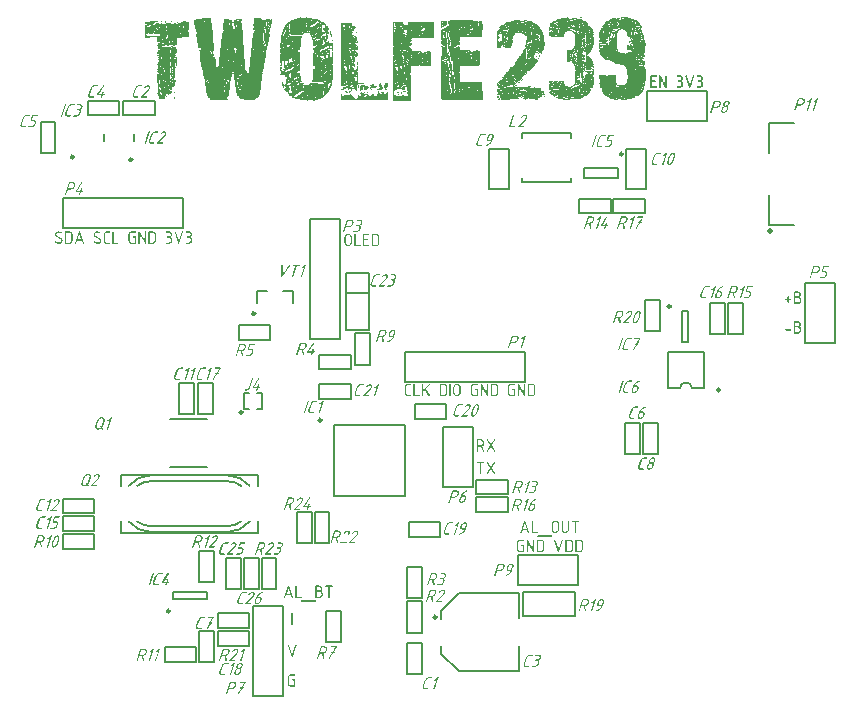
<source format=gto>
G04*
G04 #@! TF.GenerationSoftware,Altium Limited,Altium Designer,20.0.10 (225)*
G04*
G04 Layer_Color=65535*
%FSLAX44Y44*%
%MOMM*%
G71*
G01*
G75*
%ADD10C,0.2500*%
%ADD11C,0.2000*%
%ADD12C,0.5000*%
G36*
X531811Y580029D02*
X530256Y579955D01*
X529959Y580177D01*
X531515D01*
X531811Y580029D01*
D02*
G37*
G36*
X544921Y579658D02*
X545069D01*
X545513Y579584D01*
X546106Y579436D01*
X546772Y579214D01*
X546920D01*
X547291Y579066D01*
X547883Y578918D01*
X548624Y578695D01*
X548772Y578621D01*
X549068Y578473D01*
X549587Y578325D01*
X550179Y578251D01*
X550401Y577881D01*
X549883Y577584D01*
X549957D01*
X550105Y577510D01*
X550550Y577288D01*
X550624Y577214D01*
X550772Y576918D01*
X551142Y576548D01*
X551661Y576251D01*
X550920Y577362D01*
X552475Y577140D01*
X552549Y577066D01*
X552846Y576844D01*
X553216Y576548D01*
X553660Y576103D01*
X553809Y576029D01*
X554105Y575807D01*
X554475Y575511D01*
X554920Y575066D01*
X554994Y574992D01*
X555216Y574770D01*
X555438Y574400D01*
X555586Y573881D01*
X555512Y573807D01*
X555216Y573659D01*
X554920Y573289D01*
X554697Y572696D01*
X554549Y572622D01*
X554179Y572474D01*
X553586Y572326D01*
X552920Y572178D01*
X553586Y572770D01*
X553290Y572992D01*
X552549Y572696D01*
X551142Y571955D01*
X549957Y571585D01*
X550179Y572178D01*
X550105Y572104D01*
X549883Y571955D01*
X549513Y571733D01*
X549068Y571511D01*
X548624Y571955D01*
Y571881D01*
X548476Y571659D01*
X548328Y571437D01*
X548031Y571141D01*
X548846Y571067D01*
X549142Y571141D01*
X549587Y570770D01*
X549661Y570844D01*
X549809Y570993D01*
X550105Y571215D01*
X550401Y571437D01*
X550550D01*
X550920Y571511D01*
X551512Y571585D01*
X552253Y571659D01*
X553735Y571955D01*
X553957Y571659D01*
X555586Y572326D01*
X555660Y572252D01*
X555956Y572029D01*
X556401Y571807D01*
X556993Y571585D01*
Y571659D01*
X556919Y571955D01*
X556845Y572400D01*
X556771Y572918D01*
X556845D01*
X556919Y572770D01*
X557067Y572400D01*
X557142Y571511D01*
X556993Y570993D01*
X556475Y571067D01*
X556401Y571141D01*
X556105Y571289D01*
X555660Y571511D01*
X555142Y571807D01*
X554994Y571437D01*
X555142Y571363D01*
X555438Y571289D01*
X555808Y571215D01*
X556327Y571141D01*
X556253Y571067D01*
X556179Y570844D01*
X555734Y570326D01*
X556253Y570030D01*
X554994Y569289D01*
X554179Y569215D01*
X554697Y568697D01*
X554623Y568622D01*
X554327Y568326D01*
X553883Y568030D01*
X553364Y567660D01*
X553290Y567511D01*
X553142Y567141D01*
X552846Y566771D01*
X552401Y566400D01*
X552327Y566326D01*
X552179Y566178D01*
X552401Y565660D01*
X551735Y566030D01*
Y565956D01*
Y565882D01*
X551661Y565512D01*
X551438Y564993D01*
X550994Y564401D01*
X550624Y563882D01*
X551068Y563808D01*
X551364Y564253D01*
X551438Y564327D01*
X551661Y564623D01*
X552031Y564993D01*
X552475Y565438D01*
X552549Y565512D01*
X552846Y565734D01*
X553142Y566104D01*
X553438Y566623D01*
X553512Y566697D01*
X553735Y566919D01*
X554105Y567289D01*
X554549Y567660D01*
X555586Y568993D01*
X555660Y569067D01*
X555808Y569141D01*
X556105Y569215D01*
X556475Y569289D01*
X556697Y568548D01*
Y568400D01*
X556771Y568104D01*
X556919Y567585D01*
X557067Y566993D01*
X557142Y566919D01*
X557364Y566623D01*
X557660Y566104D01*
X557882Y565512D01*
X557956Y565438D01*
X558104Y565141D01*
X558178Y564697D01*
X558253Y564178D01*
X558327Y564030D01*
X558401Y563734D01*
X558475Y563216D01*
X558623Y562623D01*
X558549Y562253D01*
Y562105D01*
X558623Y561734D01*
X558697Y561290D01*
X558919Y560697D01*
Y560549D01*
X559067Y560253D01*
X559290Y559809D01*
X559660Y559364D01*
X559956Y557438D01*
Y556179D01*
X559660Y555513D01*
Y555439D01*
Y555364D01*
X559586Y554920D01*
X559438Y554328D01*
X559141Y553661D01*
X559215Y553587D01*
X559364Y553291D01*
X559438Y552846D01*
X559512Y552328D01*
X559067Y552254D01*
X559141Y552180D01*
X559215Y552032D01*
X559290Y551735D01*
X559364Y551365D01*
X559290D01*
X559141Y551217D01*
X558993Y551069D01*
X558771Y550772D01*
Y550698D01*
X558845Y550624D01*
X558993Y550550D01*
X559141Y550476D01*
X559512Y550995D01*
X559660Y548328D01*
X559586Y548254D01*
X559438Y547958D01*
X559141Y547514D01*
X558697Y547069D01*
X558549D01*
X558178Y546847D01*
X557808Y546477D01*
X557660Y546254D01*
X557586Y545884D01*
X557734Y545810D01*
X557956Y545588D01*
X558401Y545218D01*
X558771Y544773D01*
X558697Y544699D01*
X558401Y544551D01*
X557956Y544403D01*
X557438Y544329D01*
X556401Y544032D01*
X555364Y544106D01*
X554475Y544995D01*
Y544477D01*
X554549Y544403D01*
X554475Y544329D01*
X554327Y544106D01*
X553586Y544329D01*
X553957Y544032D01*
X554327Y543218D01*
X554401D01*
X554549Y543292D01*
X554697Y543440D01*
X554920Y543588D01*
X555882Y543662D01*
X556771Y543292D01*
X557586Y543218D01*
X557512D01*
X557216Y543069D01*
X556845Y542995D01*
X556401Y542921D01*
X554920Y542773D01*
X554771Y542699D01*
Y542477D01*
X556771D01*
X557067Y542329D01*
X557660Y542403D01*
X559438Y542921D01*
X559067Y542033D01*
X559290Y541810D01*
X559438Y541959D01*
X559734Y542107D01*
X559808Y541959D01*
Y541218D01*
X559660Y540477D01*
Y540329D01*
X559808Y540107D01*
X559512Y539292D01*
X559364D01*
X559067Y539440D01*
X558623D01*
X558104Y539292D01*
X557438Y539144D01*
X554179Y539070D01*
X553216Y538774D01*
X553364D01*
X553809Y538700D01*
X554401Y538625D01*
X555142Y538551D01*
X555734D01*
X556327Y538625D01*
X557142Y538774D01*
X558549Y538996D01*
X558771Y538922D01*
X559141D01*
X559808Y538774D01*
X559734Y538700D01*
X559512Y538551D01*
X559215Y538403D01*
X558771Y538181D01*
X558845Y538107D01*
X559067Y537885D01*
X559438Y537589D01*
X559808Y537144D01*
Y536329D01*
X560178Y536107D01*
Y536033D01*
X560104Y535959D01*
X559808Y535515D01*
X559364Y536107D01*
Y536033D01*
Y535885D01*
X559512Y535441D01*
X560178Y535070D01*
X559956Y533811D01*
Y527071D01*
Y526997D01*
Y526923D01*
X559882Y526479D01*
X559808Y525886D01*
X559512Y525219D01*
X558771Y525294D01*
X558845Y525219D01*
X558993Y525071D01*
X559215Y524775D01*
X559438Y524479D01*
X559067Y523664D01*
X559290Y522701D01*
X559215Y522553D01*
X559067Y522257D01*
X558845Y521738D01*
X558623Y521072D01*
X558549Y521220D01*
X558327Y521516D01*
X558030Y521886D01*
X557586Y522331D01*
X557882Y521886D01*
Y520627D01*
X558104D01*
X558327Y520553D01*
X558549Y520405D01*
X558623Y520257D01*
Y519887D01*
X558697Y519813D01*
X558623Y519590D01*
Y518776D01*
X558401Y518479D01*
X557512Y518405D01*
Y518331D01*
X557586Y518183D01*
X557660Y517887D01*
Y517591D01*
X557586Y517517D01*
X557364Y517220D01*
X557067Y516776D01*
X556771Y516183D01*
X556697Y516109D01*
X556475Y515813D01*
X556179Y515443D01*
X555660Y514998D01*
X555586Y514924D01*
X555290Y514702D01*
X554920Y514406D01*
X554401Y514035D01*
X554327Y513961D01*
X554031Y513739D01*
X553586Y513517D01*
X552994Y513369D01*
X552920Y513295D01*
X552772Y513221D01*
X552475Y513073D01*
X552105Y512924D01*
X552401Y513517D01*
X552475Y513591D01*
X552549Y513665D01*
X552920Y514110D01*
X552698D01*
X552475Y514035D01*
X552179Y513887D01*
X552105Y513739D01*
X551883Y513517D01*
X551512Y513147D01*
X550994Y512924D01*
X551661Y512554D01*
X551587Y512480D01*
X551512Y512406D01*
X551068Y512110D01*
X550920Y512036D01*
X550624Y511888D01*
X550179Y511739D01*
X549587Y511443D01*
X549439Y511369D01*
X549068Y511295D01*
X548550Y511073D01*
X547883Y510851D01*
X547735Y510777D01*
X547365Y510703D01*
X546772Y510554D01*
X546032Y510406D01*
X542180Y509666D01*
X541217Y509591D01*
X540328Y509962D01*
X540180D01*
X539810Y509814D01*
X539292Y509740D01*
X538551Y509666D01*
X538699Y509740D01*
X538995Y509962D01*
X539440Y510184D01*
X540032Y510480D01*
X540180D01*
X540551Y510628D01*
X540847Y510851D01*
X540995Y511073D01*
X541069Y511369D01*
X539292Y510999D01*
X539143Y510925D01*
X538847Y510851D01*
X538403Y510703D01*
X537884Y510628D01*
X537588Y512110D01*
X537514D01*
X537366Y512036D01*
X536921Y511814D01*
X536996D01*
X537070Y511665D01*
X537514Y511443D01*
X537366Y510332D01*
X537218D01*
X536921Y510258D01*
X536403Y510110D01*
X535736Y509888D01*
X534848Y509814D01*
X533811Y509962D01*
X533662Y510036D01*
X533366Y510184D01*
X532848Y510332D01*
X532255Y510406D01*
X532107D01*
X531737Y510480D01*
X531144Y510554D01*
X530404Y510703D01*
X530256D01*
X529885Y510851D01*
X529441Y511147D01*
X528922Y511517D01*
X528848Y511591D01*
X528626Y511888D01*
X528182Y512184D01*
X527589Y512554D01*
Y514035D01*
X527663D01*
X527737Y514110D01*
X528033Y514258D01*
X527811Y514776D01*
X528182Y515591D01*
X527959Y515739D01*
Y515813D01*
X527811Y515961D01*
X527663Y516183D01*
X527441Y516406D01*
X527293Y515443D01*
X527219Y515295D01*
X527145Y514998D01*
X526996Y514480D01*
X526848Y513813D01*
X526996Y513073D01*
X526922D01*
X526700Y513147D01*
X526404Y513221D01*
X526108Y513369D01*
X526034Y513443D01*
X525737Y513739D01*
X525367Y514110D01*
X524997Y514628D01*
X524108Y516035D01*
X524034Y516109D01*
X523886Y516480D01*
X523663Y516924D01*
X523441Y517517D01*
X522627Y518702D01*
X522034Y518776D01*
X522108Y518850D01*
X522330Y519072D01*
X522627Y519368D01*
X522997Y519590D01*
X523219Y520035D01*
X522330Y520627D01*
Y520553D01*
X522182Y520405D01*
X522034Y520109D01*
X521812Y519887D01*
X521590Y520775D01*
X521516Y520924D01*
X521367Y521294D01*
X521219Y521813D01*
X521071Y522479D01*
X520775Y523960D01*
X521293Y524035D01*
X521367D01*
X521516Y524109D01*
X521738Y524183D01*
X521886Y524331D01*
X521812D01*
X521664Y524405D01*
X521442Y524479D01*
X521219Y524627D01*
X520849Y525219D01*
X520923D01*
X520997Y525368D01*
X521219Y525664D01*
X521071Y525960D01*
X521293Y525664D01*
X521442Y526034D01*
X521293Y526256D01*
Y526330D01*
X521219Y526479D01*
X521071Y526923D01*
X520553Y528775D01*
X520701Y530552D01*
X520849Y530923D01*
X522330D01*
X523071Y530849D01*
X526774D01*
X526626Y530330D01*
X526848Y530256D01*
X526996Y530330D01*
X527293Y530478D01*
X527811Y530700D01*
X528404Y530849D01*
X528922D01*
X528478Y530478D01*
Y530404D01*
X528552Y530256D01*
X528848Y529812D01*
X528922Y529219D01*
X528996D01*
X529218Y529293D01*
X529663Y529515D01*
X529218Y529589D01*
X529145Y530849D01*
X534329Y530626D01*
X534996Y530923D01*
Y530849D01*
Y530552D01*
X534922Y530108D01*
X534848Y529589D01*
X534329Y529886D01*
Y529812D01*
X534403Y529515D01*
X534477Y529145D01*
X534551Y528775D01*
X534625Y527812D01*
X534551Y527441D01*
X534625D01*
X534699Y527367D01*
X534996Y527145D01*
X534922Y525145D01*
X534996Y524997D01*
X535070Y524627D01*
X535366Y524183D01*
X535662Y523590D01*
X535736Y523516D01*
X535959Y523220D01*
X536329Y522775D01*
X536773Y522331D01*
X537884Y521961D01*
X538106Y522479D01*
X538699D01*
X539292Y522331D01*
X539958Y522183D01*
X541069Y522257D01*
X541810Y522479D01*
X541884Y522553D01*
X542180Y522775D01*
X542625Y523072D01*
X543217Y523368D01*
X543291Y523442D01*
X543513Y523738D01*
X543810Y524109D01*
X544106Y524627D01*
Y524701D01*
X544180Y524775D01*
X544254Y525145D01*
X544402Y525738D01*
X544550Y526479D01*
X544624Y528701D01*
Y530626D01*
X544550Y530923D01*
X544476Y533145D01*
Y533219D01*
Y533293D01*
X544402Y533737D01*
X544328Y534330D01*
X544180Y535144D01*
Y535219D01*
Y535293D01*
X544106Y535663D01*
X543958Y536181D01*
X543736Y536848D01*
X543661Y536996D01*
X543439Y537292D01*
X543143Y537663D01*
X542699Y538181D01*
X541365Y539070D01*
X540032D01*
X539810Y539885D01*
X538477Y539663D01*
X538255Y539811D01*
X538106Y539885D01*
X537810Y539959D01*
X537292Y540107D01*
X536625Y540181D01*
X536477D01*
X536107Y540329D01*
X535588Y540403D01*
X534922Y540625D01*
X535070Y541959D01*
X534848Y541440D01*
X534625Y540625D01*
X533737Y540996D01*
X533292Y541810D01*
X533070D01*
X532626Y541662D01*
X531070Y542403D01*
X530922Y542477D01*
X530626Y542551D01*
X530107Y542847D01*
X529515Y543144D01*
X529218Y544106D01*
X529293Y544180D01*
X529367Y544255D01*
X529663Y544699D01*
Y544773D01*
X529589Y544847D01*
X529515Y545291D01*
X529367Y545884D01*
X529293Y546625D01*
X529218Y546551D01*
X529145Y546254D01*
X528996Y545810D01*
X528922Y545366D01*
Y544032D01*
X527367Y543514D01*
X527219Y544255D01*
X528107D01*
X528033Y544329D01*
X527959Y544477D01*
X527737Y544625D01*
X527293Y545069D01*
X527367Y546403D01*
X527441Y546477D01*
X527589Y546551D01*
X527737Y546773D01*
X527811Y546995D01*
X527441Y546625D01*
X527293Y547958D01*
X527737Y548180D01*
Y548032D01*
X527811Y547884D01*
X527959Y547736D01*
Y547810D01*
X528033Y547958D01*
X528107Y548328D01*
X528033D01*
X527885Y548402D01*
X527737Y548550D01*
X527441Y548699D01*
Y548773D01*
X527367Y548847D01*
X527219Y549217D01*
X527071Y549810D01*
X526996Y550550D01*
X526922Y548699D01*
X526996D01*
Y548106D01*
X526256Y547958D01*
X526848Y547736D01*
Y547662D01*
X526922Y547588D01*
X526996Y547143D01*
X527071Y546477D01*
Y545662D01*
X526774Y543736D01*
X526700D01*
X526626Y543810D01*
X526256Y543884D01*
X525663Y544180D01*
X525071Y544477D01*
X524997Y544551D01*
X524701Y544773D01*
X524330Y545069D01*
X523886Y545514D01*
X523812Y545588D01*
X523515Y545884D01*
X523145Y546254D01*
X522775Y546773D01*
X522701Y546847D01*
X522478Y547143D01*
X522182Y547588D01*
X521886Y548106D01*
X521812Y548254D01*
X521738Y548624D01*
X521516Y549143D01*
X521219Y549735D01*
X520775Y551587D01*
Y551735D01*
X520849Y552032D01*
X520997Y552402D01*
X521145Y552920D01*
X520775D01*
X520331Y553513D01*
X520479Y554624D01*
X520331Y555513D01*
X520553Y556475D01*
X520479Y558179D01*
X520923Y558253D01*
X521293Y558624D01*
X521812Y557513D01*
X521960Y557438D01*
X522256Y557290D01*
X522330Y557364D01*
X522478Y557438D01*
X522627Y557735D01*
X522775Y558031D01*
X522849Y558105D01*
X522997Y558327D01*
X523367Y558549D01*
X523886Y558772D01*
X524923Y558549D01*
X525293Y558624D01*
X524997Y558920D01*
X523515D01*
X523441Y559586D01*
X523293D01*
X522923Y559660D01*
X522404Y559809D01*
X521812Y560031D01*
X522478Y559216D01*
X521442Y558994D01*
X521293Y559068D01*
X521071Y559216D01*
X520701Y559586D01*
X520405Y560105D01*
Y560179D01*
X521442Y559586D01*
X521219Y560031D01*
Y560179D01*
Y560475D01*
X521071Y560994D01*
X520923Y561586D01*
X522330Y560771D01*
X522256Y560845D01*
X522182Y561142D01*
X521960Y561512D01*
X521664Y561956D01*
X521590Y562030D01*
X521293Y562253D01*
X520923Y562549D01*
X520479Y563068D01*
Y563216D01*
X520405Y563512D01*
X520331Y564030D01*
Y564697D01*
X520849Y566919D01*
X520923Y567067D01*
X521071Y567437D01*
X521219Y567956D01*
X521442Y568697D01*
X521516Y568845D01*
X521590Y569141D01*
X521812Y569659D01*
X522108Y570252D01*
X522404Y571141D01*
X522478D01*
X522627Y571067D01*
X523071Y570696D01*
X523145D01*
X523441Y570844D01*
X523663Y570993D01*
X523960Y571363D01*
X523515Y571511D01*
X523441Y571585D01*
X523293Y571659D01*
X523071Y571881D01*
X522849Y572178D01*
X522923D01*
X523071Y572252D01*
X523293Y572400D01*
X523515Y572548D01*
X523590Y572622D01*
X523886Y572918D01*
X524182Y573289D01*
X524552Y573881D01*
X524626Y574029D01*
X524849Y574325D01*
X525145Y574696D01*
X525515Y575214D01*
X526626Y576251D01*
X526774Y576325D01*
X527071Y576548D01*
X527515Y576696D01*
X528107Y576844D01*
Y576770D01*
X528033Y576474D01*
X527959Y576103D01*
X527737Y575733D01*
X528330Y575437D01*
Y575214D01*
X528404D01*
X528330Y573363D01*
X528404Y572178D01*
X527811Y572252D01*
X527737Y572029D01*
X528330Y571955D01*
X528404Y570326D01*
Y570252D01*
Y570178D01*
X528478Y569733D01*
X528626Y569141D01*
X528848Y568474D01*
X529293Y568326D01*
X528922Y569363D01*
Y570622D01*
X529515Y570104D01*
X529145Y571437D01*
Y571511D01*
X529070Y571585D01*
X528996Y571955D01*
X528848Y572622D01*
X528774Y573363D01*
X529515Y572770D01*
X529589Y573140D01*
X528774Y574622D01*
Y574696D01*
X528848Y574992D01*
X528996Y575437D01*
X529070Y575955D01*
X528552Y576103D01*
Y576251D01*
X528626Y576548D01*
X528700Y576992D01*
X528848Y577510D01*
X528996Y577584D01*
X529293Y577659D01*
X529737Y577955D01*
X530256Y578399D01*
X530404Y578473D01*
X530774Y578621D01*
X531292Y578769D01*
X531959Y578918D01*
X533885D01*
X533959Y578992D01*
X534107Y579140D01*
X534922Y579288D01*
X534699Y578769D01*
X534996Y578547D01*
X536847Y578103D01*
X538403Y577510D01*
X539588Y577362D01*
X539884Y577510D01*
X539662Y577881D01*
X538773Y578103D01*
Y578177D01*
X538847Y578399D01*
X539143Y578918D01*
X540995Y578695D01*
X541736Y578769D01*
X541884Y578695D01*
X542921Y578473D01*
X542551Y578844D01*
X541217D01*
X540625Y579214D01*
X540477D01*
X540106Y579362D01*
X539662Y579510D01*
X539143Y579807D01*
X539958Y579880D01*
X540254Y579807D01*
X540625D01*
X540773Y580177D01*
X544921Y579658D01*
D02*
G37*
G36*
X506554Y579732D02*
X504777Y579584D01*
X504554Y579807D01*
X506184D01*
X506554Y579732D01*
D02*
G37*
G36*
X497666Y579362D02*
X497296Y579214D01*
Y579436D01*
X497666Y579362D01*
D02*
G37*
G36*
X214807Y579140D02*
X214733D01*
X214659Y579214D01*
X214585Y579362D01*
X215547D01*
X214807Y579140D01*
D02*
G37*
G36*
X273171Y579732D02*
X273467Y579584D01*
X273838Y579436D01*
X274282Y579288D01*
X282059Y578547D01*
X284503Y577659D01*
X285318Y576844D01*
X285392Y576770D01*
X285466Y576474D01*
X285540Y576029D01*
X285688Y575437D01*
X285614Y574622D01*
X285910Y574325D01*
X285984Y574400D01*
X286207Y574548D01*
X286503Y574844D01*
X286651Y575288D01*
Y575955D01*
X287540Y575733D01*
X287614Y575659D01*
X287836Y575511D01*
X288132Y575288D01*
X288429Y574992D01*
X288281Y573881D01*
X288355D01*
X288651Y573807D01*
X289021Y573733D01*
X289466Y573511D01*
X289169Y572770D01*
X289540Y572696D01*
X289688Y572770D01*
X289984D01*
X290280Y572696D01*
X290651Y572548D01*
X290725Y572474D01*
X290873Y572178D01*
X291021Y571733D01*
X291095Y571215D01*
X291243Y570252D01*
X291688Y570326D01*
X292132D01*
X291984Y569141D01*
X290132Y568400D01*
Y568326D01*
Y568252D01*
X290280Y567808D01*
X291762Y567660D01*
Y567585D01*
X291836Y567437D01*
X292058Y566993D01*
X291836Y565141D01*
X291614Y565438D01*
X291539Y565512D01*
X291391Y565734D01*
X291169Y566104D01*
X291021Y566549D01*
Y566623D01*
X290947Y566697D01*
X290873Y566845D01*
X290651Y566993D01*
X290577Y566252D01*
Y564919D01*
X290651Y564623D01*
X291021Y562030D01*
X290725Y561882D01*
X290280Y560845D01*
X289466Y560031D01*
Y559290D01*
X289688Y558549D01*
X289762D01*
X289836Y558401D01*
X290280Y558179D01*
X290577Y558549D01*
X290651Y558624D01*
X290799Y558846D01*
X291095Y559068D01*
X291391Y559364D01*
X291836Y559586D01*
Y557809D01*
X292799Y557883D01*
X294280Y557661D01*
X294354Y557735D01*
X294650Y557809D01*
X295021Y557883D01*
X295465Y558031D01*
X294872Y555216D01*
Y555068D01*
X294946Y554772D01*
X295095Y554402D01*
X295243Y553883D01*
X295465Y551143D01*
X295021Y551217D01*
X294946Y551291D01*
X294724Y551365D01*
X294428Y551661D01*
X294132Y551958D01*
X294206Y552032D01*
X294280Y552254D01*
X294502Y552550D01*
X294724Y552920D01*
X294650Y552994D01*
X294576Y553291D01*
X294354Y553587D01*
X294132Y554031D01*
X294354Y555439D01*
X293687Y556475D01*
X293613Y556550D01*
X293317Y556624D01*
X292947Y556698D01*
X292428D01*
X292206Y556550D01*
X292428Y555957D01*
X292724Y555809D01*
X292873Y554254D01*
X293317Y553069D01*
X293243D01*
X293021Y552920D01*
X292650Y552846D01*
X292206Y552772D01*
X292132D01*
X291984Y552846D01*
X291762Y552994D01*
X291465Y553069D01*
X291243Y552698D01*
X290651Y549810D01*
Y549661D01*
X290577Y549365D01*
X290429Y548995D01*
X290280Y548476D01*
X289391Y547736D01*
X289317Y547662D01*
X289243Y547365D01*
X289095Y546921D01*
X289021Y546403D01*
X289762Y545514D01*
X289836Y544625D01*
X289762Y544329D01*
X289688Y542921D01*
Y542773D01*
X289836Y542551D01*
X290429Y542699D01*
Y543662D01*
X290577Y545143D01*
X290651Y545218D01*
X290725Y545514D01*
X290947Y545810D01*
X291095Y546254D01*
X291614Y550846D01*
Y550995D01*
X291688Y551291D01*
X291836Y551661D01*
X292058Y552106D01*
X292132Y552032D01*
X292354Y551883D01*
X292650Y551587D01*
X292799Y551143D01*
Y550995D01*
X292650Y550698D01*
X292576Y550254D01*
X292502Y549661D01*
X292428Y548106D01*
X292576Y546625D01*
X292650Y546551D01*
X292724Y546403D01*
X293021Y546106D01*
X293317Y545884D01*
X294280Y546699D01*
X294354Y546773D01*
X294428Y546995D01*
X294502Y547291D01*
Y547662D01*
X294058Y547736D01*
Y547810D01*
X294132Y547958D01*
X294206Y548254D01*
X294354Y548624D01*
X294058Y550032D01*
X294132Y550106D01*
X294354Y550180D01*
X294650Y550254D01*
X295021Y550402D01*
X295391Y548550D01*
Y540255D01*
X295317Y540181D01*
X295021Y540107D01*
X294724Y539885D01*
X294354Y539663D01*
X294428D01*
X294724Y539514D01*
X295095Y539366D01*
X295465Y539070D01*
X295539Y537440D01*
Y537292D01*
X295465Y536996D01*
X295391Y536552D01*
X295243Y535959D01*
X295095Y534922D01*
X295169Y534552D01*
X295391Y532996D01*
X294872Y526775D01*
Y526627D01*
X294798Y526330D01*
X294724Y525886D01*
X294650Y525294D01*
X294058Y522553D01*
X292132Y517665D01*
X290206Y514554D01*
X286355Y511739D01*
X281689Y509591D01*
X278652Y509221D01*
X278578D01*
X278282Y509369D01*
X277911Y509591D01*
X277615Y509962D01*
X276726Y510703D01*
X276652Y510777D01*
X276356Y510851D01*
X275986Y510999D01*
X275541Y511147D01*
X275467Y511221D01*
X275171Y511295D01*
X274874Y511591D01*
X274504Y511888D01*
X274134Y511962D01*
Y511814D01*
X274504Y511147D01*
X274578Y511073D01*
X274800Y510925D01*
X275097Y510703D01*
X275541Y510480D01*
X276800Y510036D01*
X276874Y509591D01*
X276800Y509443D01*
X275911D01*
X274504Y509666D01*
X274430Y509591D01*
X274282Y509517D01*
X273986Y509295D01*
X273689Y509073D01*
X272356Y509517D01*
X269394Y509814D01*
X268949D01*
X268431Y509888D01*
X267764Y509962D01*
X266357Y510184D01*
X266209D01*
X265912Y510258D01*
X265468Y510332D01*
X264876Y510406D01*
X261024Y511591D01*
X260950Y511665D01*
X260728Y511888D01*
X260506Y512184D01*
X260283Y512628D01*
X260506Y514035D01*
X260357Y514480D01*
X259543Y514406D01*
X259469Y513073D01*
X259395Y512999D01*
X259247Y512924D01*
X258061Y513443D01*
X257691Y513739D01*
Y513813D01*
Y513961D01*
X257765Y514258D01*
X257839Y514554D01*
X256802Y514924D01*
Y514998D01*
Y515221D01*
X256876Y515517D01*
X256950Y515813D01*
Y515887D01*
X256876Y515961D01*
X256802Y516109D01*
X255469D01*
X255321Y516406D01*
Y516554D01*
X255173Y516850D01*
X255099Y517220D01*
X255025Y517739D01*
X254951Y518702D01*
X254802D01*
X254728Y518628D01*
X254580Y518479D01*
X254136Y518405D01*
X253988Y518479D01*
X254136Y519368D01*
X254210Y519442D01*
X254358Y519590D01*
X254654Y519813D01*
X255099Y520035D01*
X255173D01*
X255395Y520183D01*
X255691Y520405D01*
X256062Y520701D01*
X255914Y520775D01*
X255617Y520850D01*
X255173Y520924D01*
X254654Y520998D01*
X254580Y521072D01*
X254432Y521368D01*
X254284Y521738D01*
X254136Y522183D01*
Y522331D01*
Y522627D01*
X254210Y523072D01*
X254358Y523590D01*
X254432Y523516D01*
X254580Y523294D01*
X254802Y522924D01*
X255025Y522553D01*
Y522479D01*
X255173Y522331D01*
X255469Y521813D01*
Y523960D01*
X255543Y525294D01*
X255691Y525516D01*
X255099Y526627D01*
X255173Y526701D01*
X255321Y526849D01*
X255543Y527145D01*
X255839Y527516D01*
X256432Y528701D01*
Y528775D01*
X256506Y528997D01*
X256580Y529293D01*
X256654Y529589D01*
X256580Y529960D01*
X256284Y530478D01*
X255469Y530330D01*
X254877Y529367D01*
X254802Y529441D01*
X254580Y529589D01*
X254358Y529960D01*
X254210Y530478D01*
Y530997D01*
X251544Y530923D01*
X250729Y530700D01*
Y531441D01*
Y531589D01*
X250803Y531885D01*
X250877Y532330D01*
X250951Y532922D01*
X251247Y534330D01*
X250729Y535441D01*
X250655Y537070D01*
X250729Y537737D01*
X251544Y537514D01*
X251618Y537440D01*
X251766Y537292D01*
X251988Y536922D01*
X252062Y536478D01*
X251544Y536255D01*
X251618Y535515D01*
X251692Y535441D01*
X251766Y535144D01*
X251914Y534774D01*
X252062Y534330D01*
X251692Y533515D01*
X251914Y533145D01*
X252655Y532182D01*
X253025Y532034D01*
X253840Y532182D01*
X253766Y532256D01*
X253692Y532552D01*
X253469Y532922D01*
X253173Y533293D01*
X253395Y534774D01*
X252729Y535885D01*
X253766Y536033D01*
X254951Y535811D01*
X255025Y536329D01*
X255099Y537959D01*
X255469Y539366D01*
X256062Y540477D01*
X256136Y540551D01*
X256358Y540699D01*
X256654Y540848D01*
X257024Y541070D01*
X257173Y541736D01*
X257024Y542033D01*
Y542699D01*
X256950D01*
X256728Y542847D01*
X256506Y542995D01*
X256210Y543292D01*
X256284Y543440D01*
X256358Y543736D01*
X256432Y544180D01*
X256506Y544699D01*
Y546254D01*
X256432D01*
X256358Y546180D01*
X256062Y546032D01*
X255839Y545810D01*
X255691Y545366D01*
X255543Y543662D01*
X255469Y543588D01*
X255395Y543366D01*
X255173Y543069D01*
X254951Y542699D01*
X254580Y537959D01*
X254210Y536700D01*
X254136D01*
X253914Y536848D01*
X253617Y537070D01*
X253395Y537440D01*
X253617Y538700D01*
Y538774D01*
X253543Y539070D01*
X253469Y539514D01*
X253395Y540033D01*
X253617Y541366D01*
Y541440D01*
Y541736D01*
X253543Y542181D01*
X253469Y542699D01*
X253173Y543069D01*
X252581Y542699D01*
X252507Y542625D01*
X252284Y542477D01*
X251988Y542181D01*
X251692Y541810D01*
X251544Y541218D01*
X252210Y540996D01*
X251914Y539737D01*
X252062Y538551D01*
X251840Y538403D01*
X251692D01*
X251469Y538551D01*
X251099Y538774D01*
X250803Y539144D01*
X251099Y540551D01*
X250729Y541810D01*
X250655Y545143D01*
X250729Y546699D01*
Y548106D01*
X250803Y548328D01*
X251692Y549069D01*
X251618Y549143D01*
X251321Y549217D01*
X251025Y549513D01*
X250729Y549810D01*
Y549958D01*
X250655Y550254D01*
X250581Y550698D01*
X250507Y551291D01*
Y552550D01*
X250729Y552846D01*
X250803Y552920D01*
X250951Y553143D01*
X251099Y553439D01*
X251247Y553809D01*
X250729Y554994D01*
X250803Y556550D01*
Y557883D01*
X250877Y558105D01*
X251247Y562771D01*
Y562919D01*
X251321Y563216D01*
X251395Y563660D01*
X251544Y564253D01*
X252581Y568326D01*
X253543Y570696D01*
X255543Y573733D01*
X258210Y576103D01*
X259247Y576770D01*
X260135Y577584D01*
X266801Y579436D01*
X266875D01*
X267172Y579510D01*
X267616Y579658D01*
X268060Y579807D01*
X268727Y578695D01*
X269838Y578029D01*
X271023Y577584D01*
X271912Y576844D01*
Y576918D01*
X271838Y577140D01*
X271690Y577510D01*
X271467Y577881D01*
X270357Y578399D01*
X270282D01*
X270060Y578547D01*
X269764Y578769D01*
X269394Y579140D01*
Y579214D01*
X269542Y579436D01*
X270727Y579288D01*
X271690Y579066D01*
X271764D01*
X271912Y579214D01*
X272134Y579807D01*
X273097D01*
X273171Y579732D01*
D02*
G37*
G36*
X240434Y579140D02*
X236730Y578992D01*
X236064Y579066D01*
X236360Y579362D01*
X240878D01*
X240434Y579140D01*
D02*
G37*
G36*
X213622D02*
X212511Y578992D01*
X212437D01*
X212288Y579066D01*
X212066Y579140D01*
X211844Y579362D01*
X213918D01*
X213622Y579140D01*
D02*
G37*
G36*
X210733Y579288D02*
X210437Y579140D01*
X208807Y578992D01*
X208437D01*
X207992Y579066D01*
X207622Y579214D01*
X209326D01*
Y579362D01*
X210807D01*
X210733Y579288D01*
D02*
G37*
G36*
X537366Y579214D02*
X538403Y579066D01*
Y578992D01*
X538477Y578844D01*
Y578325D01*
X538255Y578103D01*
X538181D01*
X537958Y578177D01*
X537662Y578325D01*
X537292Y578473D01*
X536255Y578695D01*
X535440Y579066D01*
X534996Y579436D01*
X535440D01*
X536477Y579584D01*
X537366Y579214D01*
D02*
G37*
G36*
X243470Y577881D02*
X242804Y577955D01*
X243248Y578325D01*
X243470Y577881D01*
D02*
G37*
G36*
X464410Y577659D02*
X462707Y577584D01*
X462633D01*
X462559Y577659D01*
X462485Y577807D01*
X464040D01*
X464410Y577659D01*
D02*
G37*
G36*
X455597Y577288D02*
X455226Y577214D01*
Y577436D01*
X455597Y577288D01*
D02*
G37*
G36*
X483520Y576844D02*
X482927Y576251D01*
Y576325D01*
X482779Y576399D01*
X482631Y576844D01*
X483001D01*
X483149Y576918D01*
X483520Y576844D01*
D02*
G37*
G36*
X494259Y579732D02*
X494630Y579584D01*
X495000Y579436D01*
X496185Y579584D01*
X496777Y579436D01*
X496481Y579140D01*
X495444Y578918D01*
X495370D01*
X495148Y578844D01*
X494778Y578695D01*
X494407Y578547D01*
X493815Y578399D01*
X493593Y578547D01*
X493296Y578621D01*
X492407Y578251D01*
X490186Y577659D01*
X491000Y577584D01*
X493148Y578177D01*
X494037Y578251D01*
X494333Y578177D01*
X494630Y577955D01*
X495148Y578325D01*
X496333Y578399D01*
X496407Y578325D01*
X496555Y578177D01*
X496703Y577955D01*
X496926Y577659D01*
X495963Y577214D01*
X495889Y577140D01*
X495741Y576844D01*
X496259Y576770D01*
X497518Y576844D01*
X498259Y577436D01*
X500481Y577881D01*
X500555D01*
X500777Y578029D01*
X501073Y578103D01*
X501370Y578325D01*
X501296D01*
X501147Y578399D01*
X500851Y578473D01*
X500481Y578547D01*
X497296Y577584D01*
X497074Y577881D01*
X497148Y578695D01*
X498407Y578918D01*
X499370Y579214D01*
X500703Y579140D01*
X500777D01*
X500999Y579066D01*
X501296Y578992D01*
X501666Y578918D01*
X501740Y578844D01*
X501962Y578769D01*
X502258Y578621D01*
X502703Y578547D01*
X503592Y578695D01*
X505813Y578177D01*
X506702Y577659D01*
X507221Y576844D01*
X507962Y576918D01*
X508110Y576844D01*
Y576474D01*
X508184Y575585D01*
X508110Y575288D01*
X507962D01*
X507739Y575140D01*
X508036Y574622D01*
X507962Y574548D01*
X507813Y574474D01*
X507665Y574252D01*
X507443Y573955D01*
X507962Y574029D01*
Y571807D01*
X507739Y570622D01*
Y570548D01*
X507665Y570326D01*
X507517Y570030D01*
X507295Y569659D01*
X506851Y568845D01*
X506925Y568919D01*
X507221Y569067D01*
X507443Y569437D01*
X507517Y569363D01*
X507591Y569289D01*
X507739Y568845D01*
X507295Y567067D01*
Y566993D01*
X507443Y566845D01*
X508036Y567585D01*
X508184Y568771D01*
X508332Y571289D01*
X508184D01*
Y572622D01*
X508406Y573807D01*
X508480Y574103D01*
X508406Y574918D01*
X509146Y574992D01*
X509072Y575066D01*
X508924Y575288D01*
X508776Y575585D01*
X508628Y575955D01*
Y576399D01*
X509369Y576251D01*
X509443Y576177D01*
X509591Y576029D01*
X510109Y575585D01*
X510850Y574992D01*
X510924Y574918D01*
X511072Y574770D01*
X511295Y574622D01*
X511591Y574400D01*
X512257Y573659D01*
X512702Y572696D01*
X512998Y571881D01*
X513072D01*
X513220Y571807D01*
X513739Y571437D01*
X513813Y571363D01*
X513961Y571215D01*
X514109Y570993D01*
X514331Y570696D01*
X513442Y570252D01*
X513294Y570104D01*
X513072Y569808D01*
X513516Y569659D01*
X513591Y569585D01*
X513739Y569511D01*
X513887Y569289D01*
X513961Y568993D01*
Y568919D01*
X513887Y568771D01*
X513813Y568326D01*
X513739Y567660D01*
X513813Y567734D01*
X513961Y567882D01*
X514183Y569067D01*
Y569141D01*
X514257Y569363D01*
X514405Y569659D01*
X514627Y569956D01*
X514701Y569882D01*
X514850Y569733D01*
X514998Y569511D01*
X515220Y569141D01*
Y569067D01*
X515368Y568845D01*
X515442Y568548D01*
X515664Y568252D01*
X515812Y567141D01*
Y567067D01*
X515887Y566919D01*
X516109Y566400D01*
X516035Y566326D01*
X515812Y566178D01*
X515738Y566104D01*
X515664Y566030D01*
X515516Y565808D01*
X515442Y565586D01*
X516257Y565364D01*
X515812Y564771D01*
Y564253D01*
X515442Y564771D01*
Y564697D01*
X515516Y564475D01*
X515590Y564178D01*
X515738Y563808D01*
X516109Y562771D01*
X516405Y560401D01*
X515887Y556772D01*
X514553Y552772D01*
X514109Y551883D01*
Y551809D01*
X513961Y551587D01*
X513813Y551291D01*
X513591Y550921D01*
X512924Y550402D01*
X512850Y550328D01*
X512702Y550180D01*
X512480Y549958D01*
X512183Y549661D01*
X512109Y549587D01*
X511961Y549439D01*
X511813Y549143D01*
X511665Y548847D01*
X510776Y548402D01*
X510406Y547958D01*
X511517Y547217D01*
X513368Y544995D01*
X514109Y544329D01*
X514183Y544255D01*
X514257Y544106D01*
X514405Y543884D01*
X514627Y543588D01*
X516183Y539737D01*
X516257Y538996D01*
X515738D01*
Y538922D01*
X515887Y538774D01*
X516109Y538625D01*
X516405Y538477D01*
X516627Y537366D01*
X516553Y537292D01*
X516405Y537218D01*
X516183Y537144D01*
X515887Y537070D01*
X514553Y537440D01*
X512554Y537144D01*
X512331D01*
X512183Y537070D01*
X512035Y536922D01*
X512109D01*
X512331Y536848D01*
X512554Y536626D01*
X512702Y536329D01*
X512776D01*
X512942Y536274D01*
X512924Y536255D01*
X513091Y536237D01*
X513368Y536181D01*
X513739Y536107D01*
X513591Y536181D01*
X513091Y536237D01*
X512998Y536255D01*
X512942Y536274D01*
X512998Y536329D01*
X513220Y536552D01*
X514479Y536700D01*
X514553Y536626D01*
X514627Y536478D01*
X514776Y536181D01*
X514924Y535811D01*
X514998D01*
X515072Y535959D01*
X515220Y536255D01*
X516035Y536700D01*
X516627D01*
Y535885D01*
X516257Y534996D01*
X516627Y533959D01*
X516257Y533811D01*
X516479Y533145D01*
X515664Y532774D01*
X515220Y533663D01*
X515072Y534182D01*
X514998D01*
X514924Y534108D01*
X514479Y533959D01*
X514405D01*
X514331Y533811D01*
X514109Y533663D01*
X513961Y533441D01*
X514183Y532922D01*
X513591Y532700D01*
X513516Y532774D01*
X513146Y533071D01*
X513072Y532552D01*
X511887Y532774D01*
X511295D01*
X511368Y532626D01*
X511665Y532478D01*
X512998Y532404D01*
X513072Y532330D01*
X513146Y532182D01*
X513294Y531960D01*
X513442Y531663D01*
X514257Y531885D01*
X514553Y531737D01*
X514850Y531515D01*
X514701Y531885D01*
X514553Y531960D01*
X514479D01*
X514405Y532034D01*
X513961Y532108D01*
X514257Y532478D01*
X514331D01*
X514479Y532404D01*
X514924Y532108D01*
X514998D01*
X515220Y532182D01*
X515516Y532256D01*
X515887Y532330D01*
X516627Y531663D01*
Y531145D01*
X516035Y531367D01*
Y531441D01*
X515961Y531515D01*
X515664Y531737D01*
X515812Y531367D01*
X515738Y530404D01*
X515812Y530330D01*
X515887Y530182D01*
X516035Y529960D01*
X516109Y529664D01*
X515220Y530108D01*
X515146Y530182D01*
X514998Y530256D01*
X514553Y530552D01*
X514998Y529664D01*
X515738Y529071D01*
X516183Y528997D01*
Y528923D01*
Y528775D01*
X516035Y528330D01*
X516553Y528478D01*
X516627Y527812D01*
Y525145D01*
X516109Y522924D01*
Y522849D01*
X516035Y522627D01*
X515887Y522331D01*
X515738Y522035D01*
Y521961D01*
X515664Y521738D01*
X515590Y521368D01*
X515368Y520998D01*
X515072Y519887D01*
X514924Y519739D01*
X514553Y519516D01*
X514257Y519739D01*
X514109Y520924D01*
Y520998D01*
X514035Y521220D01*
X513961Y521516D01*
X513813Y521961D01*
X513887Y520850D01*
Y520775D01*
Y520701D01*
X513961Y520479D01*
X514109Y520257D01*
X514035Y520183D01*
X513887Y520035D01*
X513516Y519887D01*
X513146Y519739D01*
Y519664D01*
X513220Y519516D01*
X513516Y519072D01*
X513591D01*
X513813Y518998D01*
X514109Y518776D01*
X514331Y518405D01*
X514257D01*
X514109Y518257D01*
X513887Y518109D01*
X513591Y517887D01*
X513516D01*
X513368Y517813D01*
X512924Y517591D01*
X512628Y516480D01*
X512035Y515739D01*
X511961Y515665D01*
X511887Y515517D01*
X511443Y515072D01*
X511368Y514998D01*
X511220Y514850D01*
X510998Y514628D01*
X510776Y514332D01*
X510035Y513665D01*
X509146Y513221D01*
X508628Y513147D01*
Y513961D01*
X508702Y514035D01*
X508776Y514184D01*
X508850Y514332D01*
X508924Y514554D01*
X508406Y514332D01*
X508110Y521368D01*
X507813Y522405D01*
X507221Y522553D01*
X507295Y522183D01*
X507665Y521294D01*
X507739Y520331D01*
X507591Y520109D01*
X506999Y520924D01*
Y520850D01*
Y520701D01*
X507073Y520479D01*
X507221Y520183D01*
X507665Y519294D01*
X507739Y518257D01*
Y518183D01*
X507813Y517887D01*
X507887Y517517D01*
X507962Y517072D01*
Y515665D01*
X507887D01*
X507813Y515517D01*
X507665Y515369D01*
X507591Y515146D01*
X508036Y514850D01*
X507739Y514406D01*
X508184Y513739D01*
Y513665D01*
X508110Y513369D01*
X508036Y512999D01*
X507962Y512554D01*
X507887D01*
X507665Y512480D01*
X507369Y512406D01*
X506999Y512184D01*
X506332Y511443D01*
X504184Y510925D01*
X502999Y510777D01*
X502703Y510999D01*
X501962Y510777D01*
X501073Y510332D01*
X499740Y510258D01*
X499666D01*
X499444Y510332D01*
X499148Y510406D01*
X498777Y510554D01*
X497074Y510777D01*
X497148Y511517D01*
X497222Y511591D01*
X497518Y511665D01*
X497962Y511739D01*
X498407Y511814D01*
X498481D01*
X498629Y511665D01*
X498925Y511591D01*
X499296Y511443D01*
X500333Y511073D01*
X500407D01*
X500629Y510999D01*
X500925Y510925D01*
X501296D01*
Y510999D01*
X501221Y511147D01*
X501073Y511295D01*
X500777Y511443D01*
X498555Y511888D01*
X497740Y512480D01*
X497666D01*
X497444Y512554D01*
X497074D01*
X496629Y512628D01*
X496481Y512776D01*
X495889Y512628D01*
X495815D01*
X495741Y512480D01*
X495815Y512406D01*
X495963Y512332D01*
X496259Y512184D01*
X496629Y512036D01*
X496926Y511739D01*
X496629Y511147D01*
X496555D01*
X496259Y511073D01*
X495889D01*
X495444Y510999D01*
X494630Y511517D01*
X494555D01*
X494333Y511443D01*
X493963Y511369D01*
X493518Y511295D01*
X490186Y512036D01*
X490260Y511962D01*
X490408Y511888D01*
X490630Y511739D01*
X490926Y511665D01*
X492926Y510999D01*
X493222Y510777D01*
X493889Y511073D01*
X495889Y510480D01*
X496703Y510110D01*
X496481Y509888D01*
X495592Y509962D01*
X495296D01*
X495000Y509888D01*
X494704Y509740D01*
X492704Y509888D01*
X492407Y509814D01*
X492185Y510110D01*
X491593Y509888D01*
X488112Y510554D01*
X487149Y510925D01*
X484927Y511443D01*
X485149Y511888D01*
X484482Y511814D01*
X484408D01*
X484334Y511962D01*
X483964Y512258D01*
X484038Y512332D01*
X484260Y512406D01*
X484438Y512558D01*
X483668Y512628D01*
X483890Y513295D01*
X483371D01*
X483297Y513665D01*
X483520Y513739D01*
X483297Y513961D01*
X483223Y513739D01*
X483001D01*
X482779Y513813D01*
X482483Y513961D01*
Y512999D01*
X482112Y512850D01*
X480335Y513813D01*
X480261Y513887D01*
X480187Y514035D01*
X479742Y514480D01*
X478261Y515739D01*
X478039Y516406D01*
Y516480D01*
X478113Y516554D01*
X478187Y516628D01*
X478335D01*
X478927Y516480D01*
X478779Y516998D01*
X478853Y517072D01*
X478927Y517220D01*
X479150Y517517D01*
X479446Y517813D01*
X479520Y517887D01*
X479742Y517961D01*
X480038Y518035D01*
X480335Y518183D01*
X481001Y518331D01*
Y518183D01*
X480853Y517887D01*
X480779D01*
X480631Y517739D01*
X480483Y517591D01*
X480261Y517369D01*
X481223Y517813D01*
X481594Y517369D01*
Y517813D01*
X482557Y518183D01*
Y518257D01*
X482631Y518331D01*
X482853Y518702D01*
X482779Y518776D01*
X482557Y518924D01*
X481742Y518998D01*
X480483Y518554D01*
X480409Y518628D01*
X480261Y518702D01*
X479964Y518776D01*
X479668Y518924D01*
X479594Y518850D01*
X479446Y518702D01*
X479224Y518479D01*
X478927Y518257D01*
X478261Y518183D01*
X478039Y518628D01*
Y519294D01*
X478113D01*
X478261Y519220D01*
X478631Y518998D01*
Y518850D01*
X478779Y518702D01*
X478927Y519072D01*
X478853Y519146D01*
X478705Y519220D01*
X478261Y519516D01*
X478187Y521368D01*
X478261Y521220D01*
X478409Y521072D01*
X478557Y520924D01*
Y520998D01*
X478705Y521146D01*
X479002Y521368D01*
X479372Y521442D01*
X479446Y521516D01*
X479520Y521590D01*
X479816Y522035D01*
X479298Y521813D01*
X479446Y522405D01*
X479520Y522479D01*
X479668Y522627D01*
X479890Y522775D01*
X480187Y522998D01*
X481001Y523516D01*
Y524257D01*
X480631Y524035D01*
X478409Y522405D01*
X478779Y522331D01*
X478409Y521738D01*
Y521813D01*
X478261Y521886D01*
X478039Y522331D01*
Y523590D01*
X478113D01*
X478261Y523664D01*
X478631Y523886D01*
X478409Y524109D01*
X478599Y524743D01*
X478631Y524775D01*
Y524849D01*
X478599Y524743D01*
X478483Y524627D01*
X478409Y524405D01*
X478261Y524109D01*
X478039Y525294D01*
Y526182D01*
X480112D01*
X480409Y526108D01*
X480779Y526034D01*
X481223Y525960D01*
X481149D01*
X481075Y525886D01*
X480853Y525812D01*
X480705Y525590D01*
X481075Y525664D01*
X482112Y526034D01*
X482779Y525960D01*
X482927Y526034D01*
X483223Y526182D01*
X484038D01*
X483964Y525590D01*
Y525442D01*
X483890Y525368D01*
X483742Y525294D01*
X483371Y525590D01*
Y525516D01*
Y525368D01*
X483297Y525071D01*
X483223Y524775D01*
X483149D01*
X483001Y524627D01*
X482483Y524257D01*
X482705D01*
X483223Y524405D01*
X483742Y524479D01*
X483668Y524331D01*
X483594Y524183D01*
X483371Y524035D01*
X483001Y523664D01*
X483149D01*
X483371Y523516D01*
X483297Y522183D01*
X481001Y521738D01*
X480853Y522109D01*
X480335Y521813D01*
X479076Y520479D01*
X479002Y520035D01*
X479520Y520183D01*
X479594Y520257D01*
X479742Y520405D01*
X479964Y520627D01*
X480261Y520850D01*
X482335Y521590D01*
X482483Y521813D01*
X483149Y521664D01*
X483520Y522109D01*
X483890Y524257D01*
X483964Y524331D01*
X484038Y524479D01*
X484482Y524923D01*
X484557D01*
X484631Y524997D01*
X484779Y525219D01*
X484631Y525516D01*
X484482Y525294D01*
X484408Y525368D01*
X484260Y525516D01*
X484334Y525590D01*
X484408Y525738D01*
X484482Y525886D01*
X484557D01*
X484779Y525960D01*
X485149Y526108D01*
X485519Y526182D01*
X486704Y526034D01*
X486778Y525960D01*
X486927Y525812D01*
X486704Y525145D01*
X486778Y524331D01*
X486630Y524035D01*
X486038Y522479D01*
X486260Y522183D01*
Y522109D01*
X486112Y521886D01*
X486038Y521590D01*
X485964Y521220D01*
X485816Y520257D01*
X486186Y520109D01*
X486408Y520627D01*
X486556Y521813D01*
X487149Y525219D01*
Y525294D01*
X487223Y525516D01*
X487445Y525812D01*
X487741Y526034D01*
X490482D01*
Y525960D01*
X490556Y525738D01*
X490704Y525368D01*
X490778Y524923D01*
X491000Y523886D01*
X492037Y522331D01*
X492852Y521664D01*
X493815Y521294D01*
X494852Y520998D01*
X496111Y521072D01*
X496185D01*
X496407Y521146D01*
X496777Y521220D01*
X497148Y521368D01*
X497222D01*
X497444Y521516D01*
X497740Y521590D01*
X498111Y521813D01*
X498851Y522405D01*
X499814Y524109D01*
X500110Y525145D01*
X500407Y534182D01*
X500481Y534256D01*
X500555Y534404D01*
X500777Y534626D01*
X501073Y534848D01*
X501518D01*
Y534922D01*
X501444Y534996D01*
X501296Y535144D01*
X501073Y535219D01*
X500999D01*
X500777Y535293D01*
X500555Y535515D01*
X500407Y535811D01*
X500333Y536478D01*
X500851Y536552D01*
X500925D01*
X500999Y536626D01*
X501221Y536700D01*
X501518Y536774D01*
X501740Y536626D01*
X501814D01*
X501888Y536700D01*
X502036Y536922D01*
X501666Y537070D01*
X500555Y536996D01*
X500407Y537144D01*
X500259Y537292D01*
X500110Y537514D01*
X499370Y539366D01*
Y539440D01*
X499296Y539588D01*
X499222Y539811D01*
X498999Y540107D01*
X498407Y540922D01*
X496629Y541736D01*
X495370Y541884D01*
X495296D01*
X495148Y541959D01*
X494852Y542033D01*
X494481Y542107D01*
X493593Y541736D01*
Y544403D01*
X493667Y545736D01*
X493593Y552328D01*
X493518Y552772D01*
X494037Y552402D01*
X495370Y552328D01*
X496629Y552402D01*
X497444Y552920D01*
X498185Y553143D01*
X498259D01*
X498481Y552994D01*
Y552920D01*
X498555Y552772D01*
X498703Y552550D01*
X498851Y552328D01*
Y552402D01*
X498777Y552624D01*
X498703Y552994D01*
X498629Y553365D01*
X498999Y554328D01*
X499073Y554402D01*
X499148Y554624D01*
X499296Y554920D01*
X499444Y555290D01*
X499666Y555809D01*
X500036Y555513D01*
Y555439D01*
X500110Y555216D01*
X500259Y554920D01*
X500333Y554476D01*
X500555Y553439D01*
X500629Y553513D01*
X500777Y553735D01*
X500407Y556401D01*
X500110Y556105D01*
Y556179D01*
X499962Y556401D01*
X499888Y556772D01*
X499814Y557216D01*
Y558549D01*
X500110Y560994D01*
X500851Y560697D01*
Y560771D01*
X500777Y560994D01*
X500703Y561364D01*
X500555Y561734D01*
Y562179D01*
X500185Y561734D01*
Y561808D01*
X500259Y562030D01*
X500333Y562327D01*
X500481Y562697D01*
Y562771D01*
X500333Y562919D01*
X500185Y563142D01*
X499962Y563290D01*
X500036Y564549D01*
Y564623D01*
X499962Y564845D01*
X499814Y565215D01*
X499666Y565586D01*
X499296Y566549D01*
X498777Y567289D01*
X498037Y567956D01*
X495815Y568400D01*
X493445Y568104D01*
X492556Y567585D01*
X492482D01*
X492259Y567437D01*
X491741Y567067D01*
X491297Y566178D01*
X490852Y564030D01*
Y563956D01*
X490778Y563660D01*
X490704Y563290D01*
X490482Y562919D01*
X478409Y562771D01*
Y562845D01*
X478335Y563142D01*
X478261Y563586D01*
X478187Y564030D01*
X478039Y564845D01*
X478187Y565067D01*
Y565586D01*
X478261Y565512D01*
X478335Y565067D01*
X478409D01*
X478483Y564993D01*
X478927Y564919D01*
X479298Y565215D01*
X478779Y565364D01*
X478705Y565438D01*
X478631Y565586D01*
X478409Y565808D01*
X478187Y566104D01*
Y567956D01*
X478705Y567585D01*
Y567511D01*
X478853Y567289D01*
X478927Y566993D01*
X479150Y566697D01*
X480557Y565586D01*
X480927Y566030D01*
X480853Y566104D01*
X480557D01*
X479742Y566697D01*
X479668Y566771D01*
X479594Y566919D01*
X479446Y567215D01*
X479298Y567585D01*
X479890Y567511D01*
X479816Y567882D01*
X478705Y568030D01*
X478261Y568474D01*
X478187Y568104D01*
X478039Y569067D01*
X478187Y569363D01*
Y569437D01*
X478261Y569585D01*
X478409Y569808D01*
X478631Y570030D01*
X478705D01*
X478779Y570104D01*
X479002Y570252D01*
X478705Y570696D01*
X478557Y570326D01*
X478039Y570252D01*
Y571141D01*
X478113D01*
X478261Y571215D01*
X478779Y571363D01*
X479076Y571141D01*
X479816Y570548D01*
X479890Y570622D01*
X480112Y570696D01*
X480409Y570770D01*
X480853Y570919D01*
X481816Y570622D01*
X482779Y570548D01*
X483001Y570622D01*
X484112Y570326D01*
X484186Y570252D01*
X484334Y570104D01*
X484557Y569882D01*
X484779Y569585D01*
X484853D01*
X485001Y569659D01*
X485519Y569956D01*
X486260D01*
X486038Y570400D01*
Y570474D01*
X485964Y570548D01*
X485816Y570919D01*
X485667Y570400D01*
X485445Y570326D01*
X484779Y570548D01*
X484408Y571437D01*
X484334Y570548D01*
X484260D01*
X484038Y570622D01*
X483742Y570770D01*
X483297Y570919D01*
X482779Y570696D01*
X482557Y571141D01*
X481668Y571511D01*
X481594Y572104D01*
X481520Y571955D01*
X481223Y571733D01*
X481149D01*
X480927Y571881D01*
X480631Y571955D01*
X480261Y572178D01*
Y572104D01*
X480409Y571955D01*
X480483Y571807D01*
X480705Y571659D01*
X480779D01*
X480853Y571511D01*
X481001Y571141D01*
X480557Y571067D01*
X480483Y571141D01*
X479668Y571511D01*
X479594Y571585D01*
X479446Y571659D01*
X479150Y571881D01*
X478927Y572178D01*
X479076Y572844D01*
X478779Y572992D01*
X478039Y572844D01*
X478187Y573289D01*
X478705Y574103D01*
X479372Y574770D01*
X480261Y575214D01*
X480335Y575288D01*
X480409Y575437D01*
X480631Y575659D01*
X480927Y575955D01*
X481742Y576399D01*
Y576474D01*
X481816Y576548D01*
X482112Y576696D01*
X482186D01*
X482260Y576548D01*
X482483Y576251D01*
Y575585D01*
X482853Y575733D01*
X483001D01*
X483149Y575807D01*
X483297Y575955D01*
X483371Y576029D01*
X483446Y576177D01*
X483594Y576399D01*
X483742Y576696D01*
X484334Y576918D01*
X484408D01*
X484482Y576770D01*
X484260Y576029D01*
X485223Y576325D01*
X485445Y576770D01*
X484853Y576696D01*
X484779Y576770D01*
X484631Y576844D01*
X484334Y577066D01*
X484038Y577214D01*
Y577288D01*
X484186Y577362D01*
X484482Y577659D01*
X484557D01*
X484705Y577733D01*
X484927Y577881D01*
X485149Y578029D01*
X491741Y579510D01*
X493963Y579807D01*
X494037D01*
X494259Y579732D01*
D02*
G37*
G36*
X158961Y575881D02*
X158813Y576029D01*
X158516Y576325D01*
X159183D01*
X158961Y575881D01*
D02*
G37*
G36*
X156220Y575807D02*
X155405Y575659D01*
Y576177D01*
X156146D01*
X156220Y575807D01*
D02*
G37*
G36*
X150295Y575659D02*
X149776Y576325D01*
X150369D01*
X150295Y575659D01*
D02*
G37*
G36*
X452263Y577733D02*
X452560Y577584D01*
X453004Y577436D01*
X454263Y577510D01*
X454708Y577436D01*
X454115Y577066D01*
X451967Y576399D01*
X451152Y576622D01*
X450856Y576399D01*
X449893Y576029D01*
X448708Y575881D01*
X448634D01*
X448486Y575807D01*
X448042Y575511D01*
X448412D01*
X451893Y576251D01*
X452560Y575955D01*
X452782Y576103D01*
X452856Y576177D01*
X453152Y576251D01*
X453449Y576325D01*
X453893Y576399D01*
X454560Y576474D01*
X454708Y575955D01*
Y575881D01*
X454634Y575733D01*
X454412Y575511D01*
X454115Y575363D01*
X453671Y575214D01*
Y575140D01*
X453745Y575066D01*
X453893Y574770D01*
X455300Y574844D01*
X456189Y575288D01*
X456263D01*
X456559Y575363D01*
X456856Y575511D01*
X457300Y575585D01*
X458411Y575955D01*
X458485D01*
X458707Y576103D01*
X459300Y576399D01*
Y576474D01*
X459226Y576548D01*
X459078Y576622D01*
X458263Y576474D01*
X457226Y576103D01*
X457152D01*
X456930Y576029D01*
X456633Y575881D01*
X456337Y575659D01*
X455374D01*
Y575585D01*
X455078Y575733D01*
X455004Y576696D01*
X455448D01*
X456559Y576918D01*
X456633Y576992D01*
X456930Y577066D01*
X457300Y577140D01*
X457744Y577214D01*
X459078Y577140D01*
X459152D01*
X459374Y576992D01*
X459670Y576844D01*
X459966Y576622D01*
X460041D01*
X460189Y576548D01*
X460707Y576474D01*
Y576548D01*
X460781Y576622D01*
X460929Y576696D01*
X462188Y576622D01*
X463299Y576325D01*
X463373D01*
X463596Y576177D01*
X463892Y576029D01*
X464262Y575881D01*
X465003Y575214D01*
X465077Y575140D01*
X465225Y575066D01*
X465521Y574918D01*
X465892Y574844D01*
X466114Y573659D01*
Y573585D01*
X466040Y573437D01*
X465966Y573140D01*
X465892Y572844D01*
X465373Y572104D01*
X465521Y571881D01*
X465892Y571955D01*
X465670Y569141D01*
X465596Y568993D01*
X465670Y568845D01*
X465744Y567585D01*
X465818D01*
X465892Y567660D01*
X466114Y567808D01*
X466262Y567956D01*
X466114Y569215D01*
X466410Y573215D01*
X466484D01*
X466632Y573066D01*
X467077Y572918D01*
X466855Y573215D01*
Y573289D01*
X466781Y573585D01*
X466707Y573955D01*
X466558Y574400D01*
X467595Y574029D01*
X468410Y573363D01*
X468484Y573289D01*
X468632Y573140D01*
X468854Y572844D01*
X469002Y572548D01*
X469077Y572474D01*
X469299Y572400D01*
X469595Y572178D01*
X469891Y571955D01*
X470484Y571141D01*
Y571067D01*
X470558Y570844D01*
X470632Y570474D01*
X470706Y570030D01*
X471373Y569659D01*
X471447Y569585D01*
X471595Y569437D01*
X471891Y569289D01*
X472187Y569067D01*
Y568993D01*
X472113Y568771D01*
X471965Y568548D01*
X471669Y568400D01*
Y568326D01*
X471521Y568178D01*
X471299Y567734D01*
X472039Y567585D01*
X472187Y567882D01*
X472262D01*
X472410Y567808D01*
X472854Y567585D01*
X472928Y567511D01*
X473002Y567289D01*
X473076Y566993D01*
X473224Y566549D01*
X473150Y565660D01*
X473224D01*
X473298Y565808D01*
X473669Y564919D01*
X474335Y561364D01*
X474409Y557216D01*
X473743Y553513D01*
X473002Y553587D01*
X473076Y553513D01*
X473224Y553365D01*
X473743D01*
X473595Y552624D01*
X473521Y552550D01*
X473447Y552328D01*
X473224Y552106D01*
X472928Y551809D01*
X472854Y551735D01*
X472706Y551587D01*
X472484Y551365D01*
X472187Y551143D01*
X471373Y550624D01*
X470854Y550402D01*
X470632Y550476D01*
X470484Y550772D01*
X470410Y550846D01*
X470262Y550995D01*
X470039Y551217D01*
X469743Y551513D01*
Y551587D01*
X469669Y551809D01*
X469447Y552032D01*
X469151Y552180D01*
X468854Y551661D01*
X469225Y551513D01*
X469299Y551439D01*
X469373Y551365D01*
X469521Y551143D01*
X469595Y550921D01*
X469521Y550846D01*
X469373Y550698D01*
X468854Y550846D01*
X468780Y550476D01*
X469002Y550402D01*
X469373Y550476D01*
Y550254D01*
X469225Y550180D01*
X469002Y549884D01*
Y549217D01*
X468928D01*
X468854Y549291D01*
X468706Y549439D01*
X468558Y549587D01*
X467669Y550106D01*
X467817Y550698D01*
X467892D01*
X467966Y550624D01*
X468336Y550402D01*
X468780Y550328D01*
X468558Y550921D01*
X467669Y551069D01*
X467225Y551291D01*
X467447Y550846D01*
X467595Y550624D01*
X467299Y550476D01*
Y550106D01*
X467447Y550032D01*
X467521Y549884D01*
X467595Y549513D01*
X467299Y549217D01*
X466855Y550106D01*
X466262Y549365D01*
X466707Y549217D01*
X466484Y548550D01*
X466410Y548476D01*
X466188Y548402D01*
X465670Y547958D01*
X465596Y547439D01*
X465670Y547365D01*
Y547217D01*
Y546995D01*
X465521Y545884D01*
X464633Y545291D01*
X464707D01*
X465003Y545218D01*
X465299Y545143D01*
X465744Y545069D01*
X465818D01*
X465966Y544995D01*
X466262Y544921D01*
X466558Y544773D01*
X466707Y544329D01*
X467151Y544699D01*
X467521D01*
X467966Y544625D01*
X468410Y544551D01*
Y543958D01*
X468336D01*
X468262Y544032D01*
X467817Y544255D01*
X467743D01*
X467595Y544180D01*
X467373Y544032D01*
X467151Y543810D01*
X467225Y543736D01*
X467373Y543514D01*
X467521Y543218D01*
X467669Y542847D01*
X468188D01*
X467892Y543366D01*
X468040Y543810D01*
X468114D01*
X468188Y543736D01*
X468558Y543514D01*
X469225Y543884D01*
Y543810D01*
X469077Y543588D01*
X468928Y543292D01*
X468706Y542995D01*
X466410Y539663D01*
X464410Y537514D01*
X463744Y536700D01*
X463670Y536626D01*
X463522Y536552D01*
X463003Y536107D01*
X462485Y535144D01*
X462411D01*
X462188Y535070D01*
X461966Y534922D01*
X461818Y534626D01*
X460929Y534033D01*
X459596Y533959D01*
X459448Y533515D01*
X459892Y533663D01*
X460559Y533515D01*
X460337Y533071D01*
X459670Y533145D01*
X459892Y532848D01*
X459670Y532774D01*
Y532700D01*
X459522Y532478D01*
X459374Y532182D01*
X459226Y531885D01*
X459152Y531811D01*
X458929Y531737D01*
X458337Y531293D01*
X458263D01*
X458041Y531145D01*
X457744Y531071D01*
X457300Y530923D01*
X457226Y530478D01*
X457300Y530256D01*
Y530108D01*
X456930D01*
X456411Y529664D01*
X456337Y529589D01*
X456189Y529441D01*
X455893Y529219D01*
X455597Y528997D01*
X455522Y528923D01*
X455448Y528775D01*
X455226Y528478D01*
X454930Y528256D01*
X452782Y526034D01*
X452708Y525960D01*
X452560Y525886D01*
X452338Y525738D01*
X451967Y525590D01*
X451893Y525516D01*
X451819Y525368D01*
X451597Y525071D01*
X451449Y524701D01*
X449893Y523516D01*
X449819Y522998D01*
X449301Y523516D01*
X449227D01*
X449079Y523590D01*
X448782Y523664D01*
X448412Y523738D01*
X449153Y523146D01*
X449301Y522553D01*
X449153D01*
X448782Y522405D01*
X448708Y522331D01*
X448560Y522183D01*
X448264Y522035D01*
X447820Y521961D01*
Y522035D01*
X447746Y522331D01*
X447671Y522701D01*
X447597Y523146D01*
X447671Y524035D01*
X447523Y524331D01*
X447671Y525516D01*
X447375Y529441D01*
X447301Y529515D01*
X447153Y529589D01*
X446931Y529738D01*
X446634Y529886D01*
X446709Y529812D01*
X446783Y529664D01*
X446931Y529293D01*
X447005Y528923D01*
X446931Y527590D01*
X446634Y527367D01*
X446709D01*
X446783Y527293D01*
X447005Y527071D01*
X447227Y525812D01*
Y524405D01*
X447005Y523590D01*
Y523294D01*
X447153D01*
Y523220D01*
X447079Y522998D01*
X446857Y522479D01*
X446634Y522109D01*
X446042Y522405D01*
X445672Y523368D01*
X445523Y524775D01*
X445598Y524849D01*
X445746Y524923D01*
X445968Y525145D01*
X446116Y525442D01*
X446042D01*
X445968Y525590D01*
X445820Y525738D01*
X445672Y525960D01*
X446116D01*
Y526034D01*
X446042Y526182D01*
X445672Y526627D01*
X445079Y526182D01*
X444931Y528923D01*
X445005Y529219D01*
X444709Y530404D01*
X445227Y530478D01*
X445005Y531145D01*
Y531219D01*
X445079Y531441D01*
X445227Y531737D01*
X445301Y532182D01*
Y532700D01*
X444635Y532404D01*
X444561Y531960D01*
X444709Y531885D01*
Y531663D01*
X444338Y530256D01*
X444709Y526923D01*
X444561Y526627D01*
X445005Y525590D01*
X444931Y525516D01*
X444783Y525368D01*
X444561Y525145D01*
X444338Y524849D01*
X444412Y524775D01*
X444561Y524627D01*
X444783Y524479D01*
X445079Y524257D01*
X445005Y523294D01*
X445079Y522998D01*
X445153D01*
X445301Y522924D01*
X445523Y522775D01*
X445746Y522553D01*
X445672Y522479D01*
X445523Y522405D01*
X445005Y521961D01*
Y521294D01*
X444857Y521368D01*
X444783Y521516D01*
X444635Y521664D01*
X444264Y521738D01*
X444116Y521590D01*
X443894Y521664D01*
X443820D01*
X443598Y521590D01*
X443302Y521516D01*
X443005Y521442D01*
X441968Y521072D01*
X440339Y520850D01*
Y520775D01*
Y520701D01*
X440413Y520479D01*
X440561Y520331D01*
Y520257D01*
X440487Y520183D01*
X440339Y519961D01*
X440117Y519739D01*
X438043Y518924D01*
X437228Y518331D01*
X436932Y517887D01*
X437376Y517739D01*
X437969Y517813D01*
X437821Y518257D01*
X440783Y519516D01*
X441302Y520331D01*
X442339Y520627D01*
X442413Y520257D01*
X442487Y520331D01*
X442561Y520405D01*
X443005Y520627D01*
X443376Y520553D01*
X443153Y519739D01*
X443227Y519590D01*
X443450Y519368D01*
X443746Y519813D01*
X443894Y520998D01*
X443968D01*
X444190Y520850D01*
X444487Y520627D01*
X444709Y520331D01*
Y519368D01*
X445005Y519442D01*
X445227Y520183D01*
X445153Y520257D01*
X445005Y520331D01*
X444931Y520850D01*
X445005Y520924D01*
X445523Y520850D01*
X445598Y520701D01*
X445894Y520479D01*
Y520998D01*
X446783Y521294D01*
X446857D01*
X447079Y521220D01*
X447301Y520998D01*
X447523Y520701D01*
X447597Y519442D01*
X447523Y518554D01*
X447597Y518257D01*
X448338Y511888D01*
X448116Y510703D01*
X447968Y510554D01*
X447820Y510480D01*
X447597Y510332D01*
X447375Y511517D01*
X447301D01*
X447005Y511369D01*
Y511295D01*
X446931Y511073D01*
X446560Y510480D01*
X446264Y510258D01*
X445449Y510480D01*
Y509962D01*
X444857Y510184D01*
X444561D01*
X444264Y510036D01*
X443968Y509888D01*
X443376Y509591D01*
Y509962D01*
X443227Y510110D01*
X443005Y509591D01*
X442339D01*
X442709Y510110D01*
X441672Y510480D01*
X441598Y510332D01*
X441524Y510110D01*
X441820Y509591D01*
X441079D01*
Y509666D01*
X441005Y509888D01*
X440783Y510110D01*
X440413Y510258D01*
Y510184D01*
X440487Y510036D01*
X440561Y509591D01*
X439228D01*
X439154Y510332D01*
X439080D01*
X438932Y510258D01*
X438709Y510184D01*
X438413Y510110D01*
X438265Y509591D01*
X438191D01*
X438117Y509666D01*
X437673Y509888D01*
Y509962D01*
X437598Y510258D01*
X437524Y510554D01*
X437302Y510999D01*
Y511073D01*
X437228Y511295D01*
X437080Y511591D01*
X436932Y512036D01*
X436487Y511814D01*
X436636Y512480D01*
X436339Y513591D01*
Y513665D01*
X436191Y513887D01*
X436043Y514110D01*
X435821Y514406D01*
Y514480D01*
Y514628D01*
X435673Y514850D01*
X435524Y515146D01*
Y515221D01*
X435673Y515443D01*
X435821Y515665D01*
X436117Y515887D01*
X435895Y516258D01*
X435006Y515961D01*
Y515887D01*
X435080Y515739D01*
X435228Y515517D01*
X435302Y515221D01*
X435451Y514702D01*
X434784Y514554D01*
X434858Y514406D01*
X435080Y514110D01*
X435154D01*
X435302Y513961D01*
X435524Y513813D01*
X435673Y513591D01*
X435228D01*
X435006Y513739D01*
X434710Y513887D01*
X434413Y514184D01*
X434339Y514924D01*
X434413Y514998D01*
X434636Y515146D01*
X434710D01*
X434784Y515295D01*
X434858Y515443D01*
X435006Y515665D01*
X434636Y515591D01*
X434562Y516332D01*
Y516406D01*
X434488Y516554D01*
X434413Y516850D01*
X434339Y517220D01*
Y519516D01*
X435006Y518183D01*
Y518035D01*
X435154Y517813D01*
X435376D01*
X435747Y517961D01*
X435302Y518554D01*
X435673Y518628D01*
Y518702D01*
X435747Y518776D01*
X435895Y518924D01*
X436117Y519072D01*
X435969Y518628D01*
X436117Y517739D01*
X436191Y517665D01*
X436265Y517517D01*
X436636Y517072D01*
X436487Y518405D01*
X436562Y519368D01*
X436487Y519664D01*
Y519739D01*
X436339Y519961D01*
X436191Y520257D01*
X435969Y520553D01*
X435895D01*
X435821Y520479D01*
X435451Y520183D01*
X435376Y520257D01*
X435154Y520479D01*
X435228Y520553D01*
X435302Y520627D01*
X435673Y521072D01*
X435599D01*
X435451Y521146D01*
X435228Y521294D01*
X434932Y521442D01*
X434858Y521516D01*
X434784Y521590D01*
X434413Y522035D01*
X434932D01*
X434339Y522924D01*
Y523886D01*
X434710Y524035D01*
X435006Y524701D01*
X435821Y525294D01*
X435895Y525368D01*
X436043Y525516D01*
X436265Y525738D01*
X436562Y526034D01*
X436636D01*
X436858Y525960D01*
X437154Y525886D01*
X437450Y525664D01*
X437598Y525516D01*
X437450Y525071D01*
X437821Y525145D01*
X437747Y526034D01*
X437080Y526256D01*
Y526330D01*
X437154Y526405D01*
X437376Y526627D01*
X438191Y527293D01*
X438265Y527219D01*
X438413Y527071D01*
X438635Y526923D01*
X438932Y526701D01*
Y526775D01*
X438857Y527071D01*
Y527367D01*
X438783Y527812D01*
X439524Y527886D01*
X439450Y527960D01*
X439302Y528108D01*
X439080Y528330D01*
X438783Y528553D01*
X438561Y528923D01*
X438857D01*
X439228Y528627D01*
X439894Y529367D01*
X439968Y529441D01*
X440117Y529589D01*
X440265Y529886D01*
X440413Y530256D01*
Y530330D01*
X440339Y530478D01*
X440117Y530849D01*
X441079Y531293D01*
Y531367D01*
X441154Y531589D01*
X441302Y531811D01*
X441672Y531960D01*
X441968Y533071D01*
X442042Y533145D01*
X442265Y533219D01*
X442561Y533367D01*
X442857Y533589D01*
X442931Y533663D01*
X443079Y533811D01*
X443302Y534033D01*
X443598Y534256D01*
X443894Y535144D01*
X443968D01*
X444116Y535219D01*
X444561Y535515D01*
Y535589D01*
X444635Y535811D01*
X444783Y536033D01*
X445079Y536255D01*
Y536329D01*
X445153Y536552D01*
X445301Y536922D01*
X445449Y537292D01*
X446042Y537144D01*
X446116Y537885D01*
X446190Y537811D01*
X446264Y537663D01*
X446412Y537366D01*
X446560Y536996D01*
X447153Y530478D01*
X448042Y530034D01*
X448116Y530108D01*
X448264Y530182D01*
X448560Y530330D01*
X448931Y530478D01*
Y530552D01*
X448857Y530626D01*
X448486Y530923D01*
X447597Y530849D01*
X447375Y531145D01*
X447153Y532182D01*
Y532256D01*
X447227Y532552D01*
X447301Y532848D01*
Y533293D01*
X447153Y534478D01*
Y534552D01*
X447227Y534848D01*
X447375Y535219D01*
X447523Y535589D01*
X447449Y535663D01*
X447375Y535811D01*
X447153Y536107D01*
X446931Y536478D01*
X447005Y537737D01*
X447079Y537811D01*
X447227Y537959D01*
X447523Y538181D01*
X447968Y538255D01*
X448042Y538329D01*
X448116Y538551D01*
X448264Y538848D01*
X448412Y539218D01*
X448486D01*
X448708Y539292D01*
X449005Y539366D01*
X449449D01*
X449301Y540033D01*
X450042D01*
X449671Y540699D01*
X449079Y541218D01*
Y541662D01*
X449671Y541292D01*
X449745D01*
X449893Y541440D01*
X450116Y541588D01*
X450264Y541884D01*
X450190D01*
X450116Y541736D01*
X449671Y541588D01*
Y541662D01*
X449745Y541736D01*
X449967Y542033D01*
X450264Y542995D01*
X450856Y543736D01*
X451375Y543440D01*
X451523Y543884D01*
X451078Y543810D01*
Y543884D01*
X451152Y544032D01*
X451449Y544403D01*
X451523Y544477D01*
X451671Y544625D01*
X451893Y544847D01*
X452189Y545069D01*
Y545143D01*
X452338Y545366D01*
X452412Y545662D01*
X452634Y546032D01*
X453152Y546847D01*
X453671Y547291D01*
X453819Y546921D01*
X454412Y546699D01*
X454560Y547217D01*
X454486D01*
X454337Y547291D01*
X454115Y547439D01*
X453893Y547736D01*
X453967Y547810D01*
X454041Y548032D01*
X454263Y548328D01*
X454486Y548624D01*
X455078Y549143D01*
Y548773D01*
Y548699D01*
X455004Y548476D01*
X454930Y548106D01*
X454708Y547736D01*
X454634Y547069D01*
X454708Y546921D01*
X454930Y546699D01*
Y546773D01*
X455004Y547069D01*
X455152Y547365D01*
X455226Y547810D01*
X455374Y549958D01*
X455819Y550032D01*
X455893D01*
X456115Y550106D01*
X456263Y550328D01*
X456411Y550624D01*
X456337Y551217D01*
X456930Y552772D01*
X457226Y553069D01*
X457300Y552402D01*
X457226Y551143D01*
X456930Y549958D01*
X456856Y548773D01*
Y548699D01*
X456707Y548476D01*
X456633Y548180D01*
X456485Y547736D01*
X456559Y547662D01*
X456782Y547365D01*
X457226Y548995D01*
X457670Y549291D01*
X457374Y549661D01*
X457300Y550698D01*
X457893Y553365D01*
X458263Y554328D01*
X458115Y555513D01*
X458337Y556772D01*
X458781D01*
X458411Y557290D01*
X458485Y557364D01*
X458633Y557438D01*
X458929Y557587D01*
X459226Y557735D01*
X459818Y558031D01*
X459744Y558105D01*
X459522Y558327D01*
X459448D01*
X459226Y558401D01*
X459004Y558549D01*
X458707Y558698D01*
Y560697D01*
X458929D01*
X459152Y560623D01*
X459448Y560475D01*
X459300Y562697D01*
X459448Y563290D01*
X459300Y563438D01*
Y563512D01*
Y563586D01*
X459226Y564030D01*
X459152Y564623D01*
X459078Y565067D01*
X458485Y565956D01*
X458411Y564623D01*
X458781Y565067D01*
X458855Y564623D01*
Y564401D01*
X459004D01*
X458855Y563734D01*
X458633Y563808D01*
X457300Y565364D01*
X457226Y565438D01*
X457078Y565586D01*
X456856Y565734D01*
X456485Y565956D01*
X455671Y566474D01*
X454560Y566845D01*
X453301Y566919D01*
X451967Y566845D01*
X451893D01*
X451671Y566771D01*
X451375Y566623D01*
X451004Y566474D01*
X450930D01*
X450708Y566549D01*
X450412Y566697D01*
X450116Y566919D01*
Y566993D01*
X450042Y567215D01*
Y567585D01*
X449967Y567956D01*
X449449Y567511D01*
X449301Y566178D01*
Y566104D01*
X449227Y565882D01*
X449153Y565512D01*
X448931Y565067D01*
X448338Y564401D01*
X447746Y562105D01*
X447375Y561808D01*
Y561882D01*
Y561956D01*
X447301Y562179D01*
X447153Y562327D01*
X446931Y561216D01*
X447005Y561142D01*
X447079Y560919D01*
X447301Y560623D01*
X447523Y560327D01*
Y560253D01*
X447449Y560031D01*
X447375Y559660D01*
X447227Y559216D01*
Y559142D01*
Y558994D01*
X447375Y558475D01*
X446931Y558105D01*
X447227Y557957D01*
Y557883D01*
X447153Y557735D01*
X447079Y557438D01*
X446857Y557216D01*
Y557142D01*
X446783Y556920D01*
X446709Y556550D01*
X446560Y556105D01*
Y556031D01*
X446486Y555809D01*
X446264Y555587D01*
X445894Y555439D01*
X446634Y554846D01*
X445672Y554624D01*
X445449Y553957D01*
X445523Y554031D01*
X445746Y554254D01*
Y554179D01*
X445820Y554031D01*
X445894Y553587D01*
X445375D01*
X445301Y553661D01*
X445153Y553735D01*
X444857Y553809D01*
X444487Y553883D01*
X444412Y553957D01*
X444264Y554031D01*
X443746Y554179D01*
X442709Y554105D01*
X442783Y554179D01*
X442857Y554328D01*
X443524D01*
Y554402D01*
X443450Y554476D01*
X443227Y554698D01*
X442635Y554624D01*
X442413Y554846D01*
X442191Y554698D01*
X442042Y553883D01*
X441672Y554105D01*
X440783Y553957D01*
X440487Y554105D01*
X440561Y554179D01*
X440635Y554254D01*
X440783Y554476D01*
X440857Y554698D01*
X440783D01*
X440709Y554772D01*
X440265Y554994D01*
X439968Y554846D01*
X439894Y554772D01*
X439746Y554624D01*
X439450Y554402D01*
X439154Y554179D01*
X439302Y554920D01*
Y554994D01*
X439154Y555216D01*
X438561Y554994D01*
X438783Y555513D01*
X438857Y555587D01*
X438932Y555735D01*
X439154Y556031D01*
X439302Y556401D01*
X438635D01*
X438191Y558772D01*
X437302Y559216D01*
X436487Y558698D01*
X436710Y558549D01*
X436784D01*
X436932Y558624D01*
X437450Y558698D01*
X437524Y558624D01*
X437598Y558475D01*
X437821Y558179D01*
X437969Y557809D01*
Y557513D01*
X437895D01*
X437747Y557661D01*
X437598Y557809D01*
X437376Y558031D01*
X437228Y557513D01*
X437376Y556179D01*
X437302Y554846D01*
Y554772D01*
Y554550D01*
X437376Y554179D01*
X437450Y553809D01*
X437376D01*
X437228Y553883D01*
X437080Y553957D01*
X436932Y554179D01*
X435524Y553513D01*
X435451Y553587D01*
X435376Y553809D01*
Y553883D01*
X435451Y554105D01*
X435524Y554402D01*
Y554698D01*
X435451Y554624D01*
X435302Y554550D01*
X434784Y554105D01*
X434858D01*
X434932Y553957D01*
X435006Y553809D01*
Y553587D01*
X434413Y553735D01*
X434339Y557957D01*
X435895Y558327D01*
X435969Y557809D01*
Y557735D01*
X436117Y557513D01*
X436265Y557290D01*
X436487Y556994D01*
Y557068D01*
X436562Y557216D01*
Y557438D01*
Y557735D01*
X436487Y558179D01*
X436413Y558253D01*
X436191Y558327D01*
X435895Y558549D01*
X435524Y558698D01*
X435451D01*
X435228Y558549D01*
X434858Y558475D01*
X434413Y558401D01*
X434339Y567511D01*
X435006Y567289D01*
X436191Y567141D01*
Y567215D01*
X436339Y567437D01*
X436413Y567734D01*
X436636Y568030D01*
Y568845D01*
X436265Y568771D01*
Y568697D01*
X436191Y568474D01*
X436043Y568104D01*
X435821Y567734D01*
X435080Y567660D01*
X434932Y567882D01*
X434339Y567660D01*
Y568400D01*
X434413Y568474D01*
X434562Y568697D01*
X435006Y569215D01*
X434932Y568400D01*
X435006D01*
X435080Y568474D01*
X435154Y568622D01*
X435451Y569659D01*
X435524Y569808D01*
X435821Y569659D01*
X435524Y568993D01*
X435599D01*
X435747Y569067D01*
X435969Y569215D01*
X436265Y569363D01*
X436339D01*
X436636Y569289D01*
X437006Y569141D01*
X437376Y568993D01*
X438043Y568252D01*
X438117D01*
X438191Y568104D01*
X438561Y567882D01*
X438487Y568104D01*
X438043Y568771D01*
X438561D01*
X438783Y568697D01*
X439154D01*
X439524Y568622D01*
X439598Y568548D01*
X439746Y568474D01*
X439968Y568252D01*
X440043Y567882D01*
Y566474D01*
X440339Y566178D01*
X440487Y566845D01*
X440413Y568030D01*
X440487Y569067D01*
X439672Y569437D01*
X438857Y572844D01*
X438783D01*
X438561Y572696D01*
X438043Y572326D01*
X438413Y571807D01*
X438783Y571955D01*
X439154Y570993D01*
X439302Y569659D01*
X438191Y570030D01*
X438265Y569956D01*
X438339Y569882D01*
X438783Y569511D01*
X438857D01*
X439080Y569437D01*
X439376Y569289D01*
X439746Y569067D01*
X439524D01*
X439302Y568993D01*
X439006D01*
X438857Y569067D01*
X437450Y569437D01*
X436858Y570252D01*
X436932Y570993D01*
X436562D01*
X435969Y570770D01*
X435895Y571141D01*
X436117Y571289D01*
X436191Y571363D01*
X436265Y571511D01*
X436413Y571807D01*
X436636Y572104D01*
X437080Y572474D01*
X437302Y571955D01*
Y571807D01*
X437450Y571437D01*
X437302Y572844D01*
X437673Y572992D01*
X437747Y573066D01*
X437895Y573140D01*
X438117Y573363D01*
X438265Y573659D01*
X439302Y574103D01*
X439376Y574177D01*
X439524Y574252D01*
X439746Y574400D01*
X440043Y574548D01*
X440117Y574474D01*
X440191Y574325D01*
X440265Y574029D01*
X440413Y573659D01*
X440931Y573955D01*
X441154Y573733D01*
X441228Y573807D01*
X441302Y573881D01*
X441672Y574177D01*
X441598Y574844D01*
X442042Y574918D01*
X442413D01*
Y574844D01*
Y574696D01*
X442265Y574177D01*
X442709Y574103D01*
X442783Y574177D01*
X443005Y574252D01*
X443153Y574474D01*
X443227Y574770D01*
X442635Y574622D01*
X442413Y575140D01*
X441820Y575214D01*
Y575288D01*
X441894Y575363D01*
X442042Y575659D01*
X442709Y575585D01*
X442857Y575659D01*
X442931Y575733D01*
X443153Y575807D01*
X443524Y575955D01*
X443894Y576103D01*
X449597Y577510D01*
X451893Y577807D01*
X451967D01*
X452263Y577733D01*
D02*
G37*
G36*
X153776Y575511D02*
X153035Y575288D01*
X152739Y576325D01*
X153924D01*
X153776Y575511D01*
D02*
G37*
G36*
X163256Y575733D02*
X163405Y575659D01*
X163627Y575437D01*
X163849Y575140D01*
X163775D01*
X163553Y575288D01*
X163330Y575437D01*
X163182Y575807D01*
X163256Y575733D01*
D02*
G37*
G36*
X169330Y576251D02*
X173033Y576177D01*
Y569511D01*
X172959Y569437D01*
X172885Y569289D01*
X172663Y568993D01*
X172367Y568697D01*
X171478Y568178D01*
X171404Y568104D01*
X171256Y567956D01*
X171033Y567660D01*
X170811Y567363D01*
X170885D01*
X171108Y567437D01*
X171478Y567511D01*
X171848Y567585D01*
X172663Y568178D01*
X173033Y567511D01*
Y562993D01*
X172959D01*
X172737Y562919D01*
X172367Y562845D01*
X171922D01*
X163405Y562623D01*
Y562549D01*
X163256Y562327D01*
X163182Y561956D01*
X163108Y561512D01*
X162960Y557216D01*
Y557142D01*
X162886Y556920D01*
X162664Y556624D01*
X162368Y556327D01*
X159775Y555883D01*
X159553Y557809D01*
X159405Y557735D01*
X159183Y557513D01*
Y557438D01*
X159109Y557142D01*
X158961Y556772D01*
X158738Y556401D01*
X158368Y556327D01*
X157405Y556475D01*
X156442Y556105D01*
X156368Y556031D01*
X156146Y555957D01*
X155850Y555735D01*
X155479Y555587D01*
X155405D01*
X155109Y555661D01*
X154739Y555809D01*
X154368Y556031D01*
X153480Y556550D01*
X153406Y556624D01*
X153331Y556698D01*
X152887Y556846D01*
X153035Y556401D01*
Y555587D01*
X152220D01*
X151998Y555661D01*
X151628Y555809D01*
X151184Y555957D01*
X151110Y555883D01*
X150961Y555661D01*
X150813Y555364D01*
X150591Y554994D01*
X151628Y554624D01*
X152887Y554476D01*
X153109Y554846D01*
X155331Y554550D01*
X155405D01*
X155628Y554624D01*
X155924Y554772D01*
X156220Y554920D01*
X157702D01*
X157775Y554994D01*
X157924Y555068D01*
X158220Y555216D01*
X158516Y555364D01*
X162071Y554550D01*
X162145D01*
X162294Y554476D01*
X162664Y554254D01*
X162590Y554105D01*
X162368Y553809D01*
X162442Y553735D01*
X162590Y553661D01*
X163108Y553291D01*
X163182Y552920D01*
X162960Y550698D01*
X162442Y549661D01*
X161627Y548476D01*
Y548402D01*
X161701Y548328D01*
X161923Y547884D01*
Y547810D01*
X161997Y547736D01*
X162071Y547291D01*
X161997Y546995D01*
X161849Y546773D01*
X161405Y545736D01*
X160664Y544995D01*
X161923Y542551D01*
X162071D01*
X162368Y542699D01*
Y542773D01*
X162294Y542995D01*
X162145Y543292D01*
X161849Y543514D01*
X161775Y543884D01*
X161923Y544847D01*
X161997Y544921D01*
X162071Y545143D01*
X162220Y545440D01*
X162368Y545810D01*
X162442Y545884D01*
X162516Y545958D01*
X162812Y546106D01*
Y545291D01*
X163108Y542625D01*
X162812Y541440D01*
X161849Y541810D01*
X161775Y540774D01*
X161479Y539737D01*
Y539663D01*
X161553Y539440D01*
X161627Y539144D01*
Y538700D01*
X161405Y538403D01*
X161553Y537663D01*
X162220Y537811D01*
X162368Y537366D01*
X162442Y536774D01*
X161849Y536922D01*
X161775Y536848D01*
X161701Y536700D01*
X161553Y536404D01*
X161405Y536033D01*
X161257Y528849D01*
Y528775D01*
X161183Y528627D01*
X161108Y528478D01*
X160886Y528256D01*
X160812Y528330D01*
X160738Y528404D01*
X160516Y528553D01*
X160294Y528627D01*
X160368Y528256D01*
Y527664D01*
X161035D01*
Y527738D01*
X161479Y526627D01*
X162071Y526701D01*
X162145Y526627D01*
X162220Y526405D01*
X162294Y526034D01*
X162368Y525590D01*
X161257Y525368D01*
X161775Y524331D01*
X161553Y522998D01*
X161183Y521886D01*
X160294Y521294D01*
X159627Y520479D01*
X159553D01*
X159405Y520553D01*
X158961Y520850D01*
X158738Y519664D01*
X158886Y518628D01*
X158813Y518035D01*
X158442Y518479D01*
X158368Y518405D01*
X158146Y518331D01*
X157924Y518109D01*
X157627Y517813D01*
X156887Y517294D01*
X157035Y517146D01*
X157331Y516924D01*
X157627Y517146D01*
X157702Y517220D01*
X157924Y517294D01*
X158294Y517369D01*
X158738Y517443D01*
X158886Y516554D01*
X158368Y514406D01*
X158294D01*
X158220Y514480D01*
X157850Y514702D01*
X157775Y516109D01*
Y516183D01*
X157627Y516258D01*
X157183Y516109D01*
Y515591D01*
X157331Y514850D01*
X156961Y514702D01*
X155776Y514406D01*
X155702D01*
X155479Y514554D01*
X155183Y514702D01*
X154887Y514998D01*
X154813Y515072D01*
X154665Y515295D01*
X154517Y515591D01*
X154220Y515887D01*
X153183Y516258D01*
X153109D01*
X153035Y516109D01*
X152813Y515961D01*
X152665Y515739D01*
X153924D01*
X153998Y515221D01*
Y515146D01*
Y514924D01*
X153924Y514628D01*
X153776Y514332D01*
X153183Y513443D01*
X152739Y510925D01*
X152665Y510851D01*
X152443Y510703D01*
X152072Y510554D01*
X151628Y510480D01*
X150739D01*
X150591Y512406D01*
X150295Y512554D01*
Y512480D01*
X150221Y512332D01*
Y512110D01*
X150147Y511814D01*
X150295Y510851D01*
X150147Y510480D01*
X148591D01*
X148369Y510628D01*
X148073Y510777D01*
X147777Y511147D01*
X146888Y514628D01*
X146666Y515887D01*
Y515961D01*
X146740Y516258D01*
X146814Y516628D01*
X146962Y517072D01*
X146666Y531663D01*
X146740Y531589D01*
X146962Y531515D01*
X147258Y531293D01*
X147628Y531071D01*
X148147Y530849D01*
Y531441D01*
X147628D01*
X147851Y532182D01*
X148073Y532996D01*
X147999Y533071D01*
X147777Y533145D01*
X147036Y532848D01*
X146888Y533145D01*
X146592Y534330D01*
X146666Y534700D01*
X147406Y534848D01*
X147628Y534700D01*
X147777Y534330D01*
X148295D01*
X148443Y534552D01*
X148369Y534626D01*
X148147Y534700D01*
X147851Y534922D01*
X147480Y535070D01*
X147406Y535144D01*
X147258Y535293D01*
X146962Y535515D01*
X146666Y535737D01*
Y535811D01*
X146814Y536033D01*
X147036Y536329D01*
X147406Y536552D01*
X147110Y536922D01*
X146888Y537218D01*
X147110Y537959D01*
X147184Y538033D01*
X147332Y538181D01*
X147554Y538477D01*
X147703Y538848D01*
X147628Y538922D01*
X147480Y539070D01*
X147110Y539292D01*
X146740Y539440D01*
Y539514D01*
Y539663D01*
X146666Y540107D01*
X147332Y540255D01*
X147406D01*
X147554Y540329D01*
X147703Y540403D01*
X147851Y540477D01*
X147777D01*
X147554Y540625D01*
X147258Y540774D01*
X146962Y541070D01*
X146740Y542255D01*
X148073Y542403D01*
Y542477D01*
X147999Y542699D01*
X147851Y542995D01*
X147628Y543366D01*
X147036Y543440D01*
X147258Y544180D01*
X148147Y544625D01*
X148221Y545588D01*
X148147Y545810D01*
X148073Y546773D01*
X147628D01*
X146592Y547217D01*
X146517Y547365D01*
X146592Y547958D01*
X148147D01*
X148073Y548402D01*
X147999Y548476D01*
X147851Y548624D01*
X147554Y548773D01*
X147110Y548847D01*
X146666Y549958D01*
Y550032D01*
X146740Y550328D01*
X146814Y550698D01*
X146962Y551143D01*
Y551291D01*
X147036Y551513D01*
X147184Y551883D01*
X147406Y552254D01*
X148443Y551809D01*
X148517Y551883D01*
X148591Y552106D01*
X149036Y552624D01*
X149332Y552994D01*
X148813Y553217D01*
X148739D01*
X148517Y553143D01*
X148295Y552920D01*
X148147Y552550D01*
X147332Y552994D01*
X147258Y553069D01*
X147110Y553217D01*
X146888Y553513D01*
X146666Y553883D01*
Y553957D01*
X146814Y554179D01*
X147036Y554402D01*
X147406Y554624D01*
X146740Y555513D01*
X146666Y556475D01*
X146740Y556772D01*
X146814Y556846D01*
X146888Y557142D01*
X146962Y557513D01*
X147036Y557957D01*
X146962Y558031D01*
X146888Y558327D01*
X146740Y558624D01*
X146592Y559068D01*
Y562845D01*
X144740Y563142D01*
X135926Y562401D01*
Y562475D01*
X136000Y562623D01*
Y562845D01*
Y563142D01*
X136222Y564401D01*
Y564475D01*
X136074Y564771D01*
X136000Y565141D01*
X135926Y565586D01*
Y573585D01*
X136000D01*
X136148Y573511D01*
X136667Y573289D01*
X136963Y572104D01*
X137185Y572844D01*
X137259Y572918D01*
X137333Y573140D01*
X137481Y573511D01*
X137704Y573881D01*
X137629Y573955D01*
X137407Y574029D01*
X137111Y574252D01*
X136741Y574400D01*
X135926Y574474D01*
Y576177D01*
X136296Y576029D01*
X144444Y576251D01*
X144814Y576325D01*
X147036D01*
Y576251D01*
X146962Y576103D01*
X146740Y575659D01*
X145629Y575437D01*
X142666Y573955D01*
X142888Y572770D01*
X143110Y572326D01*
X143481Y572622D01*
X143555Y572696D01*
X143703Y572844D01*
X143925Y573066D01*
X144221Y573363D01*
X144295Y573437D01*
X144369Y573659D01*
X144666Y573955D01*
X144962Y574252D01*
X145777Y574844D01*
X146962Y575140D01*
X148295Y575214D01*
X148369D01*
X148591Y575140D01*
X148888Y574918D01*
X149036Y574622D01*
X148517Y574696D01*
X148295Y574622D01*
Y574103D01*
X148369Y574029D01*
X148591Y573955D01*
X148888Y573807D01*
X149332Y573659D01*
X149999Y575140D01*
X150443Y574696D01*
X150961Y573733D01*
X151258Y573511D01*
X151850Y573881D01*
X151924Y573955D01*
X152072Y574029D01*
X152369Y574252D01*
X152739Y574400D01*
X153628Y574325D01*
X153776D01*
X153924Y574474D01*
X154146Y575066D01*
X154294D01*
X154443Y574992D01*
X154665Y574844D01*
Y574770D01*
X154739Y574548D01*
X154887Y574177D01*
X155035Y573733D01*
X155554Y574770D01*
X155924D01*
X156368Y574696D01*
X156813D01*
X156961Y575214D01*
X157627Y575140D01*
X159479Y574029D01*
X159553D01*
X159775Y573955D01*
X160072Y573881D01*
X160442Y573733D01*
Y573807D01*
X160590Y574029D01*
X160664Y574325D01*
X160886Y574622D01*
X162071Y574844D01*
X162145Y574770D01*
X162220Y574622D01*
X162516Y574400D01*
X162812Y574252D01*
X163775Y574770D01*
X165108Y574696D01*
X165478D01*
X165849Y574770D01*
X166219Y574918D01*
Y575066D01*
X166367Y575288D01*
X166589Y575585D01*
X166960Y575807D01*
X167034D01*
X167256Y575881D01*
X167552Y576029D01*
X167923Y576325D01*
X169108D01*
X169330Y576251D01*
D02*
G37*
G36*
X441450Y574844D02*
X440857Y574177D01*
Y574252D01*
X440783Y574400D01*
X440561Y574844D01*
X440931D01*
X441079Y574918D01*
X441450Y574844D01*
D02*
G37*
G36*
X391751Y576770D02*
X391973Y575881D01*
X391899Y574400D01*
X391973Y574177D01*
X392048Y574103D01*
X392122Y573881D01*
X392196Y573511D01*
X392344Y573066D01*
X391233D01*
X391307Y574400D01*
Y574548D01*
X391233Y574844D01*
X391085Y575288D01*
X390863Y575881D01*
X390492Y576251D01*
X390344Y575288D01*
X390714Y572252D01*
X390418Y572104D01*
X387085Y570326D01*
Y576844D01*
X391751Y576770D01*
D02*
G37*
G36*
X380419Y575807D02*
X380641Y574844D01*
X380938Y572770D01*
Y565586D01*
X380641Y563438D01*
X380271Y562623D01*
X380197D01*
X380049Y562475D01*
X379753Y562401D01*
X379382Y562253D01*
X372198D01*
X371383Y562179D01*
Y564475D01*
X371827D01*
X372420Y563808D01*
X372864Y563956D01*
X372642Y564401D01*
Y564475D01*
X372568Y564623D01*
X372420Y564845D01*
X372198Y565067D01*
X372124D01*
X371902Y564993D01*
X371679Y564919D01*
X371383Y564697D01*
X371013Y563808D01*
X370865Y562845D01*
Y562771D01*
X370790Y562549D01*
X370568Y562327D01*
X370272Y562179D01*
X365532Y562253D01*
X364495Y562475D01*
X362199Y562401D01*
X362125Y562327D01*
X361977Y562253D01*
X361828Y562030D01*
X361680Y561808D01*
X361903Y559734D01*
X361828Y559660D01*
X361680Y559586D01*
X361458Y559364D01*
X361162Y559142D01*
X360569Y558698D01*
X360273Y557809D01*
X360718Y557587D01*
X360940Y557883D01*
X361680Y558031D01*
X361754D01*
X361828Y557883D01*
X361754Y556772D01*
X361458Y555735D01*
X361384D01*
X361236Y555661D01*
X360940Y555587D01*
X360569D01*
X360347Y555513D01*
X360051Y555439D01*
X359755Y555290D01*
X358866Y554920D01*
Y554846D01*
X358718Y554698D01*
X358644Y554476D01*
X358495Y554179D01*
X360569Y554550D01*
X360643D01*
X360792Y554476D01*
X361310Y554105D01*
X361384Y554031D01*
X361458Y553883D01*
X361606Y553587D01*
X361754Y553291D01*
X362051Y551143D01*
X362125Y550772D01*
X362495Y551069D01*
X363384Y551365D01*
X366791Y551513D01*
X368939Y551143D01*
X370642Y550550D01*
X370716Y550476D01*
X370790Y550328D01*
X370939Y550106D01*
X371087Y549810D01*
X370716Y547736D01*
Y547662D01*
Y547514D01*
Y547291D01*
X370642Y546995D01*
Y546773D01*
X370790D01*
X370939Y546625D01*
X371161Y546551D01*
X371457Y546477D01*
X371605Y547514D01*
X371383Y549291D01*
Y549365D01*
X371457Y549439D01*
X371605Y549513D01*
X372346Y550032D01*
X373161Y550402D01*
X374123Y550624D01*
X374198D01*
X374346Y550772D01*
X374864Y551069D01*
X375975Y551143D01*
X377012Y550995D01*
X377086Y550921D01*
X377160Y550772D01*
X377605Y550402D01*
X377679D01*
X377901Y550328D01*
X378197Y550254D01*
X378568Y550032D01*
X378493Y540625D01*
X378642Y538774D01*
X378568Y538477D01*
X372568Y538551D01*
X372494D01*
X372346Y538625D01*
X372050Y538774D01*
X371827Y539070D01*
X371976Y540107D01*
X372420Y540848D01*
X372864Y543662D01*
Y543736D01*
X372790D01*
X372642Y543810D01*
X372568D01*
X372420Y543736D01*
X372198Y543662D01*
X371976Y543440D01*
X371827Y540403D01*
X371383Y540329D01*
X371309Y540255D01*
X371235Y540181D01*
X370865Y539737D01*
X370939Y538700D01*
X369902Y538403D01*
X361680Y538329D01*
Y538255D01*
X361532Y538033D01*
X361458Y537737D01*
X361384Y537366D01*
X361088Y532848D01*
X360495Y532330D01*
X360347Y531663D01*
X360643Y531589D01*
X360718Y531515D01*
X360866Y531441D01*
X361014Y531145D01*
X361088Y530774D01*
Y520035D01*
X360643Y519739D01*
X360940Y519590D01*
X361088Y518554D01*
X360940Y515517D01*
X361310D01*
Y509443D01*
X361236Y509369D01*
X361088Y509295D01*
X360866Y509147D01*
X360495Y509073D01*
X347311D01*
X346126Y509147D01*
Y546328D01*
Y546403D01*
Y546625D01*
X346200Y546921D01*
X346349Y547217D01*
X346423D01*
X346571Y547069D01*
X347015Y546847D01*
X347089Y546921D01*
X347163Y547143D01*
X347237Y547439D01*
X347311Y547736D01*
X346200Y547662D01*
X346126Y553587D01*
X346200Y554772D01*
X346867Y555290D01*
Y555364D01*
X346793Y555513D01*
X346719Y555661D01*
X346497Y555735D01*
Y555809D01*
X346349Y555883D01*
X346126Y556327D01*
Y568326D01*
Y568400D01*
X346200Y568622D01*
X346349Y568845D01*
X346571Y569067D01*
X347534Y569363D01*
X347608D01*
X347756Y569437D01*
X348052Y569511D01*
X348348Y569733D01*
X348422Y570326D01*
Y570400D01*
X348274Y570548D01*
X347163Y570474D01*
X346645Y569733D01*
X346126Y569437D01*
Y575881D01*
X354422Y575659D01*
X354496D01*
X354644Y575511D01*
X354792Y575288D01*
X354866Y574918D01*
X355014Y573955D01*
Y573881D01*
X355088Y573659D01*
X355163Y573363D01*
X355311Y572992D01*
X356496D01*
X358421Y573511D01*
X358718Y573659D01*
X358421Y574029D01*
X358347Y575140D01*
X358421Y575214D01*
X358495Y575363D01*
X358718Y575585D01*
X359014Y575807D01*
X360125Y575881D01*
X379308D01*
X380419Y575807D01*
D02*
G37*
G36*
X556105Y573659D02*
X556031Y573363D01*
X555808Y573066D01*
X555512Y572770D01*
Y572844D01*
X555586Y573066D01*
X555808Y573363D01*
X556105Y573733D01*
Y573659D01*
D02*
G37*
G36*
Y572622D02*
X556179Y572548D01*
X556327Y572326D01*
X556179Y572400D01*
X556105Y572548D01*
X555956Y572696D01*
X556031D01*
X556105Y572622D01*
D02*
G37*
G36*
X478261Y572400D02*
X478335Y572104D01*
Y571881D01*
X478261Y572029D01*
X478187Y572326D01*
Y572548D01*
X478261Y572400D01*
D02*
G37*
G36*
X481742Y571289D02*
X481668D01*
X481594Y571141D01*
X481372Y571067D01*
X481075Y570993D01*
Y571363D01*
X481742Y571289D01*
D02*
G37*
G36*
X235027Y579214D02*
X234657Y578992D01*
X233619Y578695D01*
X234064Y577955D01*
X235249Y578029D01*
X235323D01*
X235545Y577955D01*
X236064Y577584D01*
X236360D01*
X236656Y577659D01*
X237027Y577807D01*
X237101D01*
X237323Y577881D01*
X237693D01*
X238138Y577955D01*
Y577881D01*
X238286Y577659D01*
X238582Y577140D01*
X239249Y577659D01*
X239323Y578177D01*
X240063Y578029D01*
X240137Y577955D01*
X240211Y577733D01*
X240285Y577436D01*
X240434Y577140D01*
X240656Y576622D01*
X240878Y576844D01*
X240952Y577955D01*
Y578029D01*
X241026Y578177D01*
X241174Y578251D01*
X241619Y577955D01*
X242507Y577584D01*
X243470D01*
X243248Y574844D01*
X243100Y573733D01*
Y573289D01*
X241767Y573437D01*
X241841Y573363D01*
X242137Y573215D01*
X242952Y572918D01*
X241915Y566919D01*
X241619Y567363D01*
X241322Y568993D01*
X240952Y568697D01*
X240804Y567585D01*
X240878Y566400D01*
X240952Y566326D01*
X241026Y566178D01*
X241248Y565956D01*
X241545Y565734D01*
X241693Y564623D01*
X240434Y556920D01*
X239471Y553957D01*
X239249Y551661D01*
X238878Y551958D01*
X238582Y554254D01*
X238138Y554476D01*
X237841Y554179D01*
X237767Y552994D01*
Y552920D01*
X237841Y552698D01*
X237989Y552402D01*
X238138Y552032D01*
X238582Y549958D01*
X238656Y547439D01*
X237175Y538625D01*
Y538551D01*
X237101Y538403D01*
X236730Y537885D01*
X236212D01*
Y537737D01*
X236286Y537663D01*
X236434Y537514D01*
X236508Y537440D01*
X236582Y537292D01*
X236656Y537070D01*
Y536774D01*
X236286Y535811D01*
Y535737D01*
X236212Y535589D01*
X235990Y535367D01*
X235693Y535219D01*
X235767D01*
X235842Y535070D01*
X236064Y534922D01*
X236212Y534700D01*
Y534626D01*
X236138Y534404D01*
X235990Y534108D01*
X235842Y533811D01*
X235249Y533071D01*
X235323Y532996D01*
X235471Y532848D01*
X235916Y532404D01*
Y532330D01*
X235767Y532108D01*
X235619Y531811D01*
X235323Y531589D01*
X235471Y530478D01*
Y530404D01*
X235397Y530182D01*
X235249Y529812D01*
X235101Y529441D01*
X233175Y514776D01*
X232509Y512850D01*
X232435Y512776D01*
X232212Y512628D01*
X231694Y512850D01*
X231101Y512924D01*
X231027D01*
X230953Y512776D01*
X231027Y512702D01*
X231175Y512554D01*
X231620Y512110D01*
Y512036D01*
X231546Y511814D01*
X231324Y511517D01*
X230953Y511369D01*
X230361Y511888D01*
X230287D01*
X230212Y511814D01*
X229990Y511665D01*
X229842Y511443D01*
X229916Y511369D01*
X229990Y511147D01*
X230064Y510851D01*
X230138Y510480D01*
X228213Y509814D01*
X228139D01*
X227990Y509740D01*
X227472Y509591D01*
X227176Y509814D01*
X226435Y509888D01*
X226139D01*
Y509814D01*
X224954Y509591D01*
X222435D01*
X222213Y509962D01*
X221695Y509814D01*
X220658Y509888D01*
X220584D01*
X220362Y509814D01*
X220065Y509740D01*
X219621Y509591D01*
Y510925D01*
X219102Y510999D01*
X218880Y510628D01*
X218288Y510480D01*
X216955Y510777D01*
X216880D01*
X216732Y510925D01*
X216436Y511073D01*
X216140Y511295D01*
X215844D01*
X215621Y511369D01*
X215325Y511517D01*
X215770Y512406D01*
X215695Y512480D01*
X215621Y512628D01*
X215325Y512776D01*
X214955Y512850D01*
X214881D01*
X214659Y512999D01*
X214140Y513295D01*
X211770Y528923D01*
Y528997D01*
X211696Y529219D01*
X211622Y529515D01*
X211474Y529886D01*
X211103Y530034D01*
X211400Y530626D01*
X211474Y531367D01*
Y531663D01*
X211400D01*
X211325Y531737D01*
X211252Y531885D01*
X211029Y532108D01*
X210807Y532404D01*
X211400Y532774D01*
Y532848D01*
X211325Y532996D01*
X211177Y533293D01*
X210955Y533589D01*
X210881D01*
X210733Y533663D01*
X210437Y533737D01*
X210066Y533811D01*
X209992Y533737D01*
X209918Y533589D01*
X209474Y533145D01*
X209326Y532700D01*
X210066D01*
Y532626D01*
X209992Y532404D01*
X209844Y532108D01*
X209622Y531737D01*
Y531663D01*
X209548Y531589D01*
X209474Y531145D01*
X209622Y530256D01*
X209548Y530034D01*
X209474Y529960D01*
X209400Y529812D01*
X209252Y529589D01*
X209178Y529219D01*
X207030Y514554D01*
X206807Y513591D01*
X205845Y511888D01*
X205474Y510925D01*
X205400D01*
X205326Y510851D01*
X204956Y510480D01*
X206067Y510258D01*
X205697Y509814D01*
X204363D01*
X203326Y509962D01*
X203252D01*
X203030Y509814D01*
X202734Y509740D01*
X202363Y509591D01*
X201104D01*
X201030Y509666D01*
X200808Y509740D01*
X200512Y509814D01*
X200142Y509888D01*
X200067D01*
X199845Y509740D01*
X199549Y509666D01*
X199105Y509591D01*
X190883Y509814D01*
Y510480D01*
X190735Y511517D01*
X189698Y511443D01*
X189624D01*
X189550Y511591D01*
X189254Y511888D01*
X189624Y512036D01*
X189698D01*
X189846Y512184D01*
X190068Y512332D01*
X190217Y512554D01*
X190142Y512628D01*
X189920Y512702D01*
X189624Y512776D01*
X189254Y512850D01*
X188513Y512776D01*
X188217Y512924D01*
X185773Y529738D01*
X185699Y529812D01*
X185625Y529960D01*
X185550Y530256D01*
X185476Y530626D01*
Y530700D01*
X185550Y530849D01*
X185773Y531219D01*
X185699Y531293D01*
X185550Y531367D01*
X185032Y532108D01*
X184958Y532700D01*
X185476Y532774D01*
Y532848D01*
X185402Y532996D01*
X185328Y533219D01*
X185106Y533515D01*
X184810Y534478D01*
X185032Y535070D01*
X184958Y535144D01*
X184736Y535219D01*
X184365Y536107D01*
X184069Y537070D01*
Y537144D01*
X184143Y537292D01*
X184365Y537514D01*
X184662Y537663D01*
X183921Y538181D01*
X182884Y546180D01*
X182514Y547069D01*
Y548328D01*
X182440D01*
X182514Y550772D01*
X182736Y551883D01*
X183106Y552772D01*
Y554105D01*
X182884Y554550D01*
X182440Y554328D01*
X181995Y552328D01*
Y552254D01*
X181921Y552032D01*
X181847Y551735D01*
X181699Y551439D01*
X179255Y565660D01*
X179329Y565734D01*
X179477Y565808D01*
X179699Y566030D01*
X179995Y566326D01*
X180218Y568474D01*
X180070Y568697D01*
X179625Y568771D01*
X179403D01*
Y568697D01*
X179329Y567511D01*
Y567437D01*
X179255Y567289D01*
X179107Y567141D01*
X178885Y566919D01*
X178070Y572918D01*
X179033Y572992D01*
Y573659D01*
X177922Y573437D01*
X177551Y574992D01*
X177403Y577510D01*
Y577584D01*
X177477Y577807D01*
X177551Y578029D01*
X177699Y578325D01*
X178218Y578251D01*
X177773Y577955D01*
X177847Y577881D01*
X177922Y577807D01*
X178144Y577659D01*
X178440Y577584D01*
X179107Y578177D01*
X179847Y578325D01*
Y577881D01*
Y577807D01*
X179921Y577510D01*
X179995Y577140D01*
X180070Y576770D01*
X180366Y577288D01*
X180440Y578325D01*
X181625Y578251D01*
Y578177D01*
X181699Y578029D01*
X181847Y577807D01*
X182069Y577584D01*
Y577659D01*
X182143Y577807D01*
X182292Y577955D01*
X182440Y578177D01*
X185402Y579066D01*
X186513Y579214D01*
X187772Y579140D01*
X188439Y578621D01*
X188513D01*
X188735Y578695D01*
X188958Y578844D01*
X189254Y578992D01*
X190068Y579140D01*
X191180Y578992D01*
X191254D01*
X191476Y578918D01*
X191846Y578844D01*
X192216Y578621D01*
X191846Y575140D01*
X191920D01*
X192068Y574992D01*
X192365Y574918D01*
X192735Y574844D01*
X194513Y552032D01*
Y551217D01*
X193624Y551069D01*
X193772Y550402D01*
X193846D01*
X193994Y550328D01*
X194364Y549958D01*
X193920Y549143D01*
Y549069D01*
Y548847D01*
X193994Y548624D01*
X194142Y548328D01*
X194216Y548254D01*
X194290Y548106D01*
X194661Y547662D01*
Y547217D01*
X193994Y547365D01*
X193624D01*
X193550Y546921D01*
X193772Y546847D01*
X194513Y546254D01*
X194587D01*
X194735Y546106D01*
X194957Y545958D01*
X195327Y545810D01*
X195920Y543810D01*
X197253Y532182D01*
X197401Y532108D01*
X197697Y531960D01*
X198216Y534404D01*
X201475Y565956D01*
X201771Y566919D01*
X202734Y567215D01*
X201845Y567363D01*
X201771Y569882D01*
X201919Y570993D01*
X202215Y571289D01*
X202586Y570919D01*
X202956Y570993D01*
X202734Y571511D01*
X202660Y571585D01*
X202586Y571733D01*
X202363Y571955D01*
X202215Y572326D01*
X202363Y574770D01*
X202660D01*
X202882Y574844D01*
X203178Y574992D01*
X202734Y577140D01*
Y577214D01*
X202808Y577436D01*
X202882Y577733D01*
X203030Y578177D01*
X203326Y578325D01*
X204141Y578251D01*
X203400Y577659D01*
X203475D01*
X203697Y577584D01*
X203993Y577510D01*
X204363Y577436D01*
X204437Y577510D01*
X204585Y577659D01*
X205030Y578029D01*
X205697Y578177D01*
X205771Y578103D01*
X205845Y577881D01*
X205400D01*
Y577807D01*
Y577733D01*
X205474Y577510D01*
X205622Y577288D01*
X206067Y575214D01*
Y574622D01*
X206141D01*
X206215Y574696D01*
X206437Y574918D01*
X206511Y577436D01*
Y578177D01*
X207030Y578029D01*
X207770Y577510D01*
X208289Y577288D01*
X208511Y577584D01*
X208585Y577659D01*
X208881Y577733D01*
X209178Y577807D01*
X209622Y577881D01*
X209696Y576844D01*
X209770Y576770D01*
X209844Y576622D01*
X210066Y576325D01*
X210215Y576029D01*
X210066Y573585D01*
X210363Y571289D01*
X210733Y570326D01*
X210807Y570252D01*
X210955Y570178D01*
X211177Y569956D01*
X211474Y569808D01*
X211992Y569659D01*
Y570252D01*
X211177Y574548D01*
X211103Y577066D01*
X211622Y577881D01*
X211844D01*
X212066Y577807D01*
X212362Y577659D01*
X212437Y577584D01*
X212511Y577436D01*
X212955Y576918D01*
X213251Y577881D01*
X213325D01*
X213547Y577955D01*
X213844Y578029D01*
X214214D01*
Y577955D01*
X214288Y577733D01*
X214362Y577362D01*
X214436Y576918D01*
Y576844D01*
X214585Y576696D01*
X215399Y577659D01*
X215325D01*
X215251Y577807D01*
X215029Y577955D01*
X214881Y578177D01*
X215918Y578029D01*
X216510Y577436D01*
X216806D01*
X217103Y577510D01*
X217473Y577659D01*
X216806Y578251D01*
X217843Y578325D01*
Y578251D01*
X217917Y578029D01*
X217992Y577659D01*
X218066Y577288D01*
X217621Y575214D01*
Y574770D01*
X218362Y574844D01*
X220584Y538403D01*
X220954Y536181D01*
X221399Y535367D01*
X221547Y534700D01*
X221399Y534404D01*
X220658Y533885D01*
X220584Y533811D01*
X220510Y533737D01*
X220214Y533293D01*
X220288D01*
X220510Y533367D01*
X220806Y533441D01*
X221176Y533589D01*
X222065Y534033D01*
X222658Y534182D01*
Y534108D01*
Y534033D01*
X222510Y533663D01*
X222435Y533589D01*
X222287Y533441D01*
X222139Y533145D01*
X222065Y532848D01*
X222880Y532404D01*
X223398Y531737D01*
X223769Y532700D01*
X223843Y532774D01*
X223917Y532922D01*
X224065Y533219D01*
X224139Y533589D01*
X227398Y566400D01*
Y566474D01*
X227472Y566623D01*
X227694Y566845D01*
X227990Y567067D01*
X228731D01*
X228657Y567511D01*
Y567585D01*
Y567734D01*
X228805Y568252D01*
X229102Y569215D01*
Y570030D01*
X228731D01*
X227916Y568326D01*
X227768Y568993D01*
X227842Y570178D01*
X228064Y571141D01*
X228657Y570993D01*
X228953Y571437D01*
X228879Y571511D01*
X228657Y571659D01*
X227990D01*
X227916Y573585D01*
X228064Y574622D01*
X228731Y575288D01*
X228583Y578621D01*
X228657Y578918D01*
X232212Y579140D01*
X232286D01*
X232583Y579214D01*
X232953Y579288D01*
X233323Y579362D01*
X235175D01*
X235027Y579214D01*
D02*
G37*
G36*
X311241Y572696D02*
X311611Y572548D01*
X312204D01*
X312796Y572622D01*
X313537Y572696D01*
X313759Y572400D01*
X313833Y572252D01*
X313982Y571955D01*
X314352Y571659D01*
X314648Y571585D01*
X315019Y571511D01*
X315241Y570770D01*
X315167D01*
X314944Y570696D01*
X314574Y570622D01*
X314130Y570474D01*
X313241Y569141D01*
X313167Y569067D01*
X312871Y568771D01*
X312426Y568400D01*
X311760Y568104D01*
X311611Y568030D01*
X311389Y567808D01*
X311908Y566845D01*
Y566771D01*
X311760Y566474D01*
X311463Y566178D01*
X311167Y566030D01*
X310871Y565882D01*
X310945Y565808D01*
X311241Y565512D01*
X311686Y565215D01*
X312278Y564919D01*
X312426Y564845D01*
X312722Y564623D01*
X313315Y564401D01*
X314056Y564253D01*
X314204D01*
X314648Y564030D01*
X315019Y563660D01*
X315167Y563438D01*
X315241Y563068D01*
X315685Y561290D01*
X315611Y561142D01*
X315537Y560845D01*
X315241Y560327D01*
X314870Y559809D01*
X314722Y559883D01*
X314426Y560105D01*
X313982Y560401D01*
X313537Y560919D01*
X313241Y561512D01*
X313167D01*
X312945Y561438D01*
X312648Y561290D01*
X312352Y561068D01*
X315167Y558994D01*
X316278Y558920D01*
Y557809D01*
X315611D01*
X314870Y557883D01*
X313908Y558031D01*
X313982Y557957D01*
X314204Y557735D01*
X314500Y557364D01*
X314796Y556920D01*
X314944Y556846D01*
X315241Y556624D01*
X315611Y556253D01*
X316055Y555809D01*
X316500Y552106D01*
X316352Y552180D01*
X315981Y552254D01*
X315463Y552476D01*
X314870Y552772D01*
X314722Y552698D01*
X314500Y552476D01*
X314204Y552106D01*
X314130Y551883D01*
X314056Y551587D01*
X314130Y551513D01*
X314500Y551291D01*
X314944Y551069D01*
X315537Y550772D01*
X315685Y550698D01*
X315907Y550402D01*
X316204Y549884D01*
X316426Y549291D01*
Y547291D01*
X316278D01*
X315981Y547143D01*
X315463Y546995D01*
X314870Y546773D01*
X314944Y546699D01*
X315167Y546625D01*
X315389Y546403D01*
X315537Y546032D01*
X314278D01*
X314204Y545958D01*
X313982Y545662D01*
X313685Y545218D01*
X313537Y544699D01*
X313389Y543884D01*
X313537Y543588D01*
X314130Y543292D01*
X314056Y543218D01*
X313908Y542921D01*
X313537Y542477D01*
X313019Y542107D01*
X313093Y541959D01*
X313315Y541662D01*
X313463Y541144D01*
X313611Y540551D01*
X314130Y537811D01*
X312871Y537885D01*
X312278Y539440D01*
X311611Y539737D01*
X311760Y538625D01*
X312500Y537144D01*
X313389Y537070D01*
X313019Y534774D01*
X313908D01*
X315019Y535959D01*
X315093Y536033D01*
X315241Y536404D01*
X315463Y536848D01*
X315537Y537440D01*
Y537589D01*
X315685Y537885D01*
X315833Y538255D01*
X316204Y538774D01*
X316278Y537959D01*
Y535219D01*
X316204Y534848D01*
X315241Y534552D01*
X315537Y533737D01*
X316500Y533589D01*
X316648Y524479D01*
X316796D01*
X317241Y524331D01*
X317833Y524257D01*
X318574Y524109D01*
X321166Y524183D01*
X321907Y524109D01*
Y524035D01*
X321758Y523738D01*
X321536Y523516D01*
X321240Y523442D01*
X320944Y523368D01*
X318796D01*
X316204Y522924D01*
X316129Y522849D01*
X315833Y522553D01*
X315537Y522183D01*
X315167Y521664D01*
X315241Y521590D01*
X315463Y521294D01*
X315611Y520924D01*
X315759Y520405D01*
X315241Y517961D01*
X316426Y517665D01*
X316278Y517072D01*
X315833D01*
X315315Y517146D01*
X314796Y517220D01*
X313537Y520331D01*
X313389Y521146D01*
X312278Y520998D01*
X311611Y520701D01*
X311686Y520627D01*
X311760Y520479D01*
X311982Y520257D01*
X312278Y519961D01*
X313019Y519664D01*
X312871Y518850D01*
X311537D01*
Y517961D01*
Y517813D01*
X311611Y517739D01*
X311760Y517665D01*
X312871Y517739D01*
Y517220D01*
X312352D01*
X311611Y517146D01*
X311537Y517665D01*
X311241D01*
X311019Y517517D01*
X310723Y517369D01*
X310649Y517294D01*
X310352Y517072D01*
X310130Y516628D01*
X309908Y516109D01*
Y515591D01*
X309834Y515665D01*
X309612Y515813D01*
X309315Y516035D01*
X309093Y516406D01*
X308871Y517072D01*
X308945D01*
X309241Y517220D01*
X309612Y517294D01*
X309982Y517517D01*
X310056D01*
X310130Y517665D01*
X310500Y517961D01*
X310130Y520035D01*
X310278Y520775D01*
X310352Y520850D01*
X310649Y521146D01*
X311093Y521442D01*
X311611Y521813D01*
X311686D01*
X311760Y521886D01*
X312056Y522035D01*
X312426Y522405D01*
X312648Y522849D01*
X312574Y522924D01*
X312500Y522998D01*
X312278Y523072D01*
X311982Y523220D01*
X310871Y522849D01*
X310797Y522775D01*
X310500Y522553D01*
X310130Y522183D01*
X309760Y521738D01*
X309686Y521590D01*
X309538Y521220D01*
X309389Y520701D01*
X309241Y520035D01*
X309093Y518109D01*
X308279D01*
X308353Y519516D01*
Y519961D01*
X306871Y519590D01*
X305094Y518850D01*
X305019D01*
X304946Y518776D01*
X304501Y518702D01*
X303909Y518479D01*
X303094Y518331D01*
X301983Y517887D01*
Y518702D01*
X302057D01*
X302131Y518776D01*
X302501Y518924D01*
X302946Y519146D01*
X303464Y519516D01*
X303686Y520924D01*
X304427D01*
X305094Y520998D01*
X305982Y521146D01*
X306131Y521664D01*
X305982D01*
X305612Y521590D01*
X305094Y521516D01*
X304501Y521368D01*
X304427Y521442D01*
X304057Y521664D01*
X303612Y521886D01*
X302946Y522109D01*
X302057Y521294D01*
X301983Y521738D01*
X301835Y566030D01*
X301909Y566178D01*
X301983Y566474D01*
X302205Y566993D01*
X302353Y567585D01*
X301835Y574844D01*
X301983Y575214D01*
X304057D01*
Y574622D01*
X303612Y574177D01*
X303983Y571363D01*
X304353Y570770D01*
X304427Y570844D01*
X304649Y570919D01*
X304946Y571141D01*
X305242Y571363D01*
Y572400D01*
X304575Y574918D01*
X304649D01*
X304797Y574992D01*
X305019D01*
X305316Y575066D01*
X306056Y575140D01*
X307019Y575214D01*
X311167D01*
X311241Y572696D01*
D02*
G37*
G36*
X435895Y570474D02*
X436117Y570252D01*
X436339Y569808D01*
X436265D01*
X436043Y569956D01*
X435747Y570252D01*
X435524Y570622D01*
X435599D01*
X435895Y570474D01*
D02*
G37*
G36*
X556845Y570622D02*
X557067Y570252D01*
X557290Y569733D01*
X557438Y568993D01*
X557364Y569141D01*
X557142Y569437D01*
X556919Y570030D01*
X556771Y570696D01*
X556845Y570622D01*
D02*
G37*
G36*
X414045Y576992D02*
X414490Y576918D01*
X415082D01*
X420933Y576844D01*
X421156Y576770D01*
X421230Y576696D01*
X421378Y576474D01*
X421600Y576177D01*
X421748Y575881D01*
X422193Y573066D01*
X421674Y564401D01*
Y564327D01*
X421600Y564030D01*
X421378Y563660D01*
X421082Y563364D01*
X412490Y563068D01*
Y565215D01*
X413082Y565364D01*
X413305Y564845D01*
X413749Y564771D01*
X413823Y564845D01*
X413675Y565438D01*
X413601Y565512D01*
X413379Y565586D01*
X413082Y565808D01*
X412638Y565956D01*
X412194Y564845D01*
X411897Y563512D01*
X411823Y563438D01*
X411601Y563290D01*
X411305Y563142D01*
X410786Y563068D01*
X406565Y563142D01*
X406268Y563290D01*
X406194D01*
X405898Y563364D01*
X404861D01*
X403380Y563290D01*
X403306Y563216D01*
X403083Y563142D01*
X402861Y562845D01*
X402713Y562475D01*
X402935Y561068D01*
Y560994D01*
X402787Y560771D01*
X402639Y560475D01*
X402417Y560179D01*
X401528Y559512D01*
X401306Y558698D01*
X401380Y558624D01*
X401602Y558475D01*
X401676Y558549D01*
X401898Y558624D01*
X402269Y558772D01*
X402713Y558920D01*
X402787Y557587D01*
X402417Y556401D01*
X402343D01*
X402047Y556475D01*
X400936D01*
X400862Y556401D01*
X400713Y556253D01*
X400417Y556031D01*
X400047Y555809D01*
X399973D01*
X399751Y555661D01*
X399454Y555439D01*
X399306Y555068D01*
X399676Y554994D01*
X401898Y555439D01*
X402639Y554624D01*
X403009Y553439D01*
Y551883D01*
X409601Y552328D01*
X409823Y552254D01*
X409898D01*
X410194Y552180D01*
X410638Y552032D01*
X411083Y551883D01*
X411157Y551809D01*
X411379Y551661D01*
X411601Y551439D01*
X411897Y551143D01*
X411971Y550254D01*
X411823Y549884D01*
X411601Y548476D01*
Y548402D01*
X411675Y548106D01*
X411823Y547736D01*
X411971Y547365D01*
X412046D01*
X412268Y547514D01*
X412490Y547662D01*
X412638Y548032D01*
X412490Y550402D01*
X412786Y550624D01*
X413823Y551217D01*
X415082Y551513D01*
X416119Y551958D01*
X417304Y552032D01*
X417601Y551958D01*
X418637Y551439D01*
X418712D01*
X418934Y551291D01*
X419230Y551143D01*
X419600Y550846D01*
X419674Y541588D01*
Y541440D01*
Y541144D01*
X419600Y540699D01*
Y540107D01*
Y539292D01*
X419156Y538996D01*
X419082D01*
X418860Y538848D01*
X418489Y538700D01*
X418045Y538551D01*
X416786Y538255D01*
X415230D01*
X413823Y538477D01*
X412786Y538996D01*
X413008Y540403D01*
Y540477D01*
X413082Y540774D01*
X413157Y541144D01*
X413379Y541588D01*
X413897Y544699D01*
X413082D01*
Y544625D01*
Y544477D01*
Y544180D01*
X413008Y543736D01*
Y543144D01*
X412934Y541662D01*
X412860Y541588D01*
X412712Y541440D01*
X412416Y541218D01*
X412119Y540922D01*
Y540848D01*
X411971Y540551D01*
X411897Y540181D01*
X411823Y539737D01*
X411971Y538625D01*
X411749Y538551D01*
X403528D01*
X403158Y538403D01*
X402713Y538255D01*
X402787Y533663D01*
X401676Y533441D01*
X401454Y532700D01*
X401676Y532478D01*
X402935Y532404D01*
Y529293D01*
X403009Y528997D01*
X402787Y526034D01*
X402565Y524849D01*
X402935Y524775D01*
X403824Y524923D01*
X409453Y525219D01*
X409675Y525145D01*
X411009D01*
X411157Y525071D01*
X411231D01*
X411527Y524923D01*
X411749Y524701D01*
X411971Y524331D01*
X412119Y521294D01*
Y521220D01*
Y520998D01*
X412194Y520701D01*
X412268Y520331D01*
X412490Y524701D01*
Y524849D01*
X413823Y525071D01*
X415008D01*
X415304Y524923D01*
X419378Y525071D01*
X419600Y525145D01*
X420637Y525294D01*
Y524923D01*
X421674D01*
X422193Y509962D01*
X387307D01*
X387085Y511369D01*
Y547217D01*
Y547291D01*
X387159Y547588D01*
X387233Y547884D01*
X387381Y548328D01*
X387455Y548254D01*
X387604Y548106D01*
X387826Y547810D01*
X388196Y547588D01*
X388492Y548773D01*
X387159Y548624D01*
Y553809D01*
X387233D01*
X387455Y553735D01*
X387752Y553661D01*
X388048Y553439D01*
X388196Y552032D01*
Y551513D01*
X388270Y551587D01*
X388344Y551661D01*
X388641Y552032D01*
X388566Y553439D01*
Y553513D01*
X388492Y553809D01*
X388344Y554105D01*
X388196Y554550D01*
X388122D01*
X387900Y554402D01*
X387604Y554254D01*
X387307Y554105D01*
Y554179D01*
X387233Y554476D01*
X387159Y554920D01*
X387085Y555513D01*
X387455Y555661D01*
X388418Y555439D01*
X388492Y555364D01*
X388641Y555216D01*
X388789Y554920D01*
X389011Y554550D01*
X389677Y554179D01*
X389826Y554550D01*
X390122Y555809D01*
X390048Y555883D01*
X389974Y556105D01*
X389752Y556401D01*
X389603Y556846D01*
X389455Y559660D01*
X389381D01*
X389307Y559586D01*
X389233Y559364D01*
X389011Y559068D01*
X388863Y558698D01*
X389233Y556401D01*
X389085Y556031D01*
X388122Y555809D01*
Y556179D01*
Y556253D01*
X388048Y556475D01*
X387900Y556624D01*
X387529Y556772D01*
X387455Y556846D01*
X387381Y556920D01*
X387085Y557364D01*
Y558920D01*
X387307Y560327D01*
X387085Y561734D01*
Y569141D01*
X387159Y569437D01*
X387233Y569511D01*
X387381Y569585D01*
X387678Y569659D01*
X388048Y569808D01*
X388492Y568326D01*
Y568252D01*
X388566Y567956D01*
X388715Y567585D01*
X388937Y567215D01*
X389011Y567289D01*
X389233Y567363D01*
X389455Y567585D01*
X389752Y567882D01*
X389307Y568622D01*
X389085Y569511D01*
X389233Y569882D01*
Y569956D01*
X389307Y570252D01*
X389529Y570548D01*
X389974Y570770D01*
X390048D01*
X390270Y570622D01*
X390492Y570400D01*
X390714Y569956D01*
Y568845D01*
X390937Y568697D01*
X391011Y568771D01*
X391233Y568919D01*
X391381Y569141D01*
X391529Y569585D01*
X391233Y570696D01*
X391381Y572104D01*
X391455Y572178D01*
X391677Y572252D01*
X391973Y572326D01*
X392344Y572474D01*
Y572104D01*
X393084Y569808D01*
X393603Y569363D01*
X393529Y569289D01*
X393233Y569067D01*
X393677Y568845D01*
Y570919D01*
X393603Y571067D01*
X393381Y572326D01*
X393084Y573066D01*
X393529Y573215D01*
X393825Y573955D01*
X393751Y574029D01*
X393529Y574177D01*
X393455Y574252D01*
X393307Y574400D01*
X393010Y574622D01*
X392788Y574992D01*
X392492Y576325D01*
X392566Y576399D01*
X392788Y576548D01*
X393158Y576696D01*
X393603Y576844D01*
X394936Y577066D01*
X413749D01*
X414045Y576992D01*
D02*
G37*
G36*
X314574Y569437D02*
X314722Y569215D01*
X314796Y568919D01*
X314849Y568654D01*
X314722Y568845D01*
X314648Y569141D01*
X314500Y569511D01*
X314574Y569437D01*
D02*
G37*
G36*
X314870Y568622D02*
Y568548D01*
X314849Y568654D01*
X314870Y568622D01*
D02*
G37*
G36*
X557290Y568326D02*
X557512Y568178D01*
X557660Y567956D01*
X557586D01*
X557438Y568104D01*
X557290Y568252D01*
X557067Y568474D01*
X557142D01*
X557290Y568326D01*
D02*
G37*
G36*
X315167Y566474D02*
X315019D01*
X314796Y566549D01*
X314574Y566697D01*
X314426Y567067D01*
X315241D01*
X315167Y566474D01*
D02*
G37*
G36*
X450205Y566282D02*
X450116Y566326D01*
X449967Y566697D01*
X450205Y566282D01*
D02*
G37*
G36*
X450264Y566252D02*
Y566178D01*
X450205Y566282D01*
X450264Y566252D01*
D02*
G37*
G36*
X313389Y566104D02*
X313759Y565734D01*
X313685D01*
X313463Y565808D01*
X313241Y565956D01*
X313167Y566252D01*
X313241D01*
X313389Y566104D01*
D02*
G37*
G36*
X315537Y564623D02*
X314648D01*
Y565067D01*
X315537D01*
Y564623D01*
D02*
G37*
G36*
X292873Y568697D02*
X293095Y568474D01*
X293317Y568178D01*
X293539Y567660D01*
X294354Y564919D01*
X294428Y563512D01*
X294280Y563364D01*
X294206D01*
X293910Y563438D01*
X293539Y563586D01*
X293169Y563882D01*
X292799Y565289D01*
X292724Y566993D01*
X292799Y568771D01*
X292873Y568697D01*
D02*
G37*
G36*
X458411Y563068D02*
X458559Y562919D01*
X458781Y562623D01*
X459004Y562253D01*
X458855Y561068D01*
X458485Y561882D01*
X458337Y563142D01*
X458411Y563068D01*
D02*
G37*
G36*
X559438Y560179D02*
X559290Y560031D01*
X559438Y560327D01*
Y560179D01*
D02*
G37*
G36*
X295095Y560105D02*
X294650Y560031D01*
Y560845D01*
X295169D01*
X295095Y560105D01*
D02*
G37*
G36*
X316500Y559660D02*
X316352Y559512D01*
X316204Y559290D01*
X315907Y558994D01*
Y559734D01*
X316500D01*
Y559660D01*
D02*
G37*
G36*
X522182Y558401D02*
X522404Y558179D01*
X522478Y557735D01*
X522404Y557809D01*
X522256Y557957D01*
X522034Y558179D01*
X521812Y558549D01*
X521886D01*
X522182Y558401D01*
D02*
G37*
G36*
X447449Y557142D02*
X447523Y556994D01*
X447301Y556550D01*
Y557216D01*
X447375D01*
X447449Y557142D01*
D02*
G37*
G36*
X438265Y556179D02*
X438413Y555290D01*
X438191Y554994D01*
X438117Y555068D01*
X437969Y555290D01*
X437821Y555661D01*
X437747Y556105D01*
X437821Y557290D01*
X438265Y556179D01*
D02*
G37*
G36*
X457522Y553735D02*
X457300Y553587D01*
X457374Y554105D01*
X457522Y553735D01*
D02*
G37*
G36*
X472632Y550846D02*
X472706Y550698D01*
X472780Y550476D01*
X472854Y550106D01*
X472410D01*
X472484Y549958D01*
Y549884D01*
X472410Y549587D01*
X472262Y549291D01*
X472039Y548921D01*
X471965D01*
X471817Y548995D01*
X471299Y549291D01*
X470484Y549143D01*
X470262Y549291D01*
X469965Y549513D01*
X470188Y550032D01*
X470706Y549958D01*
X470780D01*
X471076Y549884D01*
X471373Y549810D01*
X471817Y549735D01*
Y549810D01*
X471743Y549884D01*
X471669Y550328D01*
X472632Y550921D01*
Y550846D01*
D02*
G37*
G36*
X470262Y548773D02*
X469891Y548624D01*
Y548847D01*
X470262Y548773D01*
D02*
G37*
G36*
X468410Y548921D02*
X468558Y548773D01*
X468632Y548550D01*
X468484Y548699D01*
X468262Y548995D01*
X468336D01*
X468410Y548921D01*
D02*
G37*
G36*
X469743Y549291D02*
Y549217D01*
X469595Y548921D01*
X469373Y548624D01*
X469002Y548328D01*
X469225Y549661D01*
X469299Y549735D01*
X469447Y549958D01*
X469743Y550180D01*
X470113Y550476D01*
X469743Y549291D01*
D02*
G37*
G36*
X471669Y547810D02*
X471299Y548402D01*
X471743D01*
X471669Y547810D01*
D02*
G37*
G36*
X467373Y548476D02*
X467447Y548402D01*
X467595Y548180D01*
X467669Y547958D01*
X467299Y547810D01*
Y548550D01*
X467373Y548476D01*
D02*
G37*
G36*
X466929Y548032D02*
X467151Y547662D01*
X467003Y547736D01*
X466929Y547884D01*
X466781Y548106D01*
X466855D01*
X466929Y548032D01*
D02*
G37*
G36*
X469002Y547884D02*
X468928Y547736D01*
X468632Y547365D01*
X468558Y547958D01*
X469002D01*
Y547884D01*
D02*
G37*
G36*
X470336D02*
X470262Y547736D01*
X470113Y547514D01*
X469891Y547291D01*
X469817Y547810D01*
X469965D01*
Y547958D01*
X470336D01*
Y547884D01*
D02*
G37*
G36*
X466707Y547736D02*
X466558Y547365D01*
X466114Y547291D01*
X465966Y547365D01*
Y547810D01*
X466707Y547736D01*
D02*
G37*
G36*
X471299Y547365D02*
X471447Y547069D01*
X471373Y547143D01*
X471151Y547439D01*
X471225D01*
X471299Y547365D01*
D02*
G37*
G36*
X470336Y546773D02*
X470262Y546625D01*
X470188Y546477D01*
X469965Y546254D01*
X469891Y546847D01*
X470336D01*
Y546773D01*
D02*
G37*
G36*
X466336Y546551D02*
X466558Y546403D01*
X466707Y546254D01*
X466558Y546328D01*
X466040Y546699D01*
X466114D01*
X466336Y546551D01*
D02*
G37*
G36*
X467817Y547365D02*
X467595Y546180D01*
X467225Y546328D01*
X467299Y547439D01*
X467817Y547365D01*
D02*
G37*
G36*
X469595Y546254D02*
X469743Y546106D01*
X469595D01*
X469373Y546180D01*
X469225Y546328D01*
X469373D01*
X469595Y546254D01*
D02*
G37*
G36*
X559438Y546921D02*
X559364Y546625D01*
X559141Y546254D01*
X558919Y545884D01*
X558845Y545958D01*
X558697Y546032D01*
X558475Y546328D01*
X558253Y546625D01*
X558919Y546995D01*
X559512D01*
X559438Y546921D01*
D02*
G37*
G36*
X469447Y545662D02*
X469077Y545514D01*
Y545810D01*
X469447Y545662D01*
D02*
G37*
G36*
X466262Y545736D02*
X466410Y545588D01*
X466558Y545366D01*
X466484D01*
X466336Y545440D01*
X466188Y545588D01*
X466040Y545884D01*
X466114D01*
X466262Y545736D01*
D02*
G37*
G36*
X147703Y545662D02*
X147628Y545514D01*
X147258Y545069D01*
Y545736D01*
X147703D01*
Y545662D01*
D02*
G37*
G36*
X469521Y544255D02*
X469447Y544329D01*
X469299Y544477D01*
X469151Y544699D01*
X469077Y545069D01*
X469595D01*
X469521Y544255D01*
D02*
G37*
G36*
X559141Y544032D02*
X558623Y543662D01*
X558178Y543958D01*
X558697Y544106D01*
X559141Y544032D01*
D02*
G37*
G36*
X316500Y541070D02*
X316426Y541144D01*
X316204Y541440D01*
X315907Y541810D01*
X315685Y542329D01*
X316500D01*
Y541070D01*
D02*
G37*
G36*
X448782Y540699D02*
X448634D01*
X448338Y540848D01*
X448486D01*
X448782Y540699D01*
D02*
G37*
G36*
X447820Y539588D02*
X447894Y539514D01*
X448042Y539292D01*
X447894Y539366D01*
X447820Y539514D01*
X447671Y539663D01*
X447746D01*
X447820Y539588D01*
D02*
G37*
G36*
X316500Y539366D02*
X316204Y539292D01*
X316129Y539366D01*
X315981Y539514D01*
X315759Y539737D01*
X315537Y540033D01*
X315907Y540848D01*
X316500D01*
Y539366D01*
D02*
G37*
G36*
X163108Y539959D02*
Y539885D01*
X163034Y539588D01*
X162960Y539218D01*
X162664Y538848D01*
X162590Y538922D01*
X162442Y539070D01*
X162220Y539366D01*
X162071Y539737D01*
X162590Y540774D01*
X163182D01*
X163108Y539959D01*
D02*
G37*
G36*
X515220Y533219D02*
Y533145D01*
X515146Y533071D01*
X514998Y532700D01*
X514924D01*
X514776Y532774D01*
X514331Y532848D01*
X514479Y533663D01*
X515220Y533219D01*
D02*
G37*
G36*
X162071Y533959D02*
X162145Y533663D01*
X162220Y533145D01*
X162280Y532660D01*
X162145Y532996D01*
X162071Y533441D01*
X161997Y534108D01*
X162071Y533959D01*
D02*
G37*
G36*
X162294Y532626D02*
Y532552D01*
X162280Y532660D01*
X162294Y532626D01*
D02*
G37*
G36*
X458633Y530849D02*
X458559Y530774D01*
X458485Y530552D01*
X458263Y530404D01*
X458633Y530923D01*
Y530849D01*
D02*
G37*
G36*
X457374Y529367D02*
Y529441D01*
X457448Y529589D01*
X457596Y530108D01*
X458041D01*
X457374Y529367D01*
D02*
G37*
G36*
X456930Y528849D02*
X457004Y528478D01*
X456559Y528256D01*
X456856Y528997D01*
X456930Y528849D01*
D02*
G37*
G36*
X456115Y528478D02*
X456337Y528108D01*
X456263D01*
X456189Y528256D01*
X456041Y528330D01*
X455967Y528553D01*
X456041D01*
X456115Y528478D01*
D02*
G37*
G36*
X162308Y527945D02*
X162220Y528034D01*
X162071Y528478D01*
X162308Y527945D01*
D02*
G37*
G36*
X251469Y527886D02*
X250951Y527812D01*
Y528701D01*
X251544D01*
X251469Y527886D01*
D02*
G37*
G36*
X162368D02*
Y527812D01*
X162308Y527945D01*
X162368Y527886D01*
D02*
G37*
G36*
X438117Y527738D02*
X437969Y527812D01*
X437895Y527960D01*
X437821Y528108D01*
X438117Y527738D01*
D02*
G37*
G36*
X437450Y527367D02*
X437524Y527293D01*
X437673Y527071D01*
X437524Y527145D01*
X437450Y527219D01*
X437302Y527441D01*
X437376D01*
X437450Y527367D01*
D02*
G37*
G36*
X456189Y527738D02*
X455745Y526923D01*
X455671Y526849D01*
X455374Y526701D01*
X455004Y526405D01*
X454560Y526182D01*
X454412Y526330D01*
X454337Y526479D01*
X454189Y526701D01*
X454856Y526627D01*
X455004Y526775D01*
X455597Y527960D01*
X456189Y527738D01*
D02*
G37*
G36*
X453597Y526182D02*
X453745Y526034D01*
X453819Y525812D01*
X453671Y525960D01*
X453449Y526256D01*
X453523D01*
X453597Y526182D01*
D02*
G37*
G36*
X453893Y525368D02*
X453745Y525219D01*
X453597Y524997D01*
X453374Y524775D01*
X452560Y524109D01*
Y524183D01*
X452412Y524331D01*
X452338Y524553D01*
X452189Y524849D01*
X452708D01*
X453449Y525442D01*
X453893D01*
Y525368D01*
D02*
G37*
G36*
X452634Y523590D02*
X452708Y523294D01*
X452412Y523220D01*
X452560Y523664D01*
X452634Y523590D01*
D02*
G37*
G36*
X451967Y524035D02*
X452189Y523960D01*
X452338Y523664D01*
X451597Y523146D01*
X451375Y523516D01*
X451893D01*
Y523590D01*
Y523738D01*
X451745Y524109D01*
X451819D01*
X451967Y524035D01*
D02*
G37*
G36*
X333165Y523664D02*
X333535Y523442D01*
X333905Y523072D01*
X333757D01*
X333461Y523220D01*
X333091Y523368D01*
X332720Y523738D01*
X332868D01*
X333165Y523664D01*
D02*
G37*
G36*
X451004Y522849D02*
X451227Y522775D01*
X451375Y522553D01*
X451301D01*
X451227Y522627D01*
X451004Y522775D01*
X450856Y522924D01*
X450930D01*
X451004Y522849D01*
D02*
G37*
G36*
X537218Y522775D02*
X537366Y522627D01*
X537588Y522405D01*
X537736Y522109D01*
X537662Y522183D01*
X537588Y522257D01*
X537366Y522553D01*
X537144Y522849D01*
X537218Y522775D01*
D02*
G37*
G36*
X449819Y522109D02*
X449967Y521961D01*
X449819D01*
X449745Y522035D01*
X449597Y522183D01*
X449745D01*
X449819Y522109D01*
D02*
G37*
G36*
X317389Y521961D02*
X316796D01*
Y522627D01*
X317389D01*
Y521961D01*
D02*
G37*
G36*
X450782Y522257D02*
X451078Y522109D01*
X451375Y521813D01*
X450856Y521738D01*
Y521813D01*
X450708Y521886D01*
X450412Y522331D01*
X450486D01*
X450782Y522257D01*
D02*
G37*
G36*
X465003Y520924D02*
X464929Y520998D01*
X464855Y521146D01*
Y521294D01*
X465003Y520924D01*
D02*
G37*
G36*
X471151Y520998D02*
X471076Y520627D01*
X471002Y521072D01*
X471151Y520998D01*
D02*
G37*
G36*
X469965Y520850D02*
X470262Y520627D01*
X470188D01*
X470113Y520701D01*
X469817Y520924D01*
X469891D01*
X469965Y520850D01*
D02*
G37*
G36*
X463448Y521072D02*
X463596Y520701D01*
X463448Y520627D01*
X463373D01*
X463151Y520775D01*
X462855Y520924D01*
X462485Y521220D01*
X463448Y521072D01*
D02*
G37*
G36*
X328647Y523516D02*
X329165Y523442D01*
X329758Y523220D01*
X329610Y521886D01*
X329684Y521813D01*
X329832Y521738D01*
X329980D01*
X331017Y521886D01*
X331165D01*
X331461Y521813D01*
X331832Y521738D01*
X332276Y521516D01*
X332350Y520924D01*
X331609Y520701D01*
X331387Y520183D01*
X331313D01*
X331165Y520257D01*
X330943Y520405D01*
X330721Y520553D01*
X330647D01*
X330498Y520405D01*
X330128Y520035D01*
X328350Y519887D01*
X328276Y519813D01*
X327980Y519739D01*
X327610Y519516D01*
X327239Y519220D01*
X327165D01*
X327017Y519146D01*
X326721Y519072D01*
X326425Y518998D01*
X326203Y520553D01*
X326351Y520775D01*
X326499D01*
X326795Y520701D01*
X327239D01*
X327832Y520627D01*
Y521516D01*
X327239D01*
X326573Y521442D01*
Y521516D01*
X326647Y521664D01*
X326795Y521886D01*
X326943Y522109D01*
X328276D01*
X328350Y522183D01*
Y522257D01*
X328128Y523590D01*
X328276D01*
X328647Y523516D01*
D02*
G37*
G36*
X464559Y520479D02*
X464188Y520331D01*
Y520627D01*
X464559Y520479D01*
D02*
G37*
G36*
X316870Y521220D02*
X317092Y520998D01*
X317315Y520627D01*
X317389Y520183D01*
X316796D01*
Y521294D01*
X316870Y521220D01*
D02*
G37*
G36*
X472113Y520109D02*
X471743Y520035D01*
Y520257D01*
X471891D01*
X472113Y520109D01*
D02*
G37*
G36*
X251766Y525516D02*
X252062Y525368D01*
X252507Y525219D01*
X252951Y524923D01*
X253025Y524849D01*
X253099Y524553D01*
X253247Y524109D01*
X253395Y523590D01*
Y520035D01*
X253321Y520109D01*
X253099Y520257D01*
X252877Y520553D01*
X252655Y520998D01*
X252062Y522257D01*
X251692Y525590D01*
X251766Y525516D01*
D02*
G37*
G36*
X302057Y521072D02*
X302131Y520775D01*
X302205Y520405D01*
X302353Y519961D01*
X302279Y520035D01*
X302205Y520331D01*
X302057Y520701D01*
X301983Y521146D01*
X302057Y521072D01*
D02*
G37*
G36*
X434710Y520035D02*
X434932Y519813D01*
X434784Y519887D01*
X434636Y520109D01*
X434710Y520035D01*
D02*
G37*
G36*
X471817Y519739D02*
X472113Y519368D01*
X472039D01*
X471965Y519516D01*
X471669Y519813D01*
X471743D01*
X471817Y519739D01*
D02*
G37*
G36*
X436191Y519368D02*
X436117Y519442D01*
X436043Y519516D01*
X435895Y519739D01*
X435747Y520035D01*
X436191D01*
Y519368D01*
D02*
G37*
G36*
X435302Y519442D02*
X435524Y519072D01*
X435376Y519220D01*
X435154Y519516D01*
X435228D01*
X435302Y519442D01*
D02*
G37*
G36*
X472632Y518924D02*
X472558Y518998D01*
Y519146D01*
X472484Y519294D01*
X472854D01*
X472632Y518924D01*
D02*
G37*
G36*
X335905Y523812D02*
Y523738D01*
X335831Y523516D01*
X335757Y523146D01*
X335609Y522701D01*
X336646Y522109D01*
X337238Y519813D01*
X337164Y518479D01*
X337016D01*
X336720Y518405D01*
X336202Y518331D01*
X335609Y518257D01*
X333979Y518109D01*
X333831D01*
X333535Y518183D01*
X333091Y518257D01*
X332498Y518405D01*
X332276Y518850D01*
X332572D01*
X332868Y518776D01*
X333387D01*
X333683Y518850D01*
X334128Y518998D01*
X334646Y519146D01*
X334128Y520035D01*
X334646Y521072D01*
X334128Y521813D01*
X334498Y522924D01*
X334646Y524183D01*
X335979D01*
X335905Y523812D01*
D02*
G37*
G36*
X328202Y518405D02*
X328128D01*
X327980Y518554D01*
X327610Y518850D01*
X328499D01*
X328202Y518405D01*
D02*
G37*
G36*
X481668Y518479D02*
X481594Y518405D01*
X481372Y518257D01*
X481075Y518183D01*
Y518554D01*
X481742D01*
X481668Y518479D01*
D02*
G37*
G36*
X473150D02*
X473372Y518183D01*
X473298Y518257D01*
X473150Y518405D01*
X473002Y518554D01*
X473076D01*
X473150Y518479D01*
D02*
G37*
G36*
X341682Y521072D02*
Y520998D01*
X341534Y520850D01*
X341312Y520627D01*
X341016Y520331D01*
X340942D01*
X340719Y520183D01*
X340423Y520035D01*
X340201Y519813D01*
X341164Y519368D01*
X341460Y518331D01*
X340053Y518109D01*
X339979D01*
X339757Y518183D01*
X339386Y518331D01*
X339016Y518479D01*
X338424Y521516D01*
X338053Y521961D01*
X338275Y522331D01*
X339164Y522924D01*
Y522998D01*
X339238Y523146D01*
X339386Y523442D01*
X339534Y523812D01*
X340794Y524109D01*
X341682D01*
Y521072D01*
D02*
G37*
G36*
X472410Y518405D02*
X472558Y518257D01*
X472632Y518035D01*
X472558Y518183D01*
X472410Y518331D01*
X472262Y518554D01*
X472336D01*
X472410Y518405D01*
D02*
G37*
G36*
X321610Y522553D02*
X322129Y522331D01*
X322721Y521961D01*
X324351Y521368D01*
X324499Y521294D01*
X324795Y521146D01*
X325166Y520850D01*
X325462Y520405D01*
X325388Y520331D01*
X325240Y520035D01*
X324943Y519664D01*
X324721Y519146D01*
X324647Y519072D01*
X324425Y518776D01*
X324129Y518405D01*
X323684Y517961D01*
X321833Y518035D01*
X321462Y517961D01*
X321092Y518776D01*
X321166D01*
X321314Y518850D01*
X321684Y519146D01*
X321610Y519220D01*
X321536Y519516D01*
X321314Y519961D01*
X321092Y520405D01*
X320574Y520701D01*
X320425Y519813D01*
X320796Y518850D01*
X320277Y518479D01*
X320129D01*
X319759Y518405D01*
X319314Y518109D01*
X319092Y517961D01*
X318944Y517665D01*
X318870Y517591D01*
X318648Y517443D01*
X318351Y517294D01*
X317833Y517146D01*
Y517665D01*
X318203Y521072D01*
Y521220D01*
X318351Y521516D01*
X318648Y521886D01*
X318870Y522109D01*
X319166Y522257D01*
X321092Y522701D01*
X321240D01*
X321610Y522553D01*
D02*
G37*
G36*
X331239Y517369D02*
X331165D01*
X330943Y517294D01*
X330572Y517220D01*
X330128Y517146D01*
X329461D01*
Y517220D01*
X329535Y517369D01*
X329684Y517591D01*
X329832Y517739D01*
X330721Y518331D01*
X331239Y517369D01*
D02*
G37*
G36*
X478631Y517591D02*
X478335Y517072D01*
Y517146D01*
X478261Y517294D01*
X478187Y517517D01*
Y517813D01*
X478631Y517591D01*
D02*
G37*
G36*
X474187Y516702D02*
X474335Y516628D01*
X474483Y516406D01*
X474409D01*
X474335Y516480D01*
X474187Y516628D01*
X474039Y516776D01*
X474113D01*
X474187Y516702D01*
D02*
G37*
G36*
X322351Y516480D02*
X322499Y516332D01*
X322573Y516109D01*
X321462Y516035D01*
X321388D01*
X321314Y516183D01*
X321166Y516258D01*
X321092Y516480D01*
X322203D01*
Y516554D01*
X322277D01*
X322351Y516480D01*
D02*
G37*
G36*
X307316Y517443D02*
X307390Y517146D01*
X307538Y516702D01*
X307612Y516109D01*
X307316Y515813D01*
X306353Y516332D01*
X305464Y516406D01*
Y517072D01*
X305390Y517220D01*
X305464D01*
X307241Y517591D01*
X307316Y517443D01*
D02*
G37*
G36*
X161183Y515591D02*
X160886Y516406D01*
X161405D01*
X161183Y515591D01*
D02*
G37*
G36*
X324721Y515295D02*
X324573Y515369D01*
X324277Y515665D01*
X323758Y516109D01*
X323314Y516702D01*
X324721D01*
Y515295D01*
D02*
G37*
G36*
X307167Y515591D02*
X307390Y515443D01*
X307538Y515221D01*
X307612Y514850D01*
X307241Y514776D01*
X307167D01*
X307019Y514850D01*
X306871Y514998D01*
X306723Y515072D01*
X307093Y515665D01*
X307167Y515591D01*
D02*
G37*
G36*
X449227Y521220D02*
X450116Y520701D01*
X450856Y520627D01*
X451078Y520924D01*
X453671Y520998D01*
X454708Y521220D01*
X454782Y521146D01*
X455004Y521072D01*
X455374Y520924D01*
X455745Y520850D01*
X456856Y520701D01*
X459300Y520998D01*
X459966Y520924D01*
X459892Y520775D01*
X459670Y520553D01*
X459004Y520331D01*
X458781Y520553D01*
X458707Y520109D01*
X458781Y520035D01*
X459892Y520257D01*
Y519739D01*
X459966D01*
X460189Y519813D01*
X460707Y520035D01*
X460189Y520257D01*
Y520331D01*
X460263Y520553D01*
X460411Y520850D01*
X460633Y521220D01*
X461670Y520998D01*
X462114Y521220D01*
X462188Y520701D01*
X462114Y520627D01*
X462188Y520553D01*
X462262Y520479D01*
X462337Y520257D01*
Y520035D01*
X463373Y519887D01*
X464484Y520109D01*
X464559D01*
X464781Y520183D01*
X465151Y520257D01*
X465596Y520331D01*
X465670D01*
X465818Y520405D01*
X466040Y520553D01*
X466262Y520701D01*
X466855Y520924D01*
Y520775D01*
X466707Y520479D01*
X466558Y519739D01*
X466855Y519516D01*
X467447Y519442D01*
Y519516D01*
Y519590D01*
X467373Y519664D01*
X467225Y519813D01*
X467447Y520257D01*
X468262Y520331D01*
X468336D01*
X468558Y520183D01*
Y519664D01*
X468706D01*
X468854Y519739D01*
X469002Y519887D01*
X469077Y519961D01*
X469225Y520035D01*
X469447Y520183D01*
X469817Y520257D01*
X469447Y519368D01*
X469891Y519294D01*
X469965Y519887D01*
X470039Y519961D01*
X470188Y520035D01*
X470410Y520109D01*
X470706Y520183D01*
X470780D01*
X470854Y520035D01*
X471151Y519887D01*
X471002Y520257D01*
X471299Y520331D01*
X471447Y520257D01*
X471373Y519664D01*
X471447Y518405D01*
X471521Y518331D01*
X471595Y518183D01*
X472039Y517739D01*
X472484Y517146D01*
X472780Y517072D01*
X473595Y517146D01*
X474113Y517369D01*
X473743Y516109D01*
X474113Y516035D01*
X474187Y515961D01*
X474261Y515887D01*
X474409Y515665D01*
X474483Y515443D01*
X474039D01*
X473965Y515369D01*
X473669Y515146D01*
X474039Y515221D01*
X474113Y515146D01*
X474261Y514998D01*
X474409Y514702D01*
X474483Y514332D01*
X474409Y514258D01*
X474261Y514110D01*
X473965Y513887D01*
X473595Y513813D01*
X472558Y514184D01*
X472484Y514258D01*
X472336Y514332D01*
X472039Y514406D01*
X471743Y514480D01*
X471447Y514110D01*
X471817D01*
X471891Y514184D01*
X471965D01*
X472113Y514110D01*
X472336Y514035D01*
X472484Y513813D01*
X471891D01*
X471817Y513443D01*
X471373Y513813D01*
X471299Y513887D01*
X471151Y514035D01*
X470706Y514480D01*
Y513665D01*
X471076Y513591D01*
X471817Y512999D01*
X471891Y513443D01*
X472410Y513147D01*
X472262Y512628D01*
X472484Y512258D01*
X471817Y511888D01*
X471743Y511962D01*
X471669Y512110D01*
X471447Y512332D01*
X471151Y512480D01*
X470632Y513221D01*
X470854Y512480D01*
X470706Y512184D01*
X470632Y511147D01*
X470262Y511739D01*
X470336Y512258D01*
Y512480D01*
X470188D01*
X470113Y512406D01*
X469743Y512184D01*
X469447Y511073D01*
Y511147D01*
X469299Y511295D01*
X469225Y511591D01*
X469077Y511888D01*
X469002Y511073D01*
X469225Y510110D01*
X469151Y510036D01*
X469002Y509888D01*
X468706Y509740D01*
X468336Y509591D01*
X468040Y510110D01*
X468706D01*
X467817Y510480D01*
X466929Y510999D01*
X466262Y511295D01*
X467521Y509888D01*
X467225Y509591D01*
X467151D01*
X467077Y509666D01*
X466707Y509888D01*
X466632Y509962D01*
X466410Y510036D01*
X466114Y510184D01*
X465744Y510258D01*
X464559Y510480D01*
X464114Y510703D01*
X463966Y510332D01*
X463225Y510184D01*
X462929Y510258D01*
X462633Y511147D01*
X462559Y510332D01*
X460263Y510184D01*
X459078Y510258D01*
X459004D01*
X458707Y510184D01*
X458337D01*
X457893Y510110D01*
X457818Y510184D01*
X457744Y510332D01*
X457522Y510628D01*
X457300Y510925D01*
Y510999D01*
X457152Y511147D01*
X457078Y511443D01*
X456930Y511814D01*
X456856Y511888D01*
X456707Y512036D01*
X456485Y512184D01*
X456189Y512406D01*
X455745Y512554D01*
X455448Y512184D01*
X454856Y511517D01*
X454782D01*
X454634Y511443D01*
X454412Y511369D01*
X454115Y511295D01*
X454189Y512110D01*
X453745Y513369D01*
Y514776D01*
Y514850D01*
X453893Y514998D01*
X454041Y515221D01*
X454263Y515517D01*
X454708Y515591D01*
Y515665D01*
Y515739D01*
X454634Y515813D01*
X454486Y515961D01*
X454412D01*
X454263Y515887D01*
X454041Y515813D01*
X453745Y515739D01*
X454041Y516998D01*
X453745Y516850D01*
X453152Y516109D01*
X453004Y516035D01*
X452856Y515887D01*
X452708Y515665D01*
X452782D01*
X452856Y515517D01*
X453004Y515369D01*
X453078Y515146D01*
X453374Y514332D01*
X453004Y513665D01*
Y513591D01*
X452930Y513369D01*
X452782Y512999D01*
X452634Y512628D01*
X452412Y513443D01*
X452338Y514702D01*
X452115Y514406D01*
X451967Y511888D01*
X452412Y510999D01*
X452560Y510554D01*
X452412Y510332D01*
X452338D01*
X452263Y510406D01*
X452115Y510554D01*
Y510628D01*
X451967Y510777D01*
X451819Y510999D01*
X451597Y511147D01*
X451523D01*
X451449Y510999D01*
X451597Y510480D01*
X451004Y510332D01*
X450856Y510703D01*
X450782D01*
X450708Y510554D01*
X450486Y510480D01*
X450116Y510332D01*
X450042D01*
X449893Y510406D01*
X449449Y510554D01*
X449153Y510332D01*
X448486Y510628D01*
Y510703D01*
X448560Y510851D01*
X448634Y511073D01*
X448857Y511295D01*
X448708Y511739D01*
X448412Y512850D01*
X447820Y519887D01*
X447968Y520183D01*
X448042Y521368D01*
X449227Y521220D01*
D02*
G37*
G36*
X473521Y513221D02*
X473372Y513295D01*
X473447D01*
X473521Y513221D01*
D02*
G37*
G36*
X333905Y517072D02*
X334128Y516850D01*
X334498Y516480D01*
X334868Y515961D01*
X334942Y515887D01*
X335090Y515591D01*
X335461Y515221D01*
X335905Y514776D01*
X336276Y514924D01*
X336424Y515961D01*
X336276Y516183D01*
Y516850D01*
X337905Y516554D01*
Y516406D01*
X338053Y516109D01*
X338201Y515591D01*
X338424Y514998D01*
X338572Y514406D01*
X338646Y514480D01*
X338794Y514628D01*
X339164Y515072D01*
X339238Y515146D01*
X339460Y515221D01*
X339757Y515295D01*
X340201Y515369D01*
X340794Y514850D01*
X341164Y516332D01*
Y516406D01*
X341238Y516554D01*
X341386Y516776D01*
X341682Y517072D01*
Y509814D01*
X302057D01*
X301835Y509962D01*
Y513887D01*
X301983Y514998D01*
X302575Y514628D01*
X302649Y514554D01*
X302872Y514258D01*
X303094Y513739D01*
X303316Y513147D01*
X303464Y511739D01*
X303983D01*
X304057Y511814D01*
X304353Y512036D01*
X304649Y512480D01*
X304871Y512999D01*
X304946Y514258D01*
X305612Y514110D01*
X307982Y513813D01*
X308130D01*
X308575Y513665D01*
X309241Y513517D01*
X309982Y513295D01*
X310056D01*
X310278Y513443D01*
X310130Y513517D01*
X309982Y514406D01*
X310056Y514480D01*
X310352Y514554D01*
X310500D01*
X310945Y514406D01*
X311315Y514110D01*
X311463Y513813D01*
X311537Y513517D01*
X311686Y513443D01*
X311982Y513295D01*
X312500Y513073D01*
X313019Y512702D01*
X313908Y511369D01*
X313982Y511295D01*
X314278Y510999D01*
X314722Y510703D01*
X315389Y510480D01*
X315463Y510554D01*
X315759Y510851D01*
X315981Y511295D01*
X316278Y511814D01*
X316352Y511962D01*
X316426Y512258D01*
X316648Y512776D01*
X316796Y513369D01*
Y514258D01*
X317389D01*
Y513517D01*
X319018D01*
X319314Y514035D01*
X319166Y514110D01*
X318944Y514406D01*
X318648Y514850D01*
X318426Y515369D01*
X318500Y515517D01*
X318648Y515739D01*
X319018Y516035D01*
X319314Y516109D01*
X319685Y516183D01*
X319907Y516702D01*
X319981Y516628D01*
X320055Y516332D01*
X320203Y515887D01*
X320277Y515443D01*
X322203Y515072D01*
X322351D01*
X322573Y514924D01*
X322869Y514702D01*
X323166Y514406D01*
X322573Y514258D01*
X322499Y514184D01*
X322203Y513887D01*
X321981Y513443D01*
X321833Y512924D01*
X321907Y512332D01*
X322944Y512184D01*
X323018D01*
X323166Y512332D01*
X323240Y512480D01*
X323388Y512776D01*
X323610Y513221D01*
X323832Y513813D01*
X323907Y513887D01*
X324055Y514184D01*
X324277Y514554D01*
X324573Y514998D01*
X324795Y513813D01*
X325610D01*
X325758Y512258D01*
X326351Y511888D01*
X327832Y513813D01*
X329017Y514924D01*
X329165D01*
X329461Y514776D01*
X329832Y514480D01*
X329906Y514258D01*
X329980Y514035D01*
X330054Y513961D01*
X330128Y513665D01*
X330424Y513369D01*
X330869Y513073D01*
X331017Y513443D01*
X331165D01*
X331535Y513517D01*
X332128Y513665D01*
X332720Y513887D01*
Y513961D01*
X332794Y514035D01*
X332868Y514406D01*
X332943Y514998D01*
X333017Y515665D01*
Y515813D01*
X333091Y516109D01*
X333313Y516628D01*
X333757Y517146D01*
X333905Y517072D01*
D02*
G37*
G36*
X482705Y513295D02*
X482927Y513147D01*
X483149Y512924D01*
X483371Y512554D01*
X483297D01*
X483001Y512628D01*
X482779Y512924D01*
X482705Y513073D01*
X482631Y513369D01*
X482705Y513295D01*
D02*
G37*
G36*
X154294Y512850D02*
X154368Y512776D01*
Y512554D01*
X153998Y512332D01*
X153924Y512850D01*
X154146D01*
Y512924D01*
X154220D01*
X154294Y512850D01*
D02*
G37*
G36*
X473150Y512628D02*
X473298Y512480D01*
X473372Y512258D01*
X472854Y512406D01*
X473002Y512776D01*
X473076D01*
X473150Y512628D01*
D02*
G37*
G36*
X474483Y512850D02*
X474187Y512184D01*
X474113Y512258D01*
X474039Y512480D01*
X474335Y513147D01*
X474483Y512850D01*
D02*
G37*
G36*
X474261Y511739D02*
X474409Y511517D01*
X474113Y511443D01*
Y511814D01*
X474187D01*
X474261Y511739D01*
D02*
G37*
G36*
X155776D02*
X156072Y511591D01*
X156442Y511369D01*
X155405Y511221D01*
Y511814D01*
X155479D01*
X155776Y511739D01*
D02*
G37*
G36*
X453523Y512036D02*
X453745Y511888D01*
Y511814D01*
Y511517D01*
X453671Y511147D01*
X453523Y510703D01*
Y510777D01*
X453449Y510999D01*
Y511295D01*
X453374Y511739D01*
X453449Y512110D01*
X453523Y512036D01*
D02*
G37*
G36*
X161183Y511591D02*
X160812Y510777D01*
X160368Y510480D01*
Y510999D01*
X160442Y512110D01*
X161183D01*
Y511591D01*
D02*
G37*
G36*
X456411Y511814D02*
X456485Y511591D01*
X456707Y511221D01*
X456856Y510777D01*
Y510703D01*
X456782Y510554D01*
X456633Y510406D01*
X456337Y510258D01*
Y510628D01*
X456115D01*
X455597Y510480D01*
X455671Y510925D01*
X455745Y510999D01*
X455819Y511221D01*
X456041Y511517D01*
X456337Y511888D01*
X456411Y511814D01*
D02*
G37*
G36*
X457300Y510406D02*
X457522Y510110D01*
X457374Y510184D01*
X457300Y510258D01*
X457152Y510480D01*
X457226D01*
X457300Y510406D01*
D02*
G37*
G36*
X497666Y510110D02*
X497296Y509962D01*
Y510258D01*
X497666Y510110D01*
D02*
G37*
G36*
X506702Y509591D02*
X504628D01*
Y509666D01*
X504554Y509814D01*
X506480D01*
X506702Y509591D01*
D02*
G37*
G36*
X434710Y512554D02*
X434858D01*
X434932Y512628D01*
X435080Y512776D01*
X435154Y512850D01*
X435376Y512924D01*
X435747Y513073D01*
X436191Y513221D01*
Y512850D01*
X435747Y512406D01*
X436117Y511814D01*
X436191Y511665D01*
X436265Y511369D01*
X436339Y510925D01*
X436487Y510332D01*
X436339Y509740D01*
X435673Y509591D01*
X435599D01*
X435524Y509666D01*
X435451Y509814D01*
X434932Y510777D01*
X434858Y510925D01*
X434710Y511221D01*
X434562Y511665D01*
X434413Y512258D01*
X434339Y513369D01*
X434784D01*
X434932Y513443D01*
X434710Y512554D01*
D02*
G37*
G36*
X530033Y509221D02*
X530330Y509073D01*
X529145D01*
X529367Y509295D01*
X529737D01*
X530033Y509221D01*
D02*
G37*
G36*
X260685Y75499D02*
X260796Y75443D01*
X260889Y75388D01*
X260981Y75295D01*
X261037Y75166D01*
X261055Y74980D01*
Y65518D01*
Y65500D01*
Y65444D01*
X261037Y65352D01*
X260981Y65259D01*
X260926Y65167D01*
X260833Y65074D01*
X260704Y65019D01*
X260518Y65000D01*
X260444D01*
X260352Y65037D01*
X260259Y65074D01*
X260167Y65130D01*
X260074Y65222D01*
X260019Y65352D01*
X260000Y65518D01*
Y74980D01*
Y74999D01*
Y75073D01*
X260037Y75147D01*
X260074Y75258D01*
X260130Y75351D01*
X260222Y75443D01*
X260352Y75499D01*
X260518Y75517D01*
X260611D01*
X260685Y75499D01*
D02*
G37*
G36*
X264018Y48499D02*
X264110Y48443D01*
X264203Y48388D01*
X264296Y48295D01*
X264351Y48166D01*
X264370Y47980D01*
Y47962D01*
Y47925D01*
X264351Y47814D01*
X261203Y38389D01*
Y38370D01*
X261185Y38333D01*
X261092Y38204D01*
X261018Y38130D01*
X260926Y38056D01*
X260814Y38019D01*
X260685Y38000D01*
X260629D01*
X260555Y38019D01*
X260481Y38056D01*
X260389Y38093D01*
X260315Y38167D01*
X260240Y38259D01*
X260166Y38389D01*
X257037Y47814D01*
Y47832D01*
X257019Y47869D01*
X257000Y47980D01*
Y47999D01*
Y48073D01*
X257037Y48147D01*
X257074Y48258D01*
X257130Y48351D01*
X257222Y48443D01*
X257352Y48499D01*
X257537Y48517D01*
X257593D01*
X257667Y48499D01*
X257741Y48480D01*
X257815Y48425D01*
X257907Y48369D01*
X257981Y48277D01*
X258037Y48147D01*
X260685Y40185D01*
X263351Y48147D01*
Y48166D01*
X263370Y48203D01*
X263462Y48332D01*
X263518Y48406D01*
X263610Y48462D01*
X263722Y48499D01*
X263851Y48517D01*
X263925D01*
X264018Y48499D01*
D02*
G37*
G36*
X262944Y23517D02*
X263055Y23462D01*
X263148Y23406D01*
X263240Y23314D01*
X263296Y23184D01*
X263314Y22999D01*
Y22980D01*
Y22925D01*
X263296Y22832D01*
X263240Y22740D01*
X263185Y22647D01*
X263092Y22555D01*
X262962Y22499D01*
X262777Y22480D01*
X259518D01*
X259389Y22462D01*
X259240Y22425D01*
X259055Y22369D01*
X258870Y22277D01*
X258685Y22166D01*
X258500Y22018D01*
X258481Y21999D01*
X258426Y21944D01*
X258352Y21832D01*
X258278Y21703D01*
X258204Y21536D01*
X258130Y21351D01*
X258074Y21129D01*
X258055Y20888D01*
Y15629D01*
Y15592D01*
Y15518D01*
X258074Y15389D01*
X258111Y15240D01*
X258167Y15055D01*
X258241Y14870D01*
X258352Y14685D01*
X258500Y14500D01*
X258518Y14481D01*
X258592Y14426D01*
X258685Y14352D01*
X258815Y14278D01*
X258981Y14204D01*
X259166Y14130D01*
X259389Y14074D01*
X259629Y14055D01*
X262259D01*
Y18259D01*
X261129D01*
X261037Y18296D01*
X260944Y18333D01*
X260833Y18388D01*
X260759Y18481D01*
X260685Y18611D01*
X260666Y18777D01*
Y18796D01*
Y18870D01*
X260703Y18944D01*
X260740Y19055D01*
X260796Y19147D01*
X260889Y19240D01*
X261018Y19296D01*
X261203Y19314D01*
X262870D01*
X262944Y19296D01*
X263055Y19240D01*
X263148Y19184D01*
X263240Y19092D01*
X263296Y18962D01*
X263314Y18777D01*
Y13519D01*
Y13500D01*
Y13444D01*
X263296Y13352D01*
X263240Y13259D01*
X263185Y13167D01*
X263092Y13074D01*
X262962Y13018D01*
X262777Y13000D01*
X259518D01*
X259444Y13018D01*
X259240Y13037D01*
X258981Y13093D01*
X258685Y13185D01*
X258389Y13315D01*
X258055Y13500D01*
X257759Y13759D01*
X257722Y13796D01*
X257648Y13907D01*
X257519Y14055D01*
X257389Y14278D01*
X257241Y14555D01*
X257111Y14870D01*
X257037Y15240D01*
X257000Y15629D01*
Y20888D01*
Y20907D01*
Y20944D01*
Y20999D01*
X257019Y21073D01*
X257037Y21277D01*
X257093Y21536D01*
X257185Y21832D01*
X257315Y22147D01*
X257500Y22462D01*
X257759Y22758D01*
X257796Y22795D01*
X257907Y22888D01*
X258055Y22999D01*
X258278Y23147D01*
X258555Y23295D01*
X258870Y23406D01*
X259240Y23499D01*
X259629Y23536D01*
X262870D01*
X262944Y23517D01*
D02*
G37*
G36*
X432443Y203499D02*
X432535Y203443D01*
X432628Y203388D01*
X432721Y203295D01*
X432776Y203166D01*
X432795Y202980D01*
Y202962D01*
Y202888D01*
X432758Y202795D01*
X432721Y202684D01*
X429758Y198259D01*
X432721Y193815D01*
X432739Y193796D01*
X432758Y193722D01*
X432776Y193630D01*
X432795Y193519D01*
Y193500D01*
Y193444D01*
X432776Y193352D01*
X432739Y193259D01*
X432665Y193167D01*
X432573Y193074D01*
X432443Y193018D01*
X432276Y193000D01*
X432221D01*
X432109Y193037D01*
X431961Y193093D01*
X431887Y193148D01*
X431832Y193222D01*
X429110Y197296D01*
X426388Y193222D01*
X426369Y193185D01*
X426277Y193111D01*
X426147Y193037D01*
X426055Y193018D01*
X425962Y193000D01*
X425888D01*
X425795Y193037D01*
X425703Y193074D01*
X425592Y193130D01*
X425518Y193222D01*
X425444Y193352D01*
X425425Y193519D01*
Y193556D01*
X425444Y193611D01*
X425462Y193722D01*
X425518Y193815D01*
X428480Y198259D01*
X425518Y202684D01*
X425499Y202703D01*
X425481Y202777D01*
X425444Y202869D01*
X425425Y202980D01*
Y202999D01*
Y203073D01*
X425462Y203147D01*
X425499Y203258D01*
X425555Y203351D01*
X425647Y203443D01*
X425777Y203499D01*
X425962Y203517D01*
X426018D01*
X426129Y203480D01*
X426258Y203425D01*
X426332Y203351D01*
X426388Y203277D01*
X429110Y199203D01*
X431832Y203277D01*
Y203295D01*
X431869Y203314D01*
X431943Y203406D01*
X432091Y203480D01*
X432165Y203499D01*
X432276Y203517D01*
X432350D01*
X432443Y203499D01*
D02*
G37*
G36*
X422962Y203517D02*
X423073Y203462D01*
X423166Y203406D01*
X423259Y203314D01*
X423314Y203184D01*
X423333Y202999D01*
Y202980D01*
Y202925D01*
X423314Y202832D01*
X423259Y202740D01*
X423203Y202647D01*
X423111Y202555D01*
X422981Y202499D01*
X422796Y202481D01*
X420703D01*
Y193519D01*
Y193500D01*
Y193444D01*
X420685Y193352D01*
X420629Y193259D01*
X420574Y193167D01*
X420481Y193074D01*
X420351Y193018D01*
X420166Y193000D01*
X420092D01*
X420000Y193037D01*
X419907Y193074D01*
X419814Y193130D01*
X419722Y193222D01*
X419666Y193352D01*
X419648Y193519D01*
Y202481D01*
X417463D01*
X417370Y202518D01*
X417278Y202555D01*
X417167Y202610D01*
X417093Y202703D01*
X417019Y202832D01*
X417000Y202999D01*
Y203018D01*
Y203092D01*
X417037Y203166D01*
X417074Y203277D01*
X417130Y203369D01*
X417222Y203462D01*
X417352Y203517D01*
X417537Y203536D01*
X422888D01*
X422962Y203517D01*
D02*
G37*
G36*
X432424Y222499D02*
X432517Y222443D01*
X432609Y222388D01*
X432702Y222295D01*
X432758Y222166D01*
X432776Y221980D01*
Y221962D01*
Y221888D01*
X432739Y221795D01*
X432702Y221684D01*
X429739Y217259D01*
X432702Y212815D01*
X432721Y212796D01*
X432739Y212722D01*
X432758Y212630D01*
X432776Y212519D01*
Y212500D01*
Y212444D01*
X432758Y212352D01*
X432721Y212259D01*
X432646Y212167D01*
X432554Y212074D01*
X432424Y212019D01*
X432258Y212000D01*
X432202D01*
X432091Y212037D01*
X431943Y212093D01*
X431869Y212148D01*
X431813Y212222D01*
X429091Y216296D01*
X426369Y212222D01*
X426351Y212185D01*
X426258Y212111D01*
X426129Y212037D01*
X426036Y212019D01*
X425943Y212000D01*
X425869D01*
X425777Y212037D01*
X425684Y212074D01*
X425573Y212130D01*
X425499Y212222D01*
X425425Y212352D01*
X425406Y212519D01*
Y212556D01*
X425425Y212611D01*
X425444Y212722D01*
X425499Y212815D01*
X428462Y217259D01*
X425499Y221684D01*
X425481Y221703D01*
X425462Y221777D01*
X425425Y221869D01*
X425406Y221980D01*
Y221999D01*
Y222073D01*
X425444Y222147D01*
X425481Y222258D01*
X425536Y222351D01*
X425629Y222443D01*
X425758Y222499D01*
X425943Y222517D01*
X425999D01*
X426110Y222480D01*
X426240Y222425D01*
X426314Y222351D01*
X426369Y222277D01*
X429091Y218203D01*
X431813Y222277D01*
Y222295D01*
X431850Y222314D01*
X431924Y222406D01*
X432072Y222480D01*
X432147Y222499D01*
X432258Y222517D01*
X432332D01*
X432424Y222499D01*
D02*
G37*
G36*
X420370Y222517D02*
X420481D01*
X420611Y222480D01*
X420925Y222425D01*
X421277Y222314D01*
X421648Y222147D01*
X421833Y222036D01*
X422018Y221925D01*
X422203Y221777D01*
X422388Y221610D01*
X422407Y221592D01*
X422425Y221573D01*
X422481Y221518D01*
X422537Y221444D01*
X422611Y221351D01*
X422685Y221240D01*
X422851Y220981D01*
X423018Y220666D01*
X423166Y220277D01*
X423277Y219851D01*
X423296Y219610D01*
X423314Y219370D01*
Y219351D01*
Y219277D01*
X423296Y219166D01*
X423277Y219018D01*
X423259Y218833D01*
X423222Y218647D01*
X423148Y218425D01*
X423073Y218185D01*
X422981Y217944D01*
X422851Y217685D01*
X422703Y217444D01*
X422518Y217203D01*
X422296Y216981D01*
X422037Y216777D01*
X421740Y216592D01*
X421407Y216425D01*
X423259Y212759D01*
X423277Y212741D01*
X423296Y212685D01*
X423314Y212611D01*
Y212519D01*
Y212481D01*
X423296Y212389D01*
X423240Y212278D01*
X423148Y212148D01*
X423111Y212130D01*
X423036Y212074D01*
X422925Y212019D01*
X422777Y212000D01*
X422722D01*
X422666Y212019D01*
X422592Y212037D01*
X422518Y212074D01*
X422444Y212111D01*
X422370Y212185D01*
X422314Y212278D01*
X420351Y216203D01*
X418055D01*
Y212519D01*
Y212500D01*
Y212444D01*
X418037Y212352D01*
X417981Y212259D01*
X417926Y212167D01*
X417833Y212074D01*
X417704Y212019D01*
X417519Y212000D01*
X417444D01*
X417352Y212037D01*
X417259Y212074D01*
X417167Y212130D01*
X417074Y212222D01*
X417019Y212352D01*
X417000Y212519D01*
Y221999D01*
Y222017D01*
Y222092D01*
X417037Y222166D01*
X417074Y222277D01*
X417130Y222369D01*
X417222Y222462D01*
X417352Y222517D01*
X417519Y222536D01*
X420277D01*
X420370Y222517D01*
D02*
G37*
G36*
X332016Y396517D02*
X332219Y396499D01*
X332479Y396443D01*
X332775Y396351D01*
X333090Y396203D01*
X333405Y396017D01*
X333701Y395758D01*
X333738Y395721D01*
X333830Y395629D01*
X333941Y395462D01*
X334090Y395240D01*
X334238Y394962D01*
X334349Y394647D01*
X334441Y394295D01*
X334478Y393888D01*
Y388629D01*
Y388611D01*
Y388574D01*
Y388518D01*
X334460Y388444D01*
X334441Y388241D01*
X334386Y387981D01*
X334293Y387685D01*
X334145Y387389D01*
X333960Y387055D01*
X333701Y386759D01*
X333664Y386722D01*
X333571Y386648D01*
X333405Y386519D01*
X333182Y386389D01*
X332905Y386241D01*
X332590Y386111D01*
X332219Y386037D01*
X331831Y386000D01*
X328609D01*
X328516Y386037D01*
X328424Y386074D01*
X328331Y386130D01*
X328238Y386222D01*
X328183Y386352D01*
X328164Y386519D01*
Y395999D01*
Y396017D01*
Y396091D01*
X328201Y396166D01*
X328238Y396277D01*
X328294Y396369D01*
X328386Y396462D01*
X328516Y396517D01*
X328683Y396536D01*
X331942D01*
X332016Y396517D01*
D02*
G37*
G36*
X325683D02*
X325794Y396462D01*
X325887Y396406D01*
X325979Y396314D01*
X326035Y396184D01*
X326053Y395999D01*
Y395980D01*
Y395925D01*
X326035Y395832D01*
X325979Y395740D01*
X325924Y395647D01*
X325831Y395555D01*
X325702Y395499D01*
X325516Y395480D01*
X321850D01*
Y392314D01*
X324553D01*
X324646Y392296D01*
X324739Y392240D01*
X324831Y392184D01*
X324924Y392092D01*
X324979Y391962D01*
X324998Y391777D01*
Y391759D01*
Y391703D01*
X324979Y391610D01*
X324942Y391518D01*
X324868Y391425D01*
X324776Y391333D01*
X324646Y391277D01*
X324479Y391259D01*
X321850D01*
Y387055D01*
X325609D01*
X325683Y387037D01*
X325794Y386981D01*
X325887Y386926D01*
X325979Y386833D01*
X326035Y386704D01*
X326053Y386519D01*
Y386500D01*
Y386444D01*
X326035Y386352D01*
X325979Y386259D01*
X325924Y386167D01*
X325831Y386074D01*
X325702Y386018D01*
X325516Y386000D01*
X321239D01*
X321147Y386037D01*
X321054Y386074D01*
X320961Y386130D01*
X320869Y386222D01*
X320813Y386352D01*
X320795Y386519D01*
Y395999D01*
Y396017D01*
Y396091D01*
X320832Y396166D01*
X320869Y396277D01*
X320924Y396369D01*
X321017Y396462D01*
X321147Y396517D01*
X321313Y396536D01*
X325609D01*
X325683Y396517D01*
D02*
G37*
G36*
X314110Y396499D02*
X314221Y396443D01*
X314314Y396388D01*
X314406Y396295D01*
X314462Y396166D01*
X314480Y395980D01*
Y387055D01*
X318239D01*
X318313Y387037D01*
X318424Y386981D01*
X318517Y386926D01*
X318610Y386833D01*
X318665Y386704D01*
X318684Y386519D01*
Y386500D01*
Y386444D01*
X318665Y386352D01*
X318610Y386259D01*
X318554Y386167D01*
X318462Y386074D01*
X318332Y386018D01*
X318147Y386000D01*
X313869D01*
X313777Y386037D01*
X313684Y386074D01*
X313592Y386130D01*
X313499Y386222D01*
X313444Y386352D01*
X313425Y386519D01*
Y395980D01*
Y395999D01*
Y396073D01*
X313462Y396147D01*
X313499Y396258D01*
X313555Y396351D01*
X313647Y396443D01*
X313777Y396499D01*
X313944Y396517D01*
X314036D01*
X314110Y396499D01*
D02*
G37*
G36*
X308370Y396517D02*
X308481D01*
X308611Y396480D01*
X308925Y396425D01*
X309277Y396314D01*
X309648Y396147D01*
X309833Y396036D01*
X310018Y395925D01*
X310203Y395777D01*
X310388Y395610D01*
X310407Y395592D01*
X310425Y395573D01*
X310481Y395518D01*
X310536Y395443D01*
X310611Y395351D01*
X310685Y395240D01*
X310851Y394981D01*
X311018Y394666D01*
X311166Y394277D01*
X311277Y393851D01*
X311296Y393610D01*
X311314Y393370D01*
Y389148D01*
Y389129D01*
Y389092D01*
Y389018D01*
X311296Y388926D01*
Y388815D01*
X311259Y388685D01*
X311203Y388389D01*
X311092Y388037D01*
X310925Y387667D01*
X310814Y387481D01*
X310703Y387296D01*
X310555Y387111D01*
X310388Y386926D01*
X310370Y386907D01*
X310351Y386889D01*
X310296Y386833D01*
X310222Y386778D01*
X310129Y386704D01*
X310018Y386630D01*
X309759Y386463D01*
X309444Y386296D01*
X309055Y386148D01*
X308629Y386037D01*
X308389Y386018D01*
X308148Y386000D01*
X308018D01*
X307926Y386018D01*
X307815Y386037D01*
X307685Y386055D01*
X307370Y386111D01*
X307018Y386222D01*
X306648Y386389D01*
X306463Y386500D01*
X306278Y386630D01*
X306092Y386759D01*
X305907Y386926D01*
X305889Y386944D01*
X305870Y386963D01*
X305833Y387018D01*
X305759Y387093D01*
X305630Y387296D01*
X305463Y387555D01*
X305296Y387870D01*
X305148Y388259D01*
X305037Y388685D01*
X305019Y388907D01*
X305000Y389148D01*
Y393370D01*
Y393388D01*
Y393425D01*
Y393499D01*
X305019Y393592D01*
X305037Y393703D01*
X305056Y393833D01*
X305111Y394147D01*
X305222Y394499D01*
X305389Y394869D01*
X305481Y395055D01*
X305611Y395240D01*
X305741Y395425D01*
X305907Y395610D01*
X305926Y395629D01*
X305944Y395647D01*
X306000Y395703D01*
X306074Y395758D01*
X306166Y395832D01*
X306278Y395906D01*
X306537Y396073D01*
X306870Y396240D01*
X307241Y396388D01*
X307666Y396499D01*
X307907Y396517D01*
X308148Y396536D01*
X308277D01*
X308370Y396517D01*
D02*
G37*
G36*
X294718Y98684D02*
X294829Y98628D01*
X294922Y98573D01*
X295014Y98480D01*
X295070Y98350D01*
X295088Y98165D01*
Y98147D01*
Y98091D01*
X295070Y97999D01*
X295014Y97906D01*
X294959Y97814D01*
X294866Y97721D01*
X294736Y97665D01*
X294551Y97647D01*
X292459D01*
Y88685D01*
Y88666D01*
Y88611D01*
X292440Y88518D01*
X292385Y88426D01*
X292329Y88333D01*
X292237Y88240D01*
X292107Y88185D01*
X291922Y88166D01*
X291848D01*
X291755Y88203D01*
X291663Y88240D01*
X291570Y88296D01*
X291478Y88389D01*
X291422Y88518D01*
X291404Y88685D01*
Y97647D01*
X289219D01*
X289126Y97684D01*
X289033Y97721D01*
X288922Y97776D01*
X288848Y97869D01*
X288774Y97999D01*
X288756Y98165D01*
Y98184D01*
Y98258D01*
X288793Y98332D01*
X288830Y98443D01*
X288885Y98536D01*
X288978Y98628D01*
X289107Y98684D01*
X289293Y98702D01*
X294644D01*
X294718Y98684D01*
D02*
G37*
G36*
X283682D02*
X283886Y98665D01*
X284145Y98610D01*
X284441Y98517D01*
X284756Y98369D01*
X285071Y98184D01*
X285367Y97925D01*
X285404Y97888D01*
X285497Y97795D01*
X285608Y97628D01*
X285756Y97406D01*
X285904Y97128D01*
X286015Y96814D01*
X286108Y96462D01*
X286145Y96054D01*
Y96036D01*
Y95999D01*
Y95925D01*
X286126Y95851D01*
X286108Y95740D01*
X286089Y95610D01*
X286015Y95332D01*
X285904Y94999D01*
X285737Y94666D01*
X285626Y94480D01*
X285497Y94314D01*
X285330Y94147D01*
X285163Y93999D01*
X285182Y93981D01*
X285238Y93962D01*
X285312Y93906D01*
X285404Y93832D01*
X285515Y93740D01*
X285645Y93629D01*
X285774Y93481D01*
X285923Y93333D01*
X286071Y93147D01*
X286200Y92962D01*
X286330Y92740D01*
X286441Y92499D01*
X286534Y92221D01*
X286626Y91944D01*
X286663Y91648D01*
X286682Y91314D01*
Y91296D01*
Y91259D01*
Y91185D01*
X286663Y91092D01*
X286645Y90981D01*
X286626Y90851D01*
X286571Y90536D01*
X286460Y90185D01*
X286293Y89814D01*
X286182Y89629D01*
X286052Y89444D01*
X285904Y89259D01*
X285737Y89074D01*
X285719Y89055D01*
X285700Y89037D01*
X285645Y89000D01*
X285571Y88926D01*
X285386Y88796D01*
X285108Y88629D01*
X284793Y88463D01*
X284404Y88315D01*
X283978Y88203D01*
X283756Y88185D01*
X283515Y88166D01*
X280793D01*
X280701Y88203D01*
X280608Y88240D01*
X280516Y88296D01*
X280423Y88389D01*
X280368Y88518D01*
X280349Y88685D01*
Y98165D01*
Y98184D01*
Y98258D01*
X280386Y98332D01*
X280423Y98443D01*
X280479Y98536D01*
X280571Y98628D01*
X280701Y98684D01*
X280868Y98702D01*
X283608D01*
X283682Y98684D01*
D02*
G37*
G36*
X264184Y98665D02*
X264295Y98610D01*
X264388Y98554D01*
X264480Y98462D01*
X264536Y98332D01*
X264555Y98147D01*
Y89222D01*
X268313D01*
X268387Y89203D01*
X268498Y89148D01*
X268591Y89092D01*
X268684Y89000D01*
X268739Y88870D01*
X268758Y88685D01*
Y88666D01*
Y88611D01*
X268739Y88518D01*
X268684Y88426D01*
X268628Y88333D01*
X268535Y88240D01*
X268406Y88185D01*
X268221Y88166D01*
X263943D01*
X263851Y88203D01*
X263758Y88240D01*
X263666Y88296D01*
X263573Y88389D01*
X263517Y88518D01*
X263499Y88685D01*
Y98147D01*
Y98165D01*
Y98239D01*
X263536Y98313D01*
X263573Y98425D01*
X263629Y98517D01*
X263721Y98610D01*
X263851Y98665D01*
X264018Y98684D01*
X264110D01*
X264184Y98665D01*
D02*
G37*
G36*
X257814D02*
X257889Y98628D01*
X257981Y98591D01*
X258074Y98517D01*
X258148Y98406D01*
X258203Y98276D01*
X261351Y88851D01*
Y88833D01*
X261370Y88796D01*
Y88685D01*
Y88666D01*
Y88611D01*
X261351Y88518D01*
X261314Y88426D01*
X261240Y88333D01*
X261147Y88240D01*
X261018Y88185D01*
X260851Y88166D01*
X260796D01*
X260721Y88185D01*
X260648Y88203D01*
X260555Y88259D01*
X260481Y88315D01*
X260407Y88407D01*
X260351Y88518D01*
X259592Y90796D01*
X255796D01*
X255037Y88518D01*
Y88500D01*
X255018Y88463D01*
X254926Y88351D01*
X254852Y88277D01*
X254778Y88222D01*
X254667Y88185D01*
X254537Y88166D01*
X254463D01*
X254370Y88203D01*
X254278Y88240D01*
X254167Y88296D01*
X254093Y88389D01*
X254018Y88518D01*
X254000Y88685D01*
Y88703D01*
Y88740D01*
X254037Y88851D01*
X257166Y98258D01*
Y98276D01*
X257203Y98332D01*
X257240Y98387D01*
X257296Y98480D01*
X257351Y98554D01*
X257444Y98610D01*
X257555Y98665D01*
X257685Y98684D01*
X257740D01*
X257814Y98665D01*
D02*
G37*
G36*
X280497Y86037D02*
X280590Y86000D01*
X280682Y85926D01*
X280775Y85833D01*
X280831Y85704D01*
X280849Y85537D01*
Y85519D01*
Y85463D01*
X280831Y85370D01*
X280793Y85278D01*
X280720Y85167D01*
X280627Y85093D01*
X280497Y85019D01*
X280331Y85000D01*
X268702D01*
X268610Y85037D01*
X268517Y85074D01*
X268406Y85130D01*
X268332Y85222D01*
X268258Y85352D01*
X268239Y85537D01*
Y85555D01*
Y85611D01*
X268276Y85704D01*
X268313Y85796D01*
X268369Y85889D01*
X268461Y85981D01*
X268591Y86037D01*
X268776Y86055D01*
X280405D01*
X280497Y86037D01*
D02*
G37*
G36*
X465369Y137499D02*
X465480Y137443D01*
X465573Y137388D01*
X465665Y137295D01*
X465721Y137166D01*
X465739Y136980D01*
Y127519D01*
Y127500D01*
Y127444D01*
X465721Y127352D01*
X465665Y127259D01*
X465610Y127167D01*
X465517Y127074D01*
X465387Y127018D01*
X465202Y127000D01*
X465147D01*
X465091Y127018D01*
X465017Y127037D01*
X464869Y127111D01*
X464795Y127167D01*
X464739Y127259D01*
X460480Y134962D01*
Y127519D01*
Y127500D01*
Y127444D01*
X460462Y127352D01*
X460406Y127259D01*
X460351Y127167D01*
X460258Y127074D01*
X460129Y127018D01*
X459944Y127000D01*
X459869D01*
X459777Y127037D01*
X459684Y127074D01*
X459592Y127130D01*
X459499Y127222D01*
X459444Y127352D01*
X459425Y127519D01*
Y136980D01*
Y136999D01*
Y137073D01*
X459462Y137147D01*
X459499Y137258D01*
X459555Y137351D01*
X459647Y137443D01*
X459777Y137499D01*
X459944Y137517D01*
X459999D01*
X460055Y137499D01*
X460129Y137480D01*
X460203Y137443D01*
X460295Y137388D01*
X460369Y137314D01*
X460443Y137203D01*
X464684Y129555D01*
Y136980D01*
Y136999D01*
Y137073D01*
X464721Y137147D01*
X464758Y137258D01*
X464813Y137351D01*
X464906Y137443D01*
X465036Y137499D01*
X465202Y137517D01*
X465295D01*
X465369Y137499D01*
D02*
G37*
G36*
X489589D02*
X489681Y137443D01*
X489774Y137388D01*
X489866Y137295D01*
X489922Y137166D01*
X489940Y136980D01*
Y136962D01*
Y136925D01*
X489922Y136814D01*
X486774Y127389D01*
Y127370D01*
X486755Y127333D01*
X486663Y127204D01*
X486589Y127130D01*
X486496Y127056D01*
X486385Y127018D01*
X486256Y127000D01*
X486200D01*
X486126Y127018D01*
X486052Y127056D01*
X485959Y127093D01*
X485885Y127167D01*
X485811Y127259D01*
X485737Y127389D01*
X482608Y136814D01*
Y136832D01*
X482589Y136869D01*
X482571Y136980D01*
Y136999D01*
Y137073D01*
X482608Y137147D01*
X482645Y137258D01*
X482700Y137351D01*
X482793Y137443D01*
X482923Y137499D01*
X483108Y137517D01*
X483163D01*
X483237Y137499D01*
X483311Y137480D01*
X483386Y137425D01*
X483478Y137369D01*
X483552Y137277D01*
X483608Y137147D01*
X486256Y129185D01*
X488922Y137147D01*
Y137166D01*
X488941Y137203D01*
X489033Y137332D01*
X489089Y137406D01*
X489181Y137462D01*
X489292Y137499D01*
X489422Y137517D01*
X489496D01*
X489589Y137499D01*
D02*
G37*
G36*
X504346Y137517D02*
X504550Y137499D01*
X504809Y137443D01*
X505106Y137351D01*
X505420Y137203D01*
X505735Y137017D01*
X506031Y136758D01*
X506068Y136721D01*
X506161Y136629D01*
X506272Y136462D01*
X506420Y136240D01*
X506568Y135962D01*
X506679Y135647D01*
X506772Y135295D01*
X506809Y134888D01*
Y129629D01*
Y129611D01*
Y129574D01*
Y129518D01*
X506791Y129444D01*
X506772Y129241D01*
X506716Y128981D01*
X506624Y128685D01*
X506476Y128389D01*
X506291Y128055D01*
X506031Y127759D01*
X505994Y127722D01*
X505902Y127648D01*
X505735Y127519D01*
X505513Y127389D01*
X505235Y127241D01*
X504920Y127111D01*
X504550Y127037D01*
X504161Y127000D01*
X500939D01*
X500847Y127037D01*
X500754Y127074D01*
X500662Y127130D01*
X500569Y127222D01*
X500513Y127352D01*
X500495Y127519D01*
Y136999D01*
Y137017D01*
Y137092D01*
X500532Y137166D01*
X500569Y137277D01*
X500624Y137369D01*
X500717Y137462D01*
X500847Y137517D01*
X501013Y137536D01*
X504272D01*
X504346Y137517D01*
D02*
G37*
G36*
X495921D02*
X496125Y137499D01*
X496384Y137443D01*
X496680Y137351D01*
X496995Y137203D01*
X497310Y137017D01*
X497606Y136758D01*
X497643Y136721D01*
X497736Y136629D01*
X497847Y136462D01*
X497995Y136240D01*
X498143Y135962D01*
X498254Y135647D01*
X498347Y135295D01*
X498384Y134888D01*
Y129629D01*
Y129611D01*
Y129574D01*
Y129518D01*
X498365Y129444D01*
X498347Y129241D01*
X498291Y128981D01*
X498199Y128685D01*
X498051Y128389D01*
X497865Y128055D01*
X497606Y127759D01*
X497569Y127722D01*
X497477Y127648D01*
X497310Y127519D01*
X497088Y127389D01*
X496810Y127241D01*
X496495Y127111D01*
X496125Y127037D01*
X495736Y127000D01*
X492514D01*
X492422Y127037D01*
X492329Y127074D01*
X492236Y127130D01*
X492144Y127222D01*
X492088Y127352D01*
X492070Y127519D01*
Y136999D01*
Y137017D01*
Y137092D01*
X492107Y137166D01*
X492144Y137277D01*
X492199Y137369D01*
X492292Y137462D01*
X492422Y137517D01*
X492588Y137536D01*
X495847D01*
X495921Y137517D01*
D02*
G37*
G36*
X471702D02*
X471905Y137499D01*
X472164Y137443D01*
X472461Y137351D01*
X472775Y137203D01*
X473090Y137017D01*
X473386Y136758D01*
X473424Y136721D01*
X473516Y136629D01*
X473627Y136462D01*
X473775Y136240D01*
X473923Y135962D01*
X474035Y135647D01*
X474127Y135295D01*
X474164Y134888D01*
Y129629D01*
Y129611D01*
Y129574D01*
Y129518D01*
X474146Y129444D01*
X474127Y129241D01*
X474072Y128981D01*
X473979Y128685D01*
X473831Y128389D01*
X473646Y128055D01*
X473386Y127759D01*
X473349Y127722D01*
X473257Y127648D01*
X473090Y127519D01*
X472868Y127389D01*
X472590Y127241D01*
X472276Y127111D01*
X471905Y127037D01*
X471516Y127000D01*
X468294D01*
X468202Y127037D01*
X468109Y127074D01*
X468017Y127130D01*
X467924Y127222D01*
X467869Y127352D01*
X467850Y127519D01*
Y136999D01*
Y137017D01*
Y137092D01*
X467887Y137166D01*
X467924Y137277D01*
X467980Y137369D01*
X468072Y137462D01*
X468202Y137517D01*
X468368Y137536D01*
X471628D01*
X471702Y137517D01*
D02*
G37*
G36*
X456944D02*
X457055Y137462D01*
X457147Y137406D01*
X457240Y137314D01*
X457296Y137184D01*
X457314Y136999D01*
Y136980D01*
Y136925D01*
X457296Y136832D01*
X457240Y136740D01*
X457184Y136647D01*
X457092Y136555D01*
X456962Y136499D01*
X456777Y136481D01*
X453518D01*
X453389Y136462D01*
X453241Y136425D01*
X453055Y136369D01*
X452870Y136277D01*
X452685Y136166D01*
X452500Y136018D01*
X452481Y135999D01*
X452426Y135943D01*
X452352Y135832D01*
X452278Y135703D01*
X452203Y135536D01*
X452130Y135351D01*
X452074Y135129D01*
X452055Y134888D01*
Y129629D01*
Y129592D01*
Y129518D01*
X452074Y129389D01*
X452111Y129241D01*
X452166Y129055D01*
X452241Y128870D01*
X452352Y128685D01*
X452500Y128500D01*
X452518Y128481D01*
X452592Y128426D01*
X452685Y128352D01*
X452815Y128278D01*
X452981Y128204D01*
X453166Y128130D01*
X453389Y128074D01*
X453629Y128055D01*
X456259D01*
Y132259D01*
X455129D01*
X455037Y132296D01*
X454944Y132333D01*
X454833Y132388D01*
X454759Y132481D01*
X454685Y132611D01*
X454666Y132777D01*
Y132796D01*
Y132870D01*
X454703Y132944D01*
X454740Y133055D01*
X454796Y133147D01*
X454888Y133240D01*
X455018Y133296D01*
X455203Y133314D01*
X456870D01*
X456944Y133296D01*
X457055Y133240D01*
X457147Y133184D01*
X457240Y133092D01*
X457296Y132962D01*
X457314Y132777D01*
Y127519D01*
Y127500D01*
Y127444D01*
X457296Y127352D01*
X457240Y127259D01*
X457184Y127167D01*
X457092Y127074D01*
X456962Y127018D01*
X456777Y127000D01*
X453518D01*
X453444Y127018D01*
X453241Y127037D01*
X452981Y127093D01*
X452685Y127185D01*
X452389Y127315D01*
X452055Y127500D01*
X451759Y127759D01*
X451722Y127796D01*
X451648Y127907D01*
X451518Y128055D01*
X451389Y128278D01*
X451241Y128555D01*
X451111Y128870D01*
X451037Y129241D01*
X451000Y129629D01*
Y134888D01*
Y134907D01*
Y134944D01*
Y134999D01*
X451018Y135073D01*
X451037Y135277D01*
X451092Y135536D01*
X451185Y135832D01*
X451315Y136147D01*
X451500Y136462D01*
X451759Y136758D01*
X451796Y136795D01*
X451907Y136888D01*
X452055Y136999D01*
X452278Y137147D01*
X452555Y137295D01*
X452870Y137406D01*
X453241Y137499D01*
X453629Y137536D01*
X456870D01*
X456944Y137517D01*
D02*
G37*
G36*
X494718Y153665D02*
X494829Y153610D01*
X494922Y153554D01*
X495014Y153462D01*
X495070Y153332D01*
X495088Y153147D01*
Y146314D01*
Y146296D01*
Y146259D01*
Y146185D01*
X495070Y146092D01*
Y145981D01*
X495033Y145851D01*
X494977Y145536D01*
X494866Y145185D01*
X494700Y144814D01*
X494588Y144629D01*
X494477Y144444D01*
X494329Y144259D01*
X494162Y144074D01*
X494144Y144055D01*
X494126Y144037D01*
X494070Y144000D01*
X493996Y143926D01*
X493903Y143870D01*
X493792Y143796D01*
X493533Y143629D01*
X493218Y143463D01*
X492829Y143315D01*
X492403Y143203D01*
X492163Y143185D01*
X491922Y143166D01*
X491792D01*
X491700Y143185D01*
X491589Y143203D01*
X491459Y143222D01*
X491144Y143277D01*
X490793Y143389D01*
X490422Y143555D01*
X490237Y143648D01*
X490052Y143777D01*
X489867Y143907D01*
X489682Y144074D01*
X489663Y144092D01*
X489644Y144111D01*
X489607Y144166D01*
X489533Y144240D01*
X489478Y144333D01*
X489404Y144444D01*
X489237Y144703D01*
X489070Y145036D01*
X488922Y145407D01*
X488811Y145833D01*
X488793Y146073D01*
X488774Y146314D01*
Y153147D01*
Y153165D01*
Y153239D01*
X488811Y153313D01*
X488848Y153425D01*
X488904Y153517D01*
X488996Y153610D01*
X489126Y153665D01*
X489293Y153684D01*
X489385D01*
X489459Y153665D01*
X489570Y153610D01*
X489663Y153554D01*
X489756Y153462D01*
X489811Y153332D01*
X489830Y153147D01*
Y146314D01*
Y146296D01*
Y146277D01*
X489848Y146166D01*
X489867Y145999D01*
X489904Y145796D01*
X489978Y145555D01*
X490089Y145314D01*
X490219Y145055D01*
X490422Y144814D01*
X490459Y144796D01*
X490533Y144722D01*
X490663Y144629D01*
X490848Y144518D01*
X491052Y144407D01*
X491311Y144314D01*
X491607Y144240D01*
X491922Y144222D01*
X491959D01*
X492070Y144240D01*
X492237Y144259D01*
X492440Y144296D01*
X492681Y144370D01*
X492922Y144481D01*
X493181Y144611D01*
X493422Y144814D01*
X493440Y144851D01*
X493514Y144925D01*
X493607Y145055D01*
X493737Y145240D01*
X493848Y145444D01*
X493940Y145703D01*
X494014Y145999D01*
X494033Y146314D01*
Y153147D01*
Y153165D01*
Y153239D01*
X494070Y153313D01*
X494107Y153425D01*
X494162Y153517D01*
X494255Y153610D01*
X494385Y153665D01*
X494551Y153684D01*
X494644D01*
X494718Y153665D01*
D02*
G37*
G36*
X503143Y153684D02*
X503254Y153628D01*
X503347Y153573D01*
X503439Y153480D01*
X503495Y153350D01*
X503513Y153165D01*
Y153147D01*
Y153091D01*
X503495Y152999D01*
X503439Y152906D01*
X503384Y152814D01*
X503291Y152721D01*
X503162Y152665D01*
X502976Y152647D01*
X500884D01*
Y143685D01*
Y143666D01*
Y143611D01*
X500866Y143518D01*
X500810Y143426D01*
X500754Y143333D01*
X500662Y143240D01*
X500532Y143185D01*
X500347Y143166D01*
X500273D01*
X500180Y143203D01*
X500088Y143240D01*
X499995Y143296D01*
X499903Y143389D01*
X499847Y143518D01*
X499829Y143685D01*
Y152647D01*
X497644D01*
X497551Y152684D01*
X497458Y152721D01*
X497347Y152776D01*
X497273Y152869D01*
X497199Y152999D01*
X497181Y153165D01*
Y153184D01*
Y153258D01*
X497218Y153332D01*
X497255Y153443D01*
X497310Y153536D01*
X497403Y153628D01*
X497533Y153684D01*
X497718Y153702D01*
X503069D01*
X503143Y153684D01*
D02*
G37*
G36*
X483719D02*
X483830D01*
X483960Y153647D01*
X484275Y153591D01*
X484626Y153480D01*
X484997Y153313D01*
X485182Y153202D01*
X485367Y153091D01*
X485552Y152943D01*
X485737Y152776D01*
X485756Y152758D01*
X485774Y152739D01*
X485830Y152684D01*
X485886Y152610D01*
X485960Y152517D01*
X486034Y152406D01*
X486200Y152147D01*
X486367Y151832D01*
X486515Y151443D01*
X486626Y151017D01*
X486645Y150777D01*
X486663Y150536D01*
Y146314D01*
Y146296D01*
Y146259D01*
Y146185D01*
X486645Y146092D01*
Y145981D01*
X486608Y145851D01*
X486552Y145555D01*
X486441Y145203D01*
X486274Y144833D01*
X486163Y144648D01*
X486052Y144462D01*
X485904Y144277D01*
X485737Y144092D01*
X485719Y144074D01*
X485700Y144055D01*
X485645Y144000D01*
X485571Y143944D01*
X485478Y143870D01*
X485367Y143796D01*
X485108Y143629D01*
X484793Y143463D01*
X484404Y143315D01*
X483978Y143203D01*
X483738Y143185D01*
X483497Y143166D01*
X483367D01*
X483275Y143185D01*
X483164Y143203D01*
X483034Y143222D01*
X482719Y143277D01*
X482367Y143389D01*
X481997Y143555D01*
X481812Y143666D01*
X481627Y143796D01*
X481442Y143926D01*
X481256Y144092D01*
X481238Y144111D01*
X481219Y144129D01*
X481182Y144185D01*
X481108Y144259D01*
X480979Y144462D01*
X480812Y144722D01*
X480645Y145036D01*
X480497Y145425D01*
X480386Y145851D01*
X480368Y146073D01*
X480349Y146314D01*
Y150536D01*
Y150555D01*
Y150591D01*
Y150666D01*
X480368Y150758D01*
X480386Y150869D01*
X480405Y150999D01*
X480460Y151314D01*
X480571Y151665D01*
X480738Y152036D01*
X480830Y152221D01*
X480960Y152406D01*
X481090Y152591D01*
X481256Y152776D01*
X481275Y152795D01*
X481293Y152814D01*
X481349Y152869D01*
X481423Y152925D01*
X481516Y152999D01*
X481627Y153073D01*
X481886Y153239D01*
X482219Y153406D01*
X482590Y153554D01*
X483016Y153665D01*
X483256Y153684D01*
X483497Y153702D01*
X483627D01*
X483719Y153684D01*
D02*
G37*
G36*
X464184Y153665D02*
X464295Y153610D01*
X464388Y153554D01*
X464480Y153462D01*
X464536Y153332D01*
X464554Y153147D01*
Y144222D01*
X468313D01*
X468387Y144203D01*
X468498Y144148D01*
X468591Y144092D01*
X468684Y144000D01*
X468739Y143870D01*
X468758Y143685D01*
Y143666D01*
Y143611D01*
X468739Y143518D01*
X468684Y143426D01*
X468628Y143333D01*
X468535Y143240D01*
X468406Y143185D01*
X468221Y143166D01*
X463943D01*
X463851Y143203D01*
X463758Y143240D01*
X463666Y143296D01*
X463573Y143389D01*
X463517Y143518D01*
X463499Y143685D01*
Y153147D01*
Y153165D01*
Y153239D01*
X463536Y153313D01*
X463573Y153425D01*
X463629Y153517D01*
X463721Y153610D01*
X463851Y153665D01*
X464017Y153684D01*
X464110D01*
X464184Y153665D01*
D02*
G37*
G36*
X457814D02*
X457888Y153628D01*
X457981Y153591D01*
X458074Y153517D01*
X458148Y153406D01*
X458203Y153276D01*
X461351Y143851D01*
Y143833D01*
X461370Y143796D01*
Y143685D01*
Y143666D01*
Y143611D01*
X461351Y143518D01*
X461314Y143426D01*
X461240Y143333D01*
X461147Y143240D01*
X461018Y143185D01*
X460851Y143166D01*
X460796D01*
X460722Y143185D01*
X460647Y143203D01*
X460555Y143259D01*
X460481Y143315D01*
X460407Y143407D01*
X460351Y143518D01*
X459592Y145796D01*
X455796D01*
X455037Y143518D01*
Y143500D01*
X455018Y143463D01*
X454926Y143351D01*
X454852Y143277D01*
X454778Y143222D01*
X454667Y143185D01*
X454537Y143166D01*
X454463D01*
X454370Y143203D01*
X454278Y143240D01*
X454167Y143296D01*
X454093Y143389D01*
X454019Y143518D01*
X454000Y143685D01*
Y143703D01*
Y143740D01*
X454037Y143851D01*
X457166Y153258D01*
Y153276D01*
X457203Y153332D01*
X457240Y153387D01*
X457296Y153480D01*
X457351Y153554D01*
X457444Y153610D01*
X457555Y153665D01*
X457685Y153684D01*
X457740D01*
X457814Y153665D01*
D02*
G37*
G36*
X480497Y141037D02*
X480590Y141000D01*
X480682Y140926D01*
X480775Y140833D01*
X480830Y140704D01*
X480849Y140537D01*
Y140519D01*
Y140463D01*
X480830Y140370D01*
X480793Y140278D01*
X480719Y140167D01*
X480627Y140093D01*
X480497Y140019D01*
X480331Y140000D01*
X468702D01*
X468610Y140037D01*
X468517Y140074D01*
X468406Y140130D01*
X468332Y140222D01*
X468258Y140352D01*
X468239Y140537D01*
Y140555D01*
Y140611D01*
X468276Y140704D01*
X468313Y140796D01*
X468369Y140889D01*
X468461Y140981D01*
X468591Y141037D01*
X468776Y141055D01*
X480405D01*
X480497Y141037D01*
D02*
G37*
G36*
X376683Y269499D02*
X376794Y269443D01*
X376887Y269388D01*
X376979Y269295D01*
X377035Y269166D01*
X377053Y268980D01*
Y268943D01*
X377035Y268869D01*
X376998Y268740D01*
X376905Y268629D01*
X373906Y265314D01*
X376979Y259778D01*
X376998Y259759D01*
X377016Y259704D01*
X377035Y259611D01*
X377053Y259519D01*
Y259481D01*
X377035Y259389D01*
X376979Y259278D01*
X376887Y259148D01*
X376850Y259130D01*
X376776Y259074D01*
X376665Y259018D01*
X376516Y259000D01*
X376461D01*
X376350Y259037D01*
X376257Y259074D01*
X376183Y259111D01*
X376109Y259185D01*
X376054Y259278D01*
X373146Y264481D01*
X371795Y263000D01*
Y259519D01*
Y259500D01*
Y259444D01*
X371776Y259352D01*
X371721Y259259D01*
X371665Y259167D01*
X371572Y259074D01*
X371443Y259018D01*
X371258Y259000D01*
X371184D01*
X371091Y259037D01*
X370998Y259074D01*
X370906Y259130D01*
X370813Y259222D01*
X370758Y259352D01*
X370739Y259519D01*
Y268980D01*
Y268999D01*
Y269073D01*
X370776Y269147D01*
X370813Y269258D01*
X370869Y269351D01*
X370961Y269443D01*
X371091Y269499D01*
X371258Y269517D01*
X371350D01*
X371424Y269499D01*
X371535Y269443D01*
X371628Y269388D01*
X371721Y269295D01*
X371776Y269166D01*
X371795Y268980D01*
Y264555D01*
X376128Y269332D01*
X376146Y269369D01*
X376239Y269425D01*
X376350Y269480D01*
X376516Y269517D01*
X376609D01*
X376683Y269499D01*
D02*
G37*
G36*
X457767D02*
X457878Y269443D01*
X457971Y269388D01*
X458064Y269295D01*
X458119Y269166D01*
X458138Y268980D01*
Y259519D01*
Y259500D01*
Y259444D01*
X458119Y259352D01*
X458064Y259259D01*
X458008Y259167D01*
X457915Y259074D01*
X457786Y259018D01*
X457601Y259000D01*
X457545D01*
X457490Y259018D01*
X457415Y259037D01*
X457267Y259111D01*
X457193Y259167D01*
X457138Y259259D01*
X452879Y266962D01*
Y259519D01*
Y259500D01*
Y259444D01*
X452860Y259352D01*
X452805Y259259D01*
X452749Y259167D01*
X452657Y259074D01*
X452527Y259018D01*
X452342Y259000D01*
X452268D01*
X452175Y259037D01*
X452083Y259074D01*
X451990Y259130D01*
X451898Y259222D01*
X451842Y259352D01*
X451823Y259519D01*
Y268980D01*
Y268999D01*
Y269073D01*
X451860Y269147D01*
X451898Y269258D01*
X451953Y269351D01*
X452046Y269443D01*
X452175Y269499D01*
X452342Y269517D01*
X452397D01*
X452453Y269499D01*
X452527Y269480D01*
X452601Y269443D01*
X452694Y269388D01*
X452768Y269314D01*
X452842Y269203D01*
X457082Y261555D01*
Y268980D01*
Y268999D01*
Y269073D01*
X457119Y269147D01*
X457156Y269258D01*
X457212Y269351D01*
X457304Y269443D01*
X457434Y269499D01*
X457601Y269517D01*
X457693D01*
X457767Y269499D01*
D02*
G37*
G36*
X426178D02*
X426289Y269443D01*
X426382Y269388D01*
X426474Y269295D01*
X426530Y269166D01*
X426548Y268980D01*
Y259519D01*
Y259500D01*
Y259444D01*
X426530Y259352D01*
X426474Y259259D01*
X426419Y259167D01*
X426326Y259074D01*
X426196Y259018D01*
X426011Y259000D01*
X425956D01*
X425900Y259018D01*
X425826Y259037D01*
X425678Y259111D01*
X425604Y259167D01*
X425548Y259259D01*
X421289Y266962D01*
Y259519D01*
Y259500D01*
Y259444D01*
X421271Y259352D01*
X421216Y259259D01*
X421160Y259167D01*
X421067Y259074D01*
X420938Y259018D01*
X420752Y259000D01*
X420678D01*
X420586Y259037D01*
X420493Y259074D01*
X420401Y259130D01*
X420308Y259222D01*
X420253Y259352D01*
X420234Y259519D01*
Y268980D01*
Y268999D01*
Y269073D01*
X420271Y269147D01*
X420308Y269258D01*
X420364Y269351D01*
X420456Y269443D01*
X420586Y269499D01*
X420752Y269517D01*
X420808D01*
X420864Y269499D01*
X420938Y269480D01*
X421012Y269443D01*
X421104Y269388D01*
X421178Y269314D01*
X421253Y269203D01*
X425493Y261555D01*
Y268980D01*
Y268999D01*
Y269073D01*
X425530Y269147D01*
X425567Y269258D01*
X425622Y269351D01*
X425715Y269443D01*
X425845Y269499D01*
X426011Y269517D01*
X426104D01*
X426178Y269499D01*
D02*
G37*
G36*
X464100Y269517D02*
X464304Y269499D01*
X464563Y269443D01*
X464859Y269351D01*
X465174Y269203D01*
X465489Y269018D01*
X465785Y268758D01*
X465822Y268721D01*
X465914Y268629D01*
X466026Y268462D01*
X466174Y268240D01*
X466322Y267962D01*
X466433Y267647D01*
X466526Y267295D01*
X466563Y266888D01*
Y261629D01*
Y261611D01*
Y261574D01*
Y261518D01*
X466544Y261444D01*
X466526Y261241D01*
X466470Y260981D01*
X466377Y260685D01*
X466229Y260389D01*
X466044Y260055D01*
X465785Y259759D01*
X465748Y259722D01*
X465655Y259648D01*
X465489Y259519D01*
X465266Y259389D01*
X464989Y259241D01*
X464674Y259111D01*
X464304Y259037D01*
X463915Y259000D01*
X460693D01*
X460600Y259037D01*
X460508Y259074D01*
X460415Y259130D01*
X460322Y259222D01*
X460267Y259352D01*
X460248Y259519D01*
Y268999D01*
Y269018D01*
Y269091D01*
X460285Y269166D01*
X460322Y269277D01*
X460378Y269369D01*
X460471Y269462D01*
X460600Y269517D01*
X460767Y269536D01*
X464026D01*
X464100Y269517D01*
D02*
G37*
G36*
X449342D02*
X449453Y269462D01*
X449546Y269406D01*
X449638Y269314D01*
X449694Y269184D01*
X449712Y268999D01*
Y268980D01*
Y268925D01*
X449694Y268832D01*
X449638Y268740D01*
X449583Y268647D01*
X449490Y268555D01*
X449361Y268499D01*
X449175Y268480D01*
X445917D01*
X445787Y268462D01*
X445639Y268425D01*
X445454Y268369D01*
X445269Y268277D01*
X445083Y268166D01*
X444898Y268018D01*
X444880Y267999D01*
X444824Y267943D01*
X444750Y267832D01*
X444676Y267703D01*
X444602Y267536D01*
X444528Y267351D01*
X444472Y267129D01*
X444454Y266888D01*
Y261629D01*
Y261592D01*
Y261518D01*
X444472Y261389D01*
X444509Y261241D01*
X444565Y261055D01*
X444639Y260870D01*
X444750Y260685D01*
X444898Y260500D01*
X444917Y260481D01*
X444991Y260426D01*
X445083Y260352D01*
X445213Y260278D01*
X445380Y260204D01*
X445565Y260130D01*
X445787Y260074D01*
X446028Y260055D01*
X448657D01*
Y264259D01*
X447528D01*
X447435Y264296D01*
X447342Y264333D01*
X447231Y264388D01*
X447157Y264481D01*
X447083Y264611D01*
X447065Y264777D01*
Y264796D01*
Y264870D01*
X447102Y264944D01*
X447139Y265055D01*
X447194Y265147D01*
X447287Y265240D01*
X447416Y265296D01*
X447602Y265314D01*
X449268D01*
X449342Y265296D01*
X449453Y265240D01*
X449546Y265184D01*
X449638Y265092D01*
X449694Y264962D01*
X449712Y264777D01*
Y259519D01*
Y259500D01*
Y259444D01*
X449694Y259352D01*
X449638Y259259D01*
X449583Y259167D01*
X449490Y259074D01*
X449361Y259018D01*
X449175Y259000D01*
X445917D01*
X445843Y259018D01*
X445639Y259037D01*
X445380Y259093D01*
X445083Y259185D01*
X444787Y259315D01*
X444454Y259500D01*
X444157Y259759D01*
X444120Y259796D01*
X444046Y259907D01*
X443917Y260055D01*
X443787Y260278D01*
X443639Y260555D01*
X443509Y260870D01*
X443435Y261241D01*
X443398Y261629D01*
Y266888D01*
Y266907D01*
Y266944D01*
Y266999D01*
X443417Y267073D01*
X443435Y267277D01*
X443491Y267536D01*
X443583Y267832D01*
X443713Y268147D01*
X443898Y268462D01*
X444157Y268758D01*
X444195Y268795D01*
X444306Y268888D01*
X444454Y268999D01*
X444676Y269147D01*
X444954Y269295D01*
X445269Y269406D01*
X445639Y269499D01*
X446028Y269536D01*
X449268D01*
X449342Y269517D01*
D02*
G37*
G36*
X432511D02*
X432714Y269499D01*
X432974Y269443D01*
X433270Y269351D01*
X433585Y269203D01*
X433899Y269018D01*
X434196Y268758D01*
X434233Y268721D01*
X434325Y268629D01*
X434436Y268462D01*
X434584Y268240D01*
X434733Y267962D01*
X434844Y267647D01*
X434936Y267295D01*
X434973Y266888D01*
Y261629D01*
Y261611D01*
Y261574D01*
Y261518D01*
X434955Y261444D01*
X434936Y261241D01*
X434881Y260981D01*
X434788Y260685D01*
X434640Y260389D01*
X434455Y260055D01*
X434196Y259759D01*
X434159Y259722D01*
X434066Y259648D01*
X433899Y259519D01*
X433677Y259389D01*
X433399Y259241D01*
X433085Y259111D01*
X432714Y259037D01*
X432325Y259000D01*
X429104D01*
X429011Y259037D01*
X428918Y259074D01*
X428826Y259130D01*
X428733Y259222D01*
X428678Y259352D01*
X428659Y259519D01*
Y268999D01*
Y269018D01*
Y269091D01*
X428696Y269166D01*
X428733Y269277D01*
X428789Y269369D01*
X428881Y269462D01*
X429011Y269517D01*
X429178Y269536D01*
X432436D01*
X432511Y269517D01*
D02*
G37*
G36*
X417753D02*
X417864Y269462D01*
X417957Y269406D01*
X418049Y269314D01*
X418105Y269184D01*
X418123Y268999D01*
Y268980D01*
Y268925D01*
X418105Y268832D01*
X418049Y268740D01*
X417994Y268647D01*
X417901Y268555D01*
X417771Y268499D01*
X417586Y268480D01*
X414327D01*
X414198Y268462D01*
X414049Y268425D01*
X413864Y268369D01*
X413679Y268277D01*
X413494Y268166D01*
X413309Y268018D01*
X413290Y267999D01*
X413235Y267943D01*
X413161Y267832D01*
X413087Y267703D01*
X413013Y267536D01*
X412938Y267351D01*
X412883Y267129D01*
X412864Y266888D01*
Y261629D01*
Y261592D01*
Y261518D01*
X412883Y261389D01*
X412920Y261241D01*
X412976Y261055D01*
X413050Y260870D01*
X413161Y260685D01*
X413309Y260500D01*
X413327Y260481D01*
X413401Y260426D01*
X413494Y260352D01*
X413624Y260278D01*
X413790Y260204D01*
X413975Y260130D01*
X414198Y260074D01*
X414438Y260055D01*
X417068D01*
Y264259D01*
X415938D01*
X415846Y264296D01*
X415753Y264333D01*
X415642Y264388D01*
X415568Y264481D01*
X415494Y264611D01*
X415475Y264777D01*
Y264796D01*
Y264870D01*
X415512Y264944D01*
X415549Y265055D01*
X415605Y265147D01*
X415698Y265240D01*
X415827Y265296D01*
X416012Y265314D01*
X417679D01*
X417753Y265296D01*
X417864Y265240D01*
X417957Y265184D01*
X418049Y265092D01*
X418105Y264962D01*
X418123Y264777D01*
Y259519D01*
Y259500D01*
Y259444D01*
X418105Y259352D01*
X418049Y259259D01*
X417994Y259167D01*
X417901Y259074D01*
X417771Y259018D01*
X417586Y259000D01*
X414327D01*
X414253Y259018D01*
X414049Y259037D01*
X413790Y259093D01*
X413494Y259185D01*
X413198Y259315D01*
X412864Y259500D01*
X412568Y259759D01*
X412531Y259796D01*
X412457Y259907D01*
X412327Y260055D01*
X412198Y260278D01*
X412050Y260555D01*
X411920Y260870D01*
X411846Y261241D01*
X411809Y261629D01*
Y266888D01*
Y266907D01*
Y266944D01*
Y266999D01*
X411828Y267073D01*
X411846Y267277D01*
X411902Y267536D01*
X411994Y267832D01*
X412124Y268147D01*
X412309Y268462D01*
X412568Y268758D01*
X412605Y268795D01*
X412716Y268888D01*
X412864Y268999D01*
X413087Y269147D01*
X413364Y269295D01*
X413679Y269406D01*
X414049Y269499D01*
X414438Y269536D01*
X417679D01*
X417753Y269517D01*
D02*
G37*
G36*
X400440D02*
X400551D01*
X400681Y269480D01*
X400995Y269425D01*
X401347Y269314D01*
X401717Y269147D01*
X401903Y269036D01*
X402088Y268925D01*
X402273Y268777D01*
X402458Y268610D01*
X402477Y268592D01*
X402495Y268573D01*
X402551Y268517D01*
X402606Y268444D01*
X402680Y268351D01*
X402754Y268240D01*
X402921Y267980D01*
X403088Y267666D01*
X403236Y267277D01*
X403347Y266851D01*
X403366Y266610D01*
X403384Y266370D01*
Y262148D01*
Y262129D01*
Y262092D01*
Y262018D01*
X403366Y261926D01*
Y261814D01*
X403328Y261685D01*
X403273Y261389D01*
X403162Y261037D01*
X402995Y260667D01*
X402884Y260481D01*
X402773Y260296D01*
X402625Y260111D01*
X402458Y259926D01*
X402440Y259907D01*
X402421Y259889D01*
X402366Y259833D01*
X402291Y259778D01*
X402199Y259704D01*
X402088Y259630D01*
X401829Y259463D01*
X401514Y259296D01*
X401125Y259148D01*
X400699Y259037D01*
X400458Y259018D01*
X400218Y259000D01*
X400088D01*
X399995Y259018D01*
X399884Y259037D01*
X399755Y259056D01*
X399440Y259111D01*
X399088Y259222D01*
X398718Y259389D01*
X398533Y259500D01*
X398348Y259630D01*
X398162Y259759D01*
X397977Y259926D01*
X397959Y259944D01*
X397940Y259963D01*
X397903Y260018D01*
X397829Y260093D01*
X397699Y260296D01*
X397533Y260555D01*
X397366Y260870D01*
X397218Y261259D01*
X397107Y261685D01*
X397088Y261907D01*
X397070Y262148D01*
Y266370D01*
Y266388D01*
Y266425D01*
Y266499D01*
X397088Y266592D01*
X397107Y266703D01*
X397125Y266833D01*
X397181Y267147D01*
X397292Y267499D01*
X397459Y267869D01*
X397551Y268055D01*
X397681Y268240D01*
X397811Y268425D01*
X397977Y268610D01*
X397996Y268629D01*
X398014Y268647D01*
X398070Y268703D01*
X398144Y268758D01*
X398236Y268832D01*
X398348Y268906D01*
X398607Y269073D01*
X398940Y269240D01*
X399310Y269388D01*
X399736Y269499D01*
X399977Y269517D01*
X400218Y269536D01*
X400347D01*
X400440Y269517D01*
D02*
G37*
G36*
X394589Y269499D02*
X394700Y269443D01*
X394792Y269388D01*
X394885Y269295D01*
X394940Y269166D01*
X394959Y268980D01*
Y259519D01*
Y259500D01*
Y259444D01*
X394940Y259352D01*
X394885Y259259D01*
X394829Y259167D01*
X394737Y259074D01*
X394607Y259018D01*
X394422Y259000D01*
X394348D01*
X394255Y259037D01*
X394163Y259074D01*
X394070Y259130D01*
X393978Y259222D01*
X393922Y259352D01*
X393904Y259519D01*
Y268980D01*
Y268999D01*
Y269073D01*
X393941Y269147D01*
X393978Y269258D01*
X394033Y269351D01*
X394126Y269443D01*
X394255Y269499D01*
X394422Y269517D01*
X394515D01*
X394589Y269499D01*
D02*
G37*
G36*
X389330Y269517D02*
X389534Y269499D01*
X389793Y269443D01*
X390089Y269351D01*
X390404Y269203D01*
X390719Y269018D01*
X391015Y268758D01*
X391052Y268721D01*
X391144Y268629D01*
X391256Y268462D01*
X391404Y268240D01*
X391552Y267962D01*
X391663Y267647D01*
X391756Y267295D01*
X391793Y266888D01*
Y261629D01*
Y261611D01*
Y261574D01*
Y261518D01*
X391774Y261444D01*
X391756Y261241D01*
X391700Y260981D01*
X391607Y260685D01*
X391459Y260389D01*
X391274Y260055D01*
X391015Y259759D01*
X390978Y259722D01*
X390885Y259648D01*
X390719Y259519D01*
X390496Y259389D01*
X390219Y259241D01*
X389904Y259111D01*
X389534Y259037D01*
X389145Y259000D01*
X385923D01*
X385830Y259037D01*
X385738Y259074D01*
X385645Y259130D01*
X385552Y259222D01*
X385497Y259352D01*
X385478Y259519D01*
Y268999D01*
Y269018D01*
Y269091D01*
X385516Y269166D01*
X385552Y269277D01*
X385608Y269369D01*
X385701Y269462D01*
X385830Y269517D01*
X385997Y269536D01*
X389256D01*
X389330Y269517D01*
D02*
G37*
G36*
X364055Y269499D02*
X364166Y269443D01*
X364258Y269388D01*
X364351Y269295D01*
X364407Y269166D01*
X364425Y268980D01*
Y260055D01*
X368184D01*
X368258Y260037D01*
X368369Y259981D01*
X368462Y259926D01*
X368554Y259833D01*
X368610Y259704D01*
X368628Y259519D01*
Y259500D01*
Y259444D01*
X368610Y259352D01*
X368554Y259259D01*
X368499Y259167D01*
X368406Y259074D01*
X368276Y259018D01*
X368091Y259000D01*
X363814D01*
X363721Y259037D01*
X363629Y259074D01*
X363536Y259130D01*
X363444Y259222D01*
X363388Y259352D01*
X363370Y259519D01*
Y268980D01*
Y268999D01*
Y269073D01*
X363407Y269147D01*
X363444Y269258D01*
X363499Y269351D01*
X363592Y269443D01*
X363721Y269499D01*
X363888Y269517D01*
X363981D01*
X364055Y269499D01*
D02*
G37*
G36*
X360888Y269517D02*
X360999Y269462D01*
X361092Y269406D01*
X361185Y269314D01*
X361240Y269184D01*
X361259Y268999D01*
Y268980D01*
Y268925D01*
X361240Y268832D01*
X361185Y268740D01*
X361129Y268647D01*
X361036Y268555D01*
X360907Y268499D01*
X360722Y268480D01*
X358518D01*
X358389Y268462D01*
X358241Y268425D01*
X358055Y268369D01*
X357870Y268277D01*
X357685Y268166D01*
X357500Y268018D01*
X357481Y267999D01*
X357426Y267943D01*
X357352Y267832D01*
X357278Y267703D01*
X357204Y267536D01*
X357130Y267351D01*
X357074Y267129D01*
X357055Y266888D01*
Y261629D01*
Y261592D01*
Y261518D01*
X357074Y261389D01*
X357111Y261241D01*
X357166Y261055D01*
X357241Y260870D01*
X357352Y260685D01*
X357500Y260500D01*
X357518Y260481D01*
X357592Y260426D01*
X357685Y260352D01*
X357815Y260278D01*
X357981Y260204D01*
X358166Y260130D01*
X358389Y260074D01*
X358629Y260055D01*
X360814D01*
X360888Y260037D01*
X360999Y259981D01*
X361092Y259926D01*
X361185Y259833D01*
X361240Y259704D01*
X361259Y259519D01*
Y259500D01*
Y259444D01*
X361240Y259352D01*
X361185Y259259D01*
X361129Y259167D01*
X361036Y259074D01*
X360907Y259018D01*
X360722Y259000D01*
X358518D01*
X358444Y259018D01*
X358241Y259037D01*
X357981Y259093D01*
X357685Y259185D01*
X357389Y259315D01*
X357055Y259500D01*
X356759Y259759D01*
X356722Y259796D01*
X356648Y259907D01*
X356519Y260055D01*
X356389Y260278D01*
X356241Y260555D01*
X356111Y260870D01*
X356037Y261241D01*
X356000Y261629D01*
Y266888D01*
Y266907D01*
Y266944D01*
Y266999D01*
X356018Y267073D01*
X356037Y267277D01*
X356093Y267536D01*
X356185Y267832D01*
X356315Y268147D01*
X356500Y268462D01*
X356759Y268758D01*
X356796Y268795D01*
X356907Y268888D01*
X357055Y268999D01*
X357278Y269147D01*
X357555Y269295D01*
X357870Y269406D01*
X358241Y269499D01*
X358629Y269536D01*
X360814D01*
X360888Y269517D01*
D02*
G37*
G36*
X95737Y398517D02*
X95904Y398499D01*
X96107Y398480D01*
X96330Y398462D01*
X96774Y398388D01*
X97255Y398295D01*
X97700Y398147D01*
X97922Y398055D01*
X98107Y397943D01*
X98126D01*
X98163Y397906D01*
X98274Y397814D01*
X98366Y397666D01*
X98403Y397573D01*
X98422Y397481D01*
Y397462D01*
Y397444D01*
X98403Y397351D01*
X98348Y397221D01*
X98255Y397092D01*
X98237Y397073D01*
X98163Y397018D01*
X98052Y396962D01*
X97903Y396944D01*
X97848D01*
X97755Y396962D01*
X97663Y396999D01*
X97644D01*
X97607Y397018D01*
X97552Y397036D01*
X97459Y397073D01*
X97348Y397110D01*
X97218Y397147D01*
X96922Y397240D01*
X96552Y397332D01*
X96144Y397406D01*
X95718Y397462D01*
X95274Y397481D01*
X95163D01*
X95033Y397462D01*
X94885Y397425D01*
X94700Y397369D01*
X94515Y397277D01*
X94330Y397166D01*
X94145Y397018D01*
X94126Y396999D01*
X94071Y396944D01*
X93996Y396832D01*
X93922Y396703D01*
X93848Y396536D01*
X93774Y396351D01*
X93719Y396129D01*
X93700Y395888D01*
Y395870D01*
Y395851D01*
X93719Y395740D01*
X93737Y395555D01*
X93811Y395351D01*
X93904Y395129D01*
X94052Y394888D01*
X94274Y394666D01*
X94404Y394573D01*
X94552Y394481D01*
X97515Y392962D01*
X97533D01*
X97570Y392925D01*
X97644Y392888D01*
X97737Y392814D01*
X97978Y392648D01*
X98107Y392537D01*
X98237Y392388D01*
X98366Y392240D01*
X98496Y392074D01*
X98626Y391870D01*
X98737Y391666D01*
X98829Y391444D01*
X98903Y391185D01*
X98940Y390926D01*
X98959Y390629D01*
Y390611D01*
Y390574D01*
Y390518D01*
X98940Y390444D01*
X98922Y390241D01*
X98866Y389981D01*
X98774Y389685D01*
X98626Y389389D01*
X98441Y389055D01*
X98181Y388759D01*
X98144Y388722D01*
X98052Y388648D01*
X97885Y388518D01*
X97663Y388389D01*
X97385Y388241D01*
X97070Y388111D01*
X96700Y388037D01*
X96311Y388000D01*
X96126D01*
X95978Y388018D01*
X95811Y388037D01*
X95626Y388056D01*
X95404Y388093D01*
X95145Y388148D01*
X94607Y388278D01*
X94330Y388370D01*
X94033Y388481D01*
X93737Y388611D01*
X93441Y388778D01*
X93145Y388944D01*
X92867Y389148D01*
X92830Y389185D01*
X92756Y389259D01*
X92682Y389407D01*
X92663Y389481D01*
X92645Y389574D01*
Y389592D01*
Y389611D01*
X92663Y389703D01*
X92700Y389833D01*
X92793Y389944D01*
X92811Y389963D01*
X92904Y390018D01*
X93015Y390074D01*
X93163Y390092D01*
X93182D01*
X93256Y390074D01*
X93348Y390055D01*
X93460Y390000D01*
X93478Y389981D01*
X93552Y389944D01*
X93663Y389889D01*
X93811Y389815D01*
X94015Y389703D01*
X94274Y389574D01*
X94571Y389444D01*
X94922Y389278D01*
X94959D01*
X95033Y389241D01*
X95163Y389204D01*
X95330Y389167D01*
X95533Y389129D01*
X95774Y389092D01*
X96033Y389074D01*
X96311Y389055D01*
X96422D01*
X96552Y389074D01*
X96700Y389111D01*
X96885Y389167D01*
X97070Y389259D01*
X97255Y389370D01*
X97441Y389518D01*
X97459Y389537D01*
X97515Y389592D01*
X97589Y389703D01*
X97681Y389833D01*
X97755Y390000D01*
X97829Y390185D01*
X97885Y390389D01*
X97903Y390629D01*
Y390648D01*
Y390666D01*
X97885Y390796D01*
X97866Y390963D01*
X97792Y391166D01*
X97681Y391389D01*
X97533Y391629D01*
X97311Y391852D01*
X97163Y391944D01*
X97015Y392037D01*
X94071Y393555D01*
X94052Y393573D01*
X94015Y393592D01*
X93941Y393629D01*
X93848Y393703D01*
X93626Y393870D01*
X93497Y393999D01*
X93367Y394129D01*
X93219Y394277D01*
X93089Y394444D01*
X92978Y394647D01*
X92867Y394851D01*
X92774Y395073D01*
X92700Y395333D01*
X92663Y395592D01*
X92645Y395888D01*
Y395907D01*
Y395944D01*
Y395999D01*
X92663Y396073D01*
X92682Y396277D01*
X92737Y396536D01*
X92830Y396832D01*
X92960Y397147D01*
X93145Y397462D01*
X93404Y397758D01*
X93441Y397795D01*
X93552Y397888D01*
X93700Y397999D01*
X93922Y398147D01*
X94200Y398295D01*
X94515Y398406D01*
X94885Y398499D01*
X95274Y398536D01*
X95570D01*
X95737Y398517D01*
D02*
G37*
G36*
X63092D02*
X63259Y398499D01*
X63463Y398480D01*
X63685Y398462D01*
X64129Y398388D01*
X64611Y398295D01*
X65055Y398147D01*
X65277Y398055D01*
X65462Y397943D01*
X65481D01*
X65518Y397906D01*
X65629Y397814D01*
X65722Y397666D01*
X65759Y397573D01*
X65777Y397481D01*
Y397462D01*
Y397444D01*
X65759Y397351D01*
X65703Y397221D01*
X65610Y397092D01*
X65592Y397073D01*
X65518Y397018D01*
X65407Y396962D01*
X65259Y396944D01*
X65203D01*
X65111Y396962D01*
X65018Y396999D01*
X64999D01*
X64963Y397018D01*
X64907Y397036D01*
X64814Y397073D01*
X64703Y397110D01*
X64574Y397147D01*
X64277Y397240D01*
X63907Y397332D01*
X63500Y397406D01*
X63074Y397462D01*
X62629Y397481D01*
X62518D01*
X62389Y397462D01*
X62241Y397425D01*
X62055Y397369D01*
X61870Y397277D01*
X61685Y397166D01*
X61500Y397018D01*
X61481Y396999D01*
X61426Y396944D01*
X61352Y396832D01*
X61278Y396703D01*
X61204Y396536D01*
X61129Y396351D01*
X61074Y396129D01*
X61055Y395888D01*
Y395870D01*
Y395851D01*
X61074Y395740D01*
X61093Y395555D01*
X61167Y395351D01*
X61259Y395129D01*
X61407Y394888D01*
X61630Y394666D01*
X61759Y394573D01*
X61907Y394481D01*
X64870Y392962D01*
X64888D01*
X64925Y392925D01*
X64999Y392888D01*
X65092Y392814D01*
X65333Y392648D01*
X65462Y392537D01*
X65592Y392388D01*
X65722Y392240D01*
X65851Y392074D01*
X65981Y391870D01*
X66092Y391666D01*
X66185Y391444D01*
X66259Y391185D01*
X66296Y390926D01*
X66314Y390629D01*
Y390611D01*
Y390574D01*
Y390518D01*
X66296Y390444D01*
X66277Y390241D01*
X66222Y389981D01*
X66129Y389685D01*
X65981Y389389D01*
X65796Y389055D01*
X65536Y388759D01*
X65499Y388722D01*
X65407Y388648D01*
X65240Y388518D01*
X65018Y388389D01*
X64740Y388241D01*
X64426Y388111D01*
X64055Y388037D01*
X63666Y388000D01*
X63481D01*
X63333Y388018D01*
X63166Y388037D01*
X62981Y388056D01*
X62759Y388093D01*
X62500Y388148D01*
X61963Y388278D01*
X61685Y388370D01*
X61389Y388481D01*
X61093Y388611D01*
X60796Y388778D01*
X60500Y388944D01*
X60222Y389148D01*
X60185Y389185D01*
X60111Y389259D01*
X60037Y389407D01*
X60019Y389481D01*
X60000Y389574D01*
Y389592D01*
Y389611D01*
X60019Y389703D01*
X60056Y389833D01*
X60148Y389944D01*
X60167Y389963D01*
X60259Y390018D01*
X60370Y390074D01*
X60518Y390092D01*
X60537D01*
X60611Y390074D01*
X60704Y390055D01*
X60815Y390000D01*
X60833Y389981D01*
X60907Y389944D01*
X61018Y389889D01*
X61167Y389815D01*
X61370Y389703D01*
X61630Y389574D01*
X61926Y389444D01*
X62277Y389278D01*
X62315D01*
X62389Y389241D01*
X62518Y389204D01*
X62685Y389167D01*
X62889Y389129D01*
X63129Y389092D01*
X63389Y389074D01*
X63666Y389055D01*
X63777D01*
X63907Y389074D01*
X64055Y389111D01*
X64240Y389167D01*
X64426Y389259D01*
X64611Y389370D01*
X64796Y389518D01*
X64814Y389537D01*
X64870Y389592D01*
X64944Y389703D01*
X65037Y389833D01*
X65111Y390000D01*
X65185Y390185D01*
X65240Y390389D01*
X65259Y390629D01*
Y390648D01*
Y390666D01*
X65240Y390796D01*
X65222Y390963D01*
X65148Y391166D01*
X65037Y391389D01*
X64888Y391629D01*
X64666Y391852D01*
X64518Y391944D01*
X64370Y392037D01*
X61426Y393555D01*
X61407Y393573D01*
X61370Y393592D01*
X61296Y393629D01*
X61204Y393703D01*
X60981Y393870D01*
X60852Y393999D01*
X60722Y394129D01*
X60574Y394277D01*
X60444Y394444D01*
X60333Y394647D01*
X60222Y394851D01*
X60130Y395073D01*
X60056Y395333D01*
X60019Y395592D01*
X60000Y395888D01*
Y395907D01*
Y395944D01*
Y395999D01*
X60019Y396073D01*
X60037Y396277D01*
X60093Y396536D01*
X60185Y396832D01*
X60315Y397147D01*
X60500Y397462D01*
X60759Y397758D01*
X60796Y397795D01*
X60907Y397888D01*
X61055Y397999D01*
X61278Y398147D01*
X61555Y398295D01*
X61870Y398406D01*
X62241Y398499D01*
X62629Y398536D01*
X62926D01*
X63092Y398517D01*
D02*
G37*
G36*
X136492Y398499D02*
X136603Y398443D01*
X136696Y398388D01*
X136788Y398295D01*
X136844Y398166D01*
X136862Y397980D01*
Y388518D01*
Y388500D01*
Y388444D01*
X136844Y388352D01*
X136788Y388259D01*
X136733Y388167D01*
X136640Y388074D01*
X136511Y388018D01*
X136325Y388000D01*
X136270D01*
X136214Y388018D01*
X136140Y388037D01*
X135992Y388111D01*
X135918Y388167D01*
X135863Y388259D01*
X131604Y395962D01*
Y388518D01*
Y388500D01*
Y388444D01*
X131585Y388352D01*
X131530Y388259D01*
X131474Y388167D01*
X131382Y388074D01*
X131252Y388018D01*
X131067Y388000D01*
X130993D01*
X130900Y388037D01*
X130808Y388074D01*
X130715Y388130D01*
X130622Y388222D01*
X130567Y388352D01*
X130548Y388518D01*
Y397980D01*
Y397999D01*
Y398073D01*
X130585Y398147D01*
X130622Y398258D01*
X130678Y398351D01*
X130771Y398443D01*
X130900Y398499D01*
X131067Y398517D01*
X131122D01*
X131178Y398499D01*
X131252Y398480D01*
X131326Y398443D01*
X131419Y398388D01*
X131493Y398314D01*
X131567Y398203D01*
X135807Y390555D01*
Y397980D01*
Y397999D01*
Y398073D01*
X135844Y398147D01*
X135881Y398258D01*
X135937Y398351D01*
X136029Y398443D01*
X136159Y398499D01*
X136325Y398517D01*
X136418D01*
X136492Y398499D01*
D02*
G37*
G36*
X168081D02*
X168174Y398443D01*
X168267Y398388D01*
X168359Y398295D01*
X168415Y398166D01*
X168433Y397980D01*
Y397962D01*
Y397925D01*
X168415Y397814D01*
X165267Y388389D01*
Y388370D01*
X165248Y388333D01*
X165156Y388204D01*
X165082Y388130D01*
X164989Y388056D01*
X164878Y388018D01*
X164748Y388000D01*
X164693D01*
X164619Y388018D01*
X164545Y388056D01*
X164452Y388093D01*
X164378Y388167D01*
X164304Y388259D01*
X164230Y388389D01*
X161101Y397814D01*
Y397832D01*
X161082Y397869D01*
X161064Y397980D01*
Y397999D01*
Y398073D01*
X161101Y398147D01*
X161138Y398258D01*
X161193Y398351D01*
X161286Y398443D01*
X161415Y398499D01*
X161601Y398517D01*
X161656D01*
X161730Y398499D01*
X161804Y398480D01*
X161878Y398425D01*
X161971Y398369D01*
X162045Y398277D01*
X162101Y398147D01*
X164748Y390185D01*
X167415Y398147D01*
Y398166D01*
X167433Y398203D01*
X167526Y398332D01*
X167582Y398406D01*
X167674Y398462D01*
X167785Y398499D01*
X167915Y398517D01*
X167989D01*
X168081Y398499D01*
D02*
G37*
G36*
X173359Y398517D02*
X173562Y398499D01*
X173822Y398443D01*
X174118Y398351D01*
X174433Y398203D01*
X174747Y398018D01*
X175044Y397758D01*
X175081Y397721D01*
X175173Y397629D01*
X175284Y397462D01*
X175432Y397240D01*
X175581Y396962D01*
X175692Y396647D01*
X175784Y396277D01*
X175821Y395888D01*
Y395870D01*
Y395832D01*
Y395759D01*
X175803Y395666D01*
X175784Y395555D01*
X175766Y395425D01*
X175692Y395129D01*
X175562Y394796D01*
X175488Y394629D01*
X175377Y394444D01*
X175247Y394277D01*
X175118Y394092D01*
X174951Y393925D01*
X174766Y393777D01*
X174784D01*
X174803Y393740D01*
X174858Y393703D01*
X174932Y393629D01*
X175099Y393462D01*
X175303Y393222D01*
X175488Y392907D01*
X175655Y392555D01*
X175729Y392351D01*
X175784Y392129D01*
X175803Y391907D01*
X175821Y391666D01*
Y390629D01*
Y390611D01*
Y390574D01*
Y390518D01*
X175803Y390444D01*
X175784Y390241D01*
X175729Y389981D01*
X175636Y389685D01*
X175488Y389389D01*
X175303Y389055D01*
X175044Y388759D01*
X175007Y388722D01*
X174914Y388648D01*
X174747Y388518D01*
X174525Y388389D01*
X174247Y388241D01*
X173933Y388111D01*
X173562Y388037D01*
X173174Y388000D01*
X171007D01*
X170914Y388037D01*
X170822Y388074D01*
X170711Y388130D01*
X170637Y388222D01*
X170563Y388352D01*
X170544Y388518D01*
Y388537D01*
Y388611D01*
X170581Y388685D01*
X170618Y388796D01*
X170674Y388889D01*
X170766Y388981D01*
X170896Y389037D01*
X171081Y389055D01*
X173285D01*
X173414Y389074D01*
X173562Y389111D01*
X173748Y389167D01*
X173933Y389241D01*
X174118Y389352D01*
X174303Y389500D01*
X174321Y389518D01*
X174377Y389592D01*
X174451Y389685D01*
X174544Y389815D01*
X174618Y389981D01*
X174692Y390167D01*
X174747Y390389D01*
X174766Y390629D01*
Y391666D01*
Y391703D01*
Y391777D01*
X174747Y391907D01*
X174710Y392055D01*
X174655Y392240D01*
X174562Y392425D01*
X174451Y392611D01*
X174303Y392796D01*
X174284Y392814D01*
X174229Y392870D01*
X174118Y392944D01*
X173988Y393036D01*
X173822Y393111D01*
X173636Y393185D01*
X173414Y393240D01*
X173174Y393259D01*
X172044D01*
X171951Y393296D01*
X171859Y393333D01*
X171766Y393388D01*
X171674Y393481D01*
X171618Y393610D01*
X171600Y393777D01*
Y393796D01*
Y393870D01*
X171637Y393944D01*
X171674Y394055D01*
X171729Y394147D01*
X171822Y394240D01*
X171951Y394296D01*
X172118Y394314D01*
X173285D01*
X173414Y394333D01*
X173562Y394370D01*
X173748Y394425D01*
X173933Y394499D01*
X174118Y394610D01*
X174303Y394759D01*
X174321Y394777D01*
X174377Y394851D01*
X174451Y394944D01*
X174544Y395073D01*
X174618Y395240D01*
X174692Y395425D01*
X174747Y395647D01*
X174766Y395888D01*
Y395925D01*
Y395999D01*
X174747Y396110D01*
X174710Y396277D01*
X174655Y396444D01*
X174562Y396629D01*
X174451Y396814D01*
X174303Y396999D01*
X174284Y397018D01*
X174229Y397073D01*
X174118Y397147D01*
X173988Y397240D01*
X173822Y397332D01*
X173636Y397406D01*
X173414Y397462D01*
X173174Y397481D01*
X171007D01*
X170914Y397518D01*
X170822Y397555D01*
X170711Y397610D01*
X170637Y397703D01*
X170563Y397832D01*
X170544Y397999D01*
Y398018D01*
Y398092D01*
X170581Y398166D01*
X170618Y398277D01*
X170674Y398369D01*
X170766Y398462D01*
X170896Y398517D01*
X171081Y398536D01*
X173285D01*
X173359Y398517D01*
D02*
G37*
G36*
X156509D02*
X156712Y398499D01*
X156971Y398443D01*
X157268Y398351D01*
X157583Y398203D01*
X157897Y398018D01*
X158194Y397758D01*
X158231Y397721D01*
X158323Y397629D01*
X158434Y397462D01*
X158582Y397240D01*
X158730Y396962D01*
X158842Y396647D01*
X158934Y396277D01*
X158971Y395888D01*
Y395870D01*
Y395832D01*
Y395759D01*
X158953Y395666D01*
X158934Y395555D01*
X158916Y395425D01*
X158842Y395129D01*
X158712Y394796D01*
X158638Y394629D01*
X158527Y394444D01*
X158397Y394277D01*
X158268Y394092D01*
X158101Y393925D01*
X157916Y393777D01*
X157934D01*
X157953Y393740D01*
X158008Y393703D01*
X158082Y393629D01*
X158249Y393462D01*
X158453Y393222D01*
X158638Y392907D01*
X158805Y392555D01*
X158879Y392351D01*
X158934Y392129D01*
X158953Y391907D01*
X158971Y391666D01*
Y390629D01*
Y390611D01*
Y390574D01*
Y390518D01*
X158953Y390444D01*
X158934Y390241D01*
X158879Y389981D01*
X158786Y389685D01*
X158638Y389389D01*
X158453Y389055D01*
X158194Y388759D01*
X158156Y388722D01*
X158064Y388648D01*
X157897Y388518D01*
X157675Y388389D01*
X157397Y388241D01*
X157083Y388111D01*
X156712Y388037D01*
X156323Y388000D01*
X154157D01*
X154064Y388037D01*
X153972Y388074D01*
X153861Y388130D01*
X153787Y388222D01*
X153713Y388352D01*
X153694Y388518D01*
Y388537D01*
Y388611D01*
X153731Y388685D01*
X153768Y388796D01*
X153824Y388889D01*
X153916Y388981D01*
X154046Y389037D01*
X154231Y389055D01*
X156434D01*
X156564Y389074D01*
X156712Y389111D01*
X156897Y389167D01*
X157083Y389241D01*
X157268Y389352D01*
X157453Y389500D01*
X157471Y389518D01*
X157527Y389592D01*
X157601Y389685D01*
X157694Y389815D01*
X157768Y389981D01*
X157842Y390167D01*
X157897Y390389D01*
X157916Y390629D01*
Y391666D01*
Y391703D01*
Y391777D01*
X157897Y391907D01*
X157860Y392055D01*
X157805Y392240D01*
X157712Y392425D01*
X157601Y392611D01*
X157453Y392796D01*
X157434Y392814D01*
X157379Y392870D01*
X157268Y392944D01*
X157138Y393036D01*
X156971Y393111D01*
X156786Y393185D01*
X156564Y393240D01*
X156323Y393259D01*
X155194D01*
X155101Y393296D01*
X155009Y393333D01*
X154916Y393388D01*
X154824Y393481D01*
X154768Y393610D01*
X154749Y393777D01*
Y393796D01*
Y393870D01*
X154787Y393944D01*
X154824Y394055D01*
X154879Y394147D01*
X154972Y394240D01*
X155101Y394296D01*
X155268Y394314D01*
X156434D01*
X156564Y394333D01*
X156712Y394370D01*
X156897Y394425D01*
X157083Y394499D01*
X157268Y394610D01*
X157453Y394759D01*
X157471Y394777D01*
X157527Y394851D01*
X157601Y394944D01*
X157694Y395073D01*
X157768Y395240D01*
X157842Y395425D01*
X157897Y395647D01*
X157916Y395888D01*
Y395925D01*
Y395999D01*
X157897Y396110D01*
X157860Y396277D01*
X157805Y396444D01*
X157712Y396629D01*
X157601Y396814D01*
X157453Y396999D01*
X157434Y397018D01*
X157379Y397073D01*
X157268Y397147D01*
X157138Y397240D01*
X156971Y397332D01*
X156786Y397406D01*
X156564Y397462D01*
X156323Y397481D01*
X154157D01*
X154064Y397518D01*
X153972Y397555D01*
X153861Y397610D01*
X153787Y397703D01*
X153713Y397832D01*
X153694Y397999D01*
Y398018D01*
Y398092D01*
X153731Y398166D01*
X153768Y398277D01*
X153824Y398369D01*
X153916Y398462D01*
X154046Y398517D01*
X154231Y398536D01*
X156434D01*
X156509Y398517D01*
D02*
G37*
G36*
X142825D02*
X143028Y398499D01*
X143288Y398443D01*
X143584Y398351D01*
X143899Y398203D01*
X144213Y398018D01*
X144510Y397758D01*
X144547Y397721D01*
X144639Y397629D01*
X144750Y397462D01*
X144899Y397240D01*
X145047Y396962D01*
X145158Y396647D01*
X145250Y396295D01*
X145288Y395888D01*
Y390629D01*
Y390611D01*
Y390574D01*
Y390518D01*
X145269Y390444D01*
X145250Y390241D01*
X145195Y389981D01*
X145102Y389685D01*
X144954Y389389D01*
X144769Y389055D01*
X144510Y388759D01*
X144473Y388722D01*
X144380Y388648D01*
X144213Y388518D01*
X143991Y388389D01*
X143714Y388241D01*
X143399Y388111D01*
X143028Y388037D01*
X142640Y388000D01*
X139418D01*
X139325Y388037D01*
X139233Y388074D01*
X139140Y388130D01*
X139047Y388222D01*
X138992Y388352D01*
X138973Y388518D01*
Y397999D01*
Y398018D01*
Y398092D01*
X139010Y398166D01*
X139047Y398277D01*
X139103Y398369D01*
X139195Y398462D01*
X139325Y398517D01*
X139492Y398536D01*
X142751D01*
X142825Y398517D01*
D02*
G37*
G36*
X128067D02*
X128178Y398462D01*
X128271Y398406D01*
X128363Y398314D01*
X128419Y398184D01*
X128437Y397999D01*
Y397980D01*
Y397925D01*
X128419Y397832D01*
X128363Y397740D01*
X128308Y397647D01*
X128215Y397555D01*
X128085Y397499D01*
X127900Y397481D01*
X124642D01*
X124512Y397462D01*
X124364Y397425D01*
X124178Y397369D01*
X123993Y397277D01*
X123808Y397166D01*
X123623Y397018D01*
X123604Y396999D01*
X123549Y396944D01*
X123475Y396832D01*
X123401Y396703D01*
X123327Y396536D01*
X123253Y396351D01*
X123197Y396129D01*
X123179Y395888D01*
Y390629D01*
Y390592D01*
Y390518D01*
X123197Y390389D01*
X123234Y390241D01*
X123290Y390055D01*
X123364Y389870D01*
X123475Y389685D01*
X123623Y389500D01*
X123642Y389481D01*
X123716Y389426D01*
X123808Y389352D01*
X123938Y389278D01*
X124104Y389204D01*
X124290Y389129D01*
X124512Y389074D01*
X124753Y389055D01*
X127382D01*
Y393259D01*
X126252D01*
X126160Y393296D01*
X126067Y393333D01*
X125956Y393388D01*
X125882Y393481D01*
X125808Y393610D01*
X125789Y393777D01*
Y393796D01*
Y393870D01*
X125827Y393944D01*
X125864Y394055D01*
X125919Y394147D01*
X126012Y394240D01*
X126141Y394296D01*
X126327Y394314D01*
X127993D01*
X128067Y394296D01*
X128178Y394240D01*
X128271Y394185D01*
X128363Y394092D01*
X128419Y393962D01*
X128437Y393777D01*
Y388518D01*
Y388500D01*
Y388444D01*
X128419Y388352D01*
X128363Y388259D01*
X128308Y388167D01*
X128215Y388074D01*
X128085Y388018D01*
X127900Y388000D01*
X124642D01*
X124567Y388018D01*
X124364Y388037D01*
X124104Y388093D01*
X123808Y388185D01*
X123512Y388315D01*
X123179Y388500D01*
X122882Y388759D01*
X122845Y388796D01*
X122771Y388907D01*
X122642Y389055D01*
X122512Y389278D01*
X122364Y389555D01*
X122234Y389870D01*
X122160Y390241D01*
X122123Y390629D01*
Y395888D01*
Y395907D01*
Y395944D01*
Y395999D01*
X122142Y396073D01*
X122160Y396277D01*
X122216Y396536D01*
X122308Y396832D01*
X122438Y397147D01*
X122623Y397462D01*
X122882Y397758D01*
X122919Y397795D01*
X123031Y397888D01*
X123179Y397999D01*
X123401Y398147D01*
X123679Y398295D01*
X123993Y398406D01*
X124364Y398499D01*
X124753Y398536D01*
X127993D01*
X128067Y398517D01*
D02*
G37*
G36*
X109124Y398499D02*
X109236Y398443D01*
X109328Y398388D01*
X109421Y398295D01*
X109476Y398166D01*
X109495Y397980D01*
Y389055D01*
X113254D01*
X113328Y389037D01*
X113439Y388981D01*
X113532Y388926D01*
X113624Y388833D01*
X113680Y388704D01*
X113698Y388518D01*
Y388500D01*
Y388444D01*
X113680Y388352D01*
X113624Y388259D01*
X113568Y388167D01*
X113476Y388074D01*
X113346Y388018D01*
X113161Y388000D01*
X108884D01*
X108791Y388037D01*
X108699Y388074D01*
X108606Y388130D01*
X108513Y388222D01*
X108458Y388352D01*
X108439Y388518D01*
Y397980D01*
Y397999D01*
Y398073D01*
X108476Y398147D01*
X108513Y398258D01*
X108569Y398351D01*
X108662Y398443D01*
X108791Y398499D01*
X108958Y398517D01*
X109051D01*
X109124Y398499D01*
D02*
G37*
G36*
X105958Y398517D02*
X106069Y398462D01*
X106162Y398406D01*
X106255Y398314D01*
X106310Y398184D01*
X106328Y397999D01*
Y397980D01*
Y397925D01*
X106310Y397832D01*
X106255Y397740D01*
X106199Y397647D01*
X106106Y397555D01*
X105977Y397499D01*
X105792Y397481D01*
X103588D01*
X103458Y397462D01*
X103310Y397425D01*
X103125Y397369D01*
X102940Y397277D01*
X102755Y397166D01*
X102570Y397018D01*
X102551Y396999D01*
X102496Y396944D01*
X102422Y396832D01*
X102347Y396703D01*
X102273Y396536D01*
X102199Y396351D01*
X102144Y396129D01*
X102125Y395888D01*
Y390629D01*
Y390592D01*
Y390518D01*
X102144Y390389D01*
X102181Y390241D01*
X102236Y390055D01*
X102310Y389870D01*
X102422Y389685D01*
X102570Y389500D01*
X102588Y389481D01*
X102662Y389426D01*
X102755Y389352D01*
X102885Y389278D01*
X103051Y389204D01*
X103236Y389129D01*
X103458Y389074D01*
X103699Y389055D01*
X105884D01*
X105958Y389037D01*
X106069Y388981D01*
X106162Y388926D01*
X106255Y388833D01*
X106310Y388704D01*
X106328Y388518D01*
Y388500D01*
Y388444D01*
X106310Y388352D01*
X106255Y388259D01*
X106199Y388167D01*
X106106Y388074D01*
X105977Y388018D01*
X105792Y388000D01*
X103588D01*
X103514Y388018D01*
X103310Y388037D01*
X103051Y388093D01*
X102755Y388185D01*
X102459Y388315D01*
X102125Y388500D01*
X101829Y388759D01*
X101792Y388796D01*
X101718Y388907D01*
X101588Y389055D01*
X101459Y389278D01*
X101311Y389555D01*
X101181Y389870D01*
X101107Y390241D01*
X101070Y390629D01*
Y395888D01*
Y395907D01*
Y395944D01*
Y395999D01*
X101088Y396073D01*
X101107Y396277D01*
X101162Y396536D01*
X101255Y396832D01*
X101385Y397147D01*
X101570Y397462D01*
X101829Y397758D01*
X101866Y397795D01*
X101977Y397888D01*
X102125Y397999D01*
X102347Y398147D01*
X102625Y398295D01*
X102940Y398406D01*
X103310Y398499D01*
X103699Y398536D01*
X105884D01*
X105958Y398517D01*
D02*
G37*
G36*
X80646Y398499D02*
X80720Y398462D01*
X80813Y398425D01*
X80905Y398351D01*
X80979Y398240D01*
X81035Y398110D01*
X84183Y388685D01*
Y388667D01*
X84201Y388630D01*
Y388518D01*
Y388500D01*
Y388444D01*
X84183Y388352D01*
X84146Y388259D01*
X84072Y388167D01*
X83979Y388074D01*
X83849Y388018D01*
X83683Y388000D01*
X83627D01*
X83553Y388018D01*
X83479Y388037D01*
X83386Y388093D01*
X83312Y388148D01*
X83238Y388241D01*
X83183Y388352D01*
X82424Y390629D01*
X78628D01*
X77868Y388352D01*
Y388333D01*
X77850Y388296D01*
X77757Y388185D01*
X77683Y388111D01*
X77609Y388056D01*
X77498Y388018D01*
X77369Y388000D01*
X77295D01*
X77202Y388037D01*
X77109Y388074D01*
X76998Y388130D01*
X76924Y388222D01*
X76850Y388352D01*
X76832Y388518D01*
Y388537D01*
Y388574D01*
X76869Y388685D01*
X79998Y398092D01*
Y398110D01*
X80035Y398166D01*
X80072Y398221D01*
X80128Y398314D01*
X80183Y398388D01*
X80276Y398443D01*
X80387Y398499D01*
X80516Y398517D01*
X80572D01*
X80646Y398499D01*
D02*
G37*
G36*
X72277Y398517D02*
X72480Y398499D01*
X72739Y398443D01*
X73036Y398351D01*
X73351Y398203D01*
X73665Y398018D01*
X73962Y397758D01*
X73999Y397721D01*
X74091Y397629D01*
X74202Y397462D01*
X74350Y397240D01*
X74499Y396962D01*
X74610Y396647D01*
X74702Y396295D01*
X74739Y395888D01*
Y390629D01*
Y390611D01*
Y390574D01*
Y390518D01*
X74721Y390444D01*
X74702Y390241D01*
X74647Y389981D01*
X74554Y389685D01*
X74406Y389389D01*
X74221Y389055D01*
X73962Y388759D01*
X73924Y388722D01*
X73832Y388648D01*
X73665Y388518D01*
X73443Y388389D01*
X73165Y388241D01*
X72850Y388111D01*
X72480Y388037D01*
X72091Y388000D01*
X68870D01*
X68777Y388037D01*
X68684Y388074D01*
X68592Y388130D01*
X68499Y388222D01*
X68444Y388352D01*
X68425Y388518D01*
Y397999D01*
Y398018D01*
Y398092D01*
X68462Y398166D01*
X68499Y398277D01*
X68555Y398369D01*
X68647Y398462D01*
X68777Y398517D01*
X68944Y398536D01*
X72202D01*
X72277Y398517D01*
D02*
G37*
G36*
X577332Y530629D02*
X577443Y530610D01*
X577573Y530573D01*
X577684Y530480D01*
X577795Y530369D01*
X577869Y530203D01*
X577906Y529980D01*
Y520667D01*
Y520630D01*
X577887Y520555D01*
X577869Y520463D01*
X577813Y520333D01*
X577739Y520204D01*
X577610Y520111D01*
X577443Y520037D01*
X577202Y520000D01*
X577128D01*
X577054Y520019D01*
X576980Y520037D01*
X576869Y520074D01*
X576776Y520148D01*
X576684Y520222D01*
X576591Y520333D01*
X572758Y527814D01*
Y520667D01*
Y520630D01*
X572740Y520555D01*
X572721Y520463D01*
X572666Y520333D01*
X572592Y520204D01*
X572462Y520111D01*
X572295Y520037D01*
X572073Y520000D01*
X572036D01*
X571962Y520019D01*
X571851Y520037D01*
X571740Y520093D01*
X571610Y520167D01*
X571499Y520278D01*
X571425Y520444D01*
X571388Y520667D01*
Y529980D01*
Y530018D01*
X571407Y530092D01*
X571425Y530184D01*
X571481Y530314D01*
X571555Y530443D01*
X571684Y530536D01*
X571851Y530610D01*
X572073Y530647D01*
X572147D01*
X572221Y530629D01*
X572314Y530592D01*
X572407Y530536D01*
X572518Y530443D01*
X572629Y530332D01*
X572721Y530184D01*
X576536Y522833D01*
Y529980D01*
Y530018D01*
X576554Y530092D01*
X576573Y530184D01*
X576628Y530314D01*
X576702Y530443D01*
X576832Y530536D01*
X576999Y530610D01*
X577221Y530647D01*
X577258D01*
X577332Y530629D01*
D02*
G37*
G36*
X600533D02*
X600644Y530610D01*
X600774Y530573D01*
X600885Y530480D01*
X600996Y530369D01*
X601070Y530203D01*
X601107Y529980D01*
Y529962D01*
Y529906D01*
X601070Y529758D01*
X597978Y520500D01*
Y520481D01*
X597941Y520426D01*
X597904Y520333D01*
X597830Y520259D01*
X597737Y520167D01*
X597626Y520074D01*
X597478Y520019D01*
X597311Y520000D01*
X597237D01*
X597145Y520019D01*
X597052Y520056D01*
X596941Y520130D01*
X596830Y520204D01*
X596719Y520333D01*
X596645Y520500D01*
X593571Y529758D01*
Y529777D01*
X593553Y529814D01*
X593534Y529888D01*
Y529980D01*
Y530018D01*
X593553Y530092D01*
X593571Y530184D01*
X593627Y530314D01*
X593701Y530443D01*
X593830Y530536D01*
X593997Y530610D01*
X594219Y530647D01*
X594293D01*
X594386Y530629D01*
X594497Y530592D01*
X594589Y530536D01*
X594701Y530443D01*
X594793Y530332D01*
X594867Y530184D01*
X597311Y522481D01*
X599756Y530184D01*
Y530203D01*
X599793Y530258D01*
X599830Y530332D01*
X599904Y530425D01*
X599996Y530499D01*
X600107Y530573D01*
X600256Y530629D01*
X600422Y530647D01*
X600459D01*
X600533Y530629D01*
D02*
G37*
G36*
X605977D02*
X606199Y530610D01*
X606459Y530555D01*
X606773Y530443D01*
X607088Y530295D01*
X607421Y530110D01*
X607588Y529980D01*
X607736Y529832D01*
X607755D01*
X607773Y529795D01*
X607866Y529684D01*
X607995Y529518D01*
X608144Y529295D01*
X608292Y528999D01*
X608421Y528684D01*
X608514Y528314D01*
X608551Y528110D01*
Y527907D01*
Y527888D01*
Y527851D01*
Y527777D01*
X608532Y527684D01*
X608514Y527573D01*
X608495Y527444D01*
X608421Y527129D01*
X608292Y526796D01*
X608106Y526462D01*
X607995Y526277D01*
X607866Y526129D01*
X607699Y525981D01*
X607514Y525833D01*
X607533D01*
X607551Y525796D01*
X607681Y525703D01*
X607847Y525536D01*
X608032Y525314D01*
X608218Y525018D01*
X608384Y524666D01*
X608514Y524259D01*
X608532Y524018D01*
X608551Y523777D01*
Y522741D01*
Y522722D01*
Y522685D01*
Y522629D01*
X608532Y522555D01*
X608514Y522333D01*
X608458Y522074D01*
X608347Y521759D01*
X608199Y521444D01*
X608014Y521111D01*
X607884Y520944D01*
X607736Y520796D01*
X607699Y520759D01*
X607588Y520667D01*
X607421Y520537D01*
X607181Y520407D01*
X606903Y520259D01*
X606570Y520130D01*
X606199Y520037D01*
X605996Y520019D01*
X605792Y520000D01*
X603681D01*
X603607Y520019D01*
X603496Y520037D01*
X603385Y520093D01*
X603255Y520167D01*
X603144Y520296D01*
X603070Y520463D01*
X603033Y520685D01*
Y520722D01*
X603051Y520796D01*
X603070Y520889D01*
X603126Y521018D01*
X603200Y521148D01*
X603329Y521241D01*
X603496Y521315D01*
X603718Y521352D01*
X605885D01*
X605996Y521370D01*
X606125Y521407D01*
X606292Y521444D01*
X606440Y521518D01*
X606607Y521611D01*
X606773Y521741D01*
X606792Y521759D01*
X606829Y521815D01*
X606903Y521907D01*
X606977Y522018D01*
X607051Y522166D01*
X607125Y522333D01*
X607162Y522537D01*
X607181Y522741D01*
... [626915 chars truncated]
</source>
